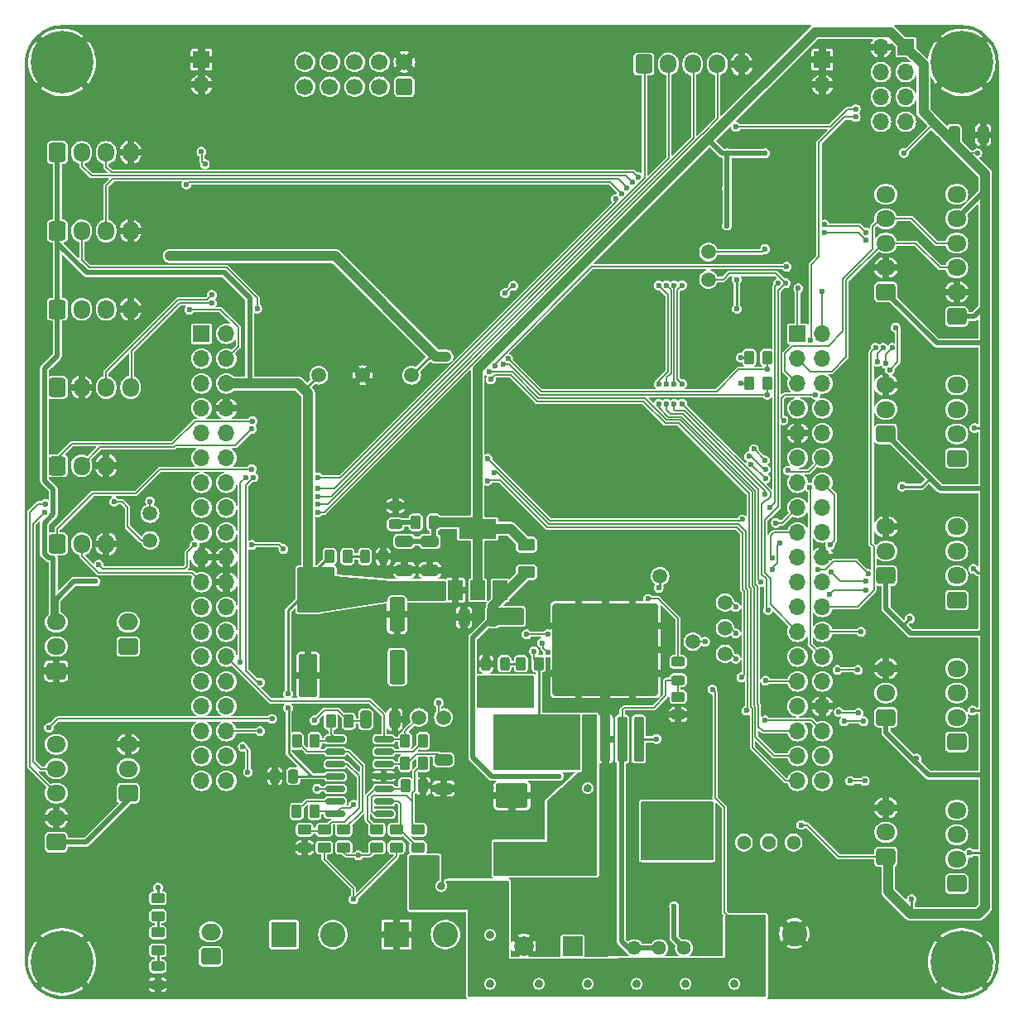
<source format=gbr>
%TF.GenerationSoftware,KiCad,Pcbnew,7.0.1*%
%TF.CreationDate,2023-04-06T21:06:24+02:00*%
%TF.ProjectId,Scout_Robot_Controller,53636f75-745f-4526-9f62-6f745f436f6e,rev?*%
%TF.SameCoordinates,Original*%
%TF.FileFunction,Copper,L1,Top*%
%TF.FilePolarity,Positive*%
%FSLAX46Y46*%
G04 Gerber Fmt 4.6, Leading zero omitted, Abs format (unit mm)*
G04 Created by KiCad (PCBNEW 7.0.1) date 2023-04-06 21:06:24*
%MOMM*%
%LPD*%
G01*
G04 APERTURE LIST*
G04 Aperture macros list*
%AMRoundRect*
0 Rectangle with rounded corners*
0 $1 Rounding radius*
0 $2 $3 $4 $5 $6 $7 $8 $9 X,Y pos of 4 corners*
0 Add a 4 corners polygon primitive as box body*
4,1,4,$2,$3,$4,$5,$6,$7,$8,$9,$2,$3,0*
0 Add four circle primitives for the rounded corners*
1,1,$1+$1,$2,$3*
1,1,$1+$1,$4,$5*
1,1,$1+$1,$6,$7*
1,1,$1+$1,$8,$9*
0 Add four rect primitives between the rounded corners*
20,1,$1+$1,$2,$3,$4,$5,0*
20,1,$1+$1,$4,$5,$6,$7,0*
20,1,$1+$1,$6,$7,$8,$9,0*
20,1,$1+$1,$8,$9,$2,$3,0*%
G04 Aperture macros list end*
%TA.AperFunction,SMDPad,CuDef*%
%ADD10RoundRect,0.250000X-0.262500X-0.450000X0.262500X-0.450000X0.262500X0.450000X-0.262500X0.450000X0*%
%TD*%
%TA.AperFunction,SMDPad,CuDef*%
%ADD11RoundRect,0.250000X0.625000X-0.375000X0.625000X0.375000X-0.625000X0.375000X-0.625000X-0.375000X0*%
%TD*%
%TA.AperFunction,ComponentPad*%
%ADD12RoundRect,0.250000X0.725000X-0.600000X0.725000X0.600000X-0.725000X0.600000X-0.725000X-0.600000X0*%
%TD*%
%TA.AperFunction,ComponentPad*%
%ADD13O,1.950000X1.700000*%
%TD*%
%TA.AperFunction,SMDPad,CuDef*%
%ADD14RoundRect,0.250000X-0.650000X0.325000X-0.650000X-0.325000X0.650000X-0.325000X0.650000X0.325000X0*%
%TD*%
%TA.AperFunction,SMDPad,CuDef*%
%ADD15C,1.500000*%
%TD*%
%TA.AperFunction,ComponentPad*%
%ADD16C,1.440000*%
%TD*%
%TA.AperFunction,ComponentPad*%
%ADD17R,2.600000X2.600000*%
%TD*%
%TA.AperFunction,ComponentPad*%
%ADD18C,2.600000*%
%TD*%
%TA.AperFunction,SMDPad,CuDef*%
%ADD19RoundRect,0.250000X0.300000X-2.050000X0.300000X2.050000X-0.300000X2.050000X-0.300000X-2.050000X0*%
%TD*%
%TA.AperFunction,SMDPad,CuDef*%
%ADD20RoundRect,0.250000X2.375000X-2.025000X2.375000X2.025000X-2.375000X2.025000X-2.375000X-2.025000X0*%
%TD*%
%TA.AperFunction,SMDPad,CuDef*%
%ADD21RoundRect,0.250002X5.149998X-4.449998X5.149998X4.449998X-5.149998X4.449998X-5.149998X-4.449998X0*%
%TD*%
%TA.AperFunction,SMDPad,CuDef*%
%ADD22RoundRect,0.250000X-0.325000X-0.650000X0.325000X-0.650000X0.325000X0.650000X-0.325000X0.650000X0*%
%TD*%
%TA.AperFunction,SMDPad,CuDef*%
%ADD23RoundRect,0.243750X0.243750X0.456250X-0.243750X0.456250X-0.243750X-0.456250X0.243750X-0.456250X0*%
%TD*%
%TA.AperFunction,SMDPad,CuDef*%
%ADD24RoundRect,0.250000X0.550000X-1.500000X0.550000X1.500000X-0.550000X1.500000X-0.550000X-1.500000X0*%
%TD*%
%TA.AperFunction,SMDPad,CuDef*%
%ADD25R,1.500000X2.000000*%
%TD*%
%TA.AperFunction,SMDPad,CuDef*%
%ADD26R,3.800000X2.000000*%
%TD*%
%TA.AperFunction,ComponentPad*%
%ADD27C,0.800000*%
%TD*%
%TA.AperFunction,ComponentPad*%
%ADD28C,6.400000*%
%TD*%
%TA.AperFunction,SMDPad,CuDef*%
%ADD29RoundRect,0.250000X0.450000X-0.262500X0.450000X0.262500X-0.450000X0.262500X-0.450000X-0.262500X0*%
%TD*%
%TA.AperFunction,SMDPad,CuDef*%
%ADD30RoundRect,0.243750X-0.243750X-0.456250X0.243750X-0.456250X0.243750X0.456250X-0.243750X0.456250X0*%
%TD*%
%TA.AperFunction,ComponentPad*%
%ADD31RoundRect,0.250000X-0.600000X-0.725000X0.600000X-0.725000X0.600000X0.725000X-0.600000X0.725000X0*%
%TD*%
%TA.AperFunction,ComponentPad*%
%ADD32O,1.700000X1.950000*%
%TD*%
%TA.AperFunction,ComponentPad*%
%ADD33R,1.700000X1.700000*%
%TD*%
%TA.AperFunction,ComponentPad*%
%ADD34O,1.700000X1.700000*%
%TD*%
%TA.AperFunction,SMDPad,CuDef*%
%ADD35RoundRect,0.250000X-0.450000X0.262500X-0.450000X-0.262500X0.450000X-0.262500X0.450000X0.262500X0*%
%TD*%
%TA.AperFunction,SMDPad,CuDef*%
%ADD36RoundRect,0.250000X0.262500X0.450000X-0.262500X0.450000X-0.262500X-0.450000X0.262500X-0.450000X0*%
%TD*%
%TA.AperFunction,SMDPad,CuDef*%
%ADD37RoundRect,0.243750X0.456250X-0.243750X0.456250X0.243750X-0.456250X0.243750X-0.456250X-0.243750X0*%
%TD*%
%TA.AperFunction,SMDPad,CuDef*%
%ADD38RoundRect,0.243750X-0.456250X0.243750X-0.456250X-0.243750X0.456250X-0.243750X0.456250X0.243750X0*%
%TD*%
%TA.AperFunction,SMDPad,CuDef*%
%ADD39RoundRect,0.250000X1.400000X1.000000X-1.400000X1.000000X-1.400000X-1.000000X1.400000X-1.000000X0*%
%TD*%
%TA.AperFunction,SMDPad,CuDef*%
%ADD40RoundRect,0.250000X0.325000X0.650000X-0.325000X0.650000X-0.325000X-0.650000X0.325000X-0.650000X0*%
%TD*%
%TA.AperFunction,SMDPad,CuDef*%
%ADD41RoundRect,0.250000X-0.700000X1.950000X-0.700000X-1.950000X0.700000X-1.950000X0.700000X1.950000X0*%
%TD*%
%TA.AperFunction,ComponentPad*%
%ADD42R,2.000000X2.000000*%
%TD*%
%TA.AperFunction,ComponentPad*%
%ADD43C,2.000000*%
%TD*%
%TA.AperFunction,ComponentPad*%
%ADD44RoundRect,0.250000X0.750000X-0.600000X0.750000X0.600000X-0.750000X0.600000X-0.750000X-0.600000X0*%
%TD*%
%TA.AperFunction,ComponentPad*%
%ADD45O,2.000000X1.700000*%
%TD*%
%TA.AperFunction,SMDPad,CuDef*%
%ADD46RoundRect,0.150000X-0.825000X-0.150000X0.825000X-0.150000X0.825000X0.150000X-0.825000X0.150000X0*%
%TD*%
%TA.AperFunction,SMDPad,CuDef*%
%ADD47R,2.900000X5.400000*%
%TD*%
%TA.AperFunction,SMDPad,CuDef*%
%ADD48RoundRect,0.250000X0.250000X0.475000X-0.250000X0.475000X-0.250000X-0.475000X0.250000X-0.475000X0*%
%TD*%
%TA.AperFunction,ComponentPad*%
%ADD49RoundRect,0.250000X0.600000X-0.600000X0.600000X0.600000X-0.600000X0.600000X-0.600000X-0.600000X0*%
%TD*%
%TA.AperFunction,ComponentPad*%
%ADD50C,1.700000*%
%TD*%
%TA.AperFunction,ViaPad*%
%ADD51C,0.600000*%
%TD*%
%TA.AperFunction,ViaPad*%
%ADD52C,0.800000*%
%TD*%
%TA.AperFunction,Conductor*%
%ADD53C,0.508000*%
%TD*%
%TA.AperFunction,Conductor*%
%ADD54C,0.254000*%
%TD*%
%TA.AperFunction,Conductor*%
%ADD55C,1.016000*%
%TD*%
%TA.AperFunction,Conductor*%
%ADD56C,0.127000*%
%TD*%
%TA.AperFunction,Conductor*%
%ADD57C,0.250000*%
%TD*%
G04 APERTURE END LIST*
D10*
%TO.P,R9,1*%
%TO.N,+3V3*%
X181275000Y-86800000D03*
%TO.P,R9,2*%
%TO.N,I2C_1_SDA*%
X183100000Y-86800000D03*
%TD*%
D11*
%TO.P,D10,1,K*%
%TO.N,+5V*%
X158500000Y-106150000D03*
%TO.P,D10,2,A*%
%TO.N,+3V3*%
X158500000Y-103350000D03*
%TD*%
D12*
%TO.P,J5,1,Pin_1*%
%TO.N,+3V3*%
X195250000Y-135250000D03*
D13*
%TO.P,J5,2,Pin_2*%
%TO.N,unconnected-(J5-Pin_2-Pad2)*%
X195250000Y-132750000D03*
%TO.P,J5,3,Pin_3*%
%TO.N,GND*%
X195250000Y-130250000D03*
%TD*%
D10*
%TO.P,R27,1*%
%TO.N,Net-(U4C-+)*%
X146100000Y-128000000D03*
%TO.P,R27,2*%
%TO.N,GND*%
X147925000Y-128000000D03*
%TD*%
D14*
%TO.P,C12,1*%
%TO.N,Net-(U4D-+)*%
X150000000Y-125325000D03*
%TO.P,C12,2*%
%TO.N,GND*%
X150000000Y-128275000D03*
%TD*%
D15*
%TO.P,TP15,1,1*%
%TO.N,BAT_CURR_DISCH_ADC*%
X150000000Y-121000000D03*
%TD*%
D12*
%TO.P,J7,1,Pin_1*%
%TO.N,Net-(J7-Pin_1)*%
X202500000Y-123500000D03*
D13*
%TO.P,J7,2,Pin_2*%
%TO.N,ENC_B_SDA*%
X202500000Y-121000000D03*
%TO.P,J7,3,Pin_3*%
%TO.N,ENC_B_SCL*%
X202500000Y-118500000D03*
%TO.P,J7,4,Pin_4*%
%TO.N,Net-(J7-Pin_4)*%
X202500000Y-116000000D03*
%TD*%
D12*
%TO.P,J1,1,Pin_1*%
%TO.N,Net-(J1-Pin_1)*%
X202500000Y-138000000D03*
D13*
%TO.P,J1,2,Pin_2*%
%TO.N,ENC_A_SDA*%
X202500000Y-135500000D03*
%TO.P,J1,3,Pin_3*%
%TO.N,ENC_A_SCL*%
X202500000Y-133000000D03*
%TO.P,J1,4,Pin_4*%
%TO.N,Net-(J1-Pin_4)*%
X202500000Y-130500000D03*
%TD*%
D16*
%TO.P,RV2,1,1*%
%TO.N,+5V*%
X185800000Y-133800000D03*
%TO.P,RV2,2,2*%
%TO.N,Net-(U2D-+)*%
X183260000Y-133800000D03*
%TO.P,RV2,3,3*%
X180720000Y-133800000D03*
%TD*%
D17*
%TO.P,J27,1,Pin_1*%
%TO.N,GND*%
X145200000Y-143200000D03*
D18*
%TO.P,J27,2,Pin_2*%
%TO.N,/BatteryManagement/V_CHRGR*%
X150200000Y-143200000D03*
%TD*%
D12*
%TO.P,J23,1,Pin_1*%
%TO.N,+3V3*%
X195250000Y-77500000D03*
D13*
%TO.P,J23,2,Pin_2*%
%TO.N,GND*%
X195250000Y-75000000D03*
%TO.P,J23,3,Pin_3*%
%TO.N,I2C_1_SCL*%
X195250000Y-72500000D03*
%TO.P,J23,4,Pin_4*%
%TO.N,I2C_1_SDA*%
X195250000Y-70000000D03*
%TO.P,J23,5,Pin_5*%
%TO.N,Net-(J23-Pin_5)*%
X195250000Y-67500000D03*
%TD*%
D14*
%TO.P,C25,1*%
%TO.N,+3V3*%
X146000000Y-102975000D03*
%TO.P,C25,2*%
%TO.N,GND*%
X146000000Y-105925000D03*
%TD*%
D19*
%TO.P,U3,1,VIN*%
%TO.N,/BatteryManagement/V_CHRG*%
X163175000Y-123225000D03*
%TO.P,U3,2,OUT*%
%TO.N,Net-(D5-K)*%
X164875000Y-123225000D03*
%TO.P,U3,3,GND*%
%TO.N,GND*%
X166575000Y-123225000D03*
D20*
X163800000Y-116500000D03*
X169350000Y-116500000D03*
D21*
X166575000Y-114075000D03*
D20*
X163800000Y-111650000D03*
X169350000Y-111650000D03*
D19*
%TO.P,U3,4,FB*%
%TO.N,Net-(D6-K)*%
X168275000Y-123225000D03*
%TO.P,U3,5,~{ON}/OFF*%
%TO.N,Net-(Q5-C)*%
X169975000Y-123225000D03*
%TD*%
D22*
%TO.P,C11,1*%
%TO.N,Net-(U4B-+)*%
X142050000Y-121200000D03*
%TO.P,C11,2*%
%TO.N,GND*%
X145000000Y-121200000D03*
%TD*%
D23*
%TO.P,D8,1,K*%
%TO.N,GND*%
X143837500Y-104550000D03*
%TO.P,D8,2,A*%
%TO.N,Net-(D8-A)*%
X141962500Y-104550000D03*
%TD*%
D12*
%TO.P,J8,1,Pin_1*%
%TO.N,Net-(J8-Pin_1)*%
X202500000Y-94500000D03*
D13*
%TO.P,J8,2,Pin_2*%
%TO.N,ENC_D_SDA*%
X202500000Y-92000000D03*
%TO.P,J8,3,Pin_3*%
%TO.N,ENC_D_SCL*%
X202500000Y-89500000D03*
%TO.P,J8,4,Pin_4*%
%TO.N,Net-(J8-Pin_4)*%
X202500000Y-87000000D03*
%TD*%
D24*
%TO.P,C15,1*%
%TO.N,VCC*%
X145262500Y-115850000D03*
%TO.P,C15,2*%
%TO.N,GND*%
X145262500Y-110450000D03*
%TD*%
D25*
%TO.P,U7,1,GND*%
%TO.N,GND*%
X151200000Y-108000000D03*
%TO.P,U7,2,VO*%
%TO.N,+3V3*%
X153500000Y-108000000D03*
D26*
X153500000Y-101700000D03*
D25*
%TO.P,U7,3,VI*%
%TO.N,+5V*%
X155800000Y-108000000D03*
%TD*%
D27*
%TO.P,H3,1,1*%
%TO.N,GND*%
X200600000Y-146000000D03*
X201302944Y-144302944D03*
X201302944Y-147697056D03*
X203000000Y-143600000D03*
D28*
X203000000Y-146000000D03*
D27*
X203000000Y-148400000D03*
X204697056Y-144302944D03*
X204697056Y-147697056D03*
X205400000Y-146000000D03*
%TD*%
D15*
%TO.P,TP4,1,1*%
%TO.N,SPI_MISO*%
X178800000Y-111875000D03*
%TD*%
D27*
%TO.P,H1,1,1*%
%TO.N,GND*%
X108600000Y-54000000D03*
X109302944Y-52302944D03*
X109302944Y-55697056D03*
X111000000Y-51600000D03*
D28*
X111000000Y-54000000D03*
D27*
X111000000Y-56400000D03*
X112697056Y-52302944D03*
X112697056Y-55697056D03*
X113400000Y-54000000D03*
%TD*%
D29*
%TO.P,R24,1*%
%TO.N,VCC*%
X139800000Y-134312500D03*
%TO.P,R24,2*%
%TO.N,Net-(U4A--)*%
X139800000Y-132487500D03*
%TD*%
D15*
%TO.P,TP13,1,1*%
%TO.N,V_BAT_ADC*%
X175500000Y-113250000D03*
%TD*%
D12*
%TO.P,J2,1,Pin_1*%
%TO.N,Net-(J2-Pin_1)*%
X202500000Y-109000000D03*
D13*
%TO.P,J2,2,Pin_2*%
%TO.N,ENC_C_SDA*%
X202500000Y-106500000D03*
%TO.P,J2,3,Pin_3*%
%TO.N,ENC_C_SCL*%
X202500000Y-104000000D03*
%TO.P,J2,4,Pin_4*%
%TO.N,Net-(J2-Pin_4)*%
X202500000Y-101500000D03*
%TD*%
D22*
%TO.P,C1,1*%
%TO.N,+3V3*%
X202250000Y-61400000D03*
%TO.P,C1,2*%
%TO.N,GND*%
X205200000Y-61400000D03*
%TD*%
D30*
%TO.P,D2,1,K*%
%TO.N,GND*%
X154375000Y-115500000D03*
%TO.P,D2,2,A*%
%TO.N,Net-(D2-A)*%
X156250000Y-115500000D03*
%TD*%
D15*
%TO.P,TP5,1,1*%
%TO.N,SPI_MOSI*%
X178800000Y-109250000D03*
%TD*%
D12*
%TO.P,J10,1,Pin_1*%
%TO.N,+3V3*%
X195250000Y-121000000D03*
D13*
%TO.P,J10,2,Pin_2*%
%TO.N,unconnected-(J10-Pin_2-Pad2)*%
X195250000Y-118500000D03*
%TO.P,J10,3,Pin_3*%
%TO.N,GND*%
X195250000Y-116000000D03*
%TD*%
D31*
%TO.P,J15,1,Pin_1*%
%TO.N,UART_SEC_TX*%
X110500000Y-103250000D03*
D32*
%TO.P,J15,2,Pin_2*%
%TO.N,UART_SEC_RX*%
X113000000Y-103250000D03*
%TO.P,J15,3,Pin_3*%
%TO.N,GND*%
X115500000Y-103250000D03*
%TD*%
D15*
%TO.P,TP16,1,1*%
%TO.N,BAT_CURR_CHRG_ADC*%
X147500000Y-121000000D03*
%TD*%
D33*
%TO.P,U1,1,PC10*%
%TO.N,MOT_C_DIR*%
X125250000Y-81760000D03*
D34*
%TO.P,U1,2,PC11*%
%TO.N,MOT_B_DIR*%
X127790000Y-81760000D03*
%TO.P,U1,3,PC12*%
%TO.N,MOT_A_DIR*%
X125250000Y-84300000D03*
%TO.P,U1,4,PD2*%
%TO.N,MOT_EN*%
X127790000Y-84300000D03*
%TO.P,U1,5,VDD*%
%TO.N,unconnected-(U1-VDD-Pad5)*%
X125250000Y-86840000D03*
%TO.P,U1,6,E5V*%
%TO.N,+5V*%
X127790000Y-86840000D03*
%TO.P,U1,7,~{BOOT0}*%
%TO.N,unconnected-(U1-~{BOOT0}-Pad7)*%
X125250000Y-89380000D03*
%TO.P,U1,8,GND*%
%TO.N,GND*%
X127790000Y-89380000D03*
%TO.P,U1,9,NC*%
%TO.N,unconnected-(U1-NC-Pad9)*%
X125250000Y-91920000D03*
%TO.P,U1,10,NC*%
%TO.N,unconnected-(U1-NC-Pad10)*%
X127790000Y-91920000D03*
%TO.P,U1,11,NC*%
%TO.N,unconnected-(U1-NC-Pad11)*%
X125250000Y-94460000D03*
%TO.P,U1,12,IOREF*%
%TO.N,unconnected-(U1-IOREF-Pad12)*%
X127790000Y-94460000D03*
%TO.P,U1,13,STLINK_TMS/PA13*%
%TO.N,unconnected-(U1-STLINK_TMS{slash}PA13-Pad13)*%
X125250000Y-97000000D03*
%TO.P,U1,14,~{RESET}*%
%TO.N,SYS_RST*%
X127790000Y-97000000D03*
%TO.P,U1,15,STLINK_TCK/PA14*%
%TO.N,unconnected-(U1-STLINK_TCK{slash}PA14-Pad15)*%
X125250000Y-99540000D03*
%TO.P,U1,16,+3V3*%
%TO.N,unconnected-(U1-+3V3-Pad16)*%
X127790000Y-99540000D03*
%TO.P,U1,17,PA15*%
%TO.N,MOT_D_DIR*%
X125250000Y-102080000D03*
%TO.P,U1,18,+5V*%
%TO.N,unconnected-(U1-+5V-Pad18)*%
X127790000Y-102080000D03*
%TO.P,U1,19,GND*%
%TO.N,GND*%
X125250000Y-104620000D03*
%TO.P,U1,20,GND*%
X127790000Y-104620000D03*
%TO.P,U1,21,PB7*%
%TO.N,UART_SEC_RX*%
X125250000Y-107160000D03*
%TO.P,U1,22,GND*%
%TO.N,GND*%
X127790000Y-107160000D03*
%TO.P,U1,23,PC13*%
%TO.N,unconnected-(U1-PC13-Pad23)*%
X125250000Y-109700000D03*
%TO.P,U1,24,VIN*%
%TO.N,unconnected-(U1-VIN-Pad24)*%
X127790000Y-109700000D03*
%TO.P,U1,25,PC14*%
%TO.N,unconnected-(U1-PC14-Pad25)*%
X125250000Y-112240000D03*
%TO.P,U1,26,NC*%
%TO.N,unconnected-(U1-NC-Pad26)*%
X127790000Y-112240000D03*
%TO.P,U1,27,PC15*%
%TO.N,unconnected-(U1-PC15-Pad27)*%
X125250000Y-114780000D03*
%TO.P,U1,28,PA0*%
%TO.N,BAT_CURR_CHRG_ADC*%
X127790000Y-114780000D03*
%TO.P,U1,29,PH0*%
%TO.N,unconnected-(U1-PH0-Pad29)*%
X125250000Y-117320000D03*
%TO.P,U1,30,PA1*%
%TO.N,US_SENS_B_TRIG*%
X127790000Y-117320000D03*
%TO.P,U1,31,PH1*%
%TO.N,unconnected-(U1-PH1-Pad31)*%
X125250000Y-119860000D03*
%TO.P,U1,32,PA4*%
%TO.N,US_SENS_C_TRIG*%
X127790000Y-119860000D03*
%TO.P,U1,33,VBAT*%
%TO.N,unconnected-(U1-VBAT-Pad33)*%
X125250000Y-122400000D03*
%TO.P,U1,34,PB0*%
%TO.N,NRF_CSN*%
X127790000Y-122400000D03*
%TO.P,U1,35,PC2*%
%TO.N,MOT_C_CURR_ADC*%
X125250000Y-124940000D03*
%TO.P,U1,36,PC1*%
%TO.N,MOT_B_CURR_ADC*%
X127790000Y-124940000D03*
%TO.P,U1,37,PC3*%
%TO.N,MOT_D_CURR_ADC*%
X125250000Y-127480000D03*
%TO.P,U1,38,PC0*%
%TO.N,MOT_A_CURR_ADC*%
X127790000Y-127480000D03*
D33*
%TO.P,U1,39,PC9*%
%TO.N,MOT_D_PWM*%
X186210000Y-81760000D03*
D34*
%TO.P,U1,40,PC8*%
%TO.N,MOT_C_PWM*%
X188750000Y-81760000D03*
%TO.P,U1,41,PB8*%
%TO.N,I2C_1_SCL*%
X186210000Y-84300000D03*
%TO.P,U1,42,PC6*%
%TO.N,MOT_A_PWM*%
X188750000Y-84300000D03*
%TO.P,U1,43,PB9*%
%TO.N,I2C_1_SDA*%
X186210000Y-86840000D03*
%TO.P,U1,44,PC5*%
%TO.N,V_CHRGR_ADC*%
X188750000Y-86840000D03*
%TO.P,U1,45,AVDD*%
%TO.N,unconnected-(U1-AVDD-Pad45)*%
X186210000Y-89380000D03*
%TO.P,U1,46,U5V*%
%TO.N,unconnected-(U1-U5V-Pad46)*%
X188750000Y-89380000D03*
%TO.P,U1,47,GND*%
%TO.N,GND*%
X186210000Y-91920000D03*
%TO.P,U1,48,NC*%
%TO.N,unconnected-(U1-NC-Pad48)*%
X188750000Y-91920000D03*
%TO.P,U1,49,PA5*%
%TO.N,unconnected-(U1-PA5-Pad49)*%
X186210000Y-94460000D03*
%TO.P,U1,50,PA12*%
%TO.N,PWR_LEDS*%
X188750000Y-94460000D03*
%TO.P,U1,51,PA6*%
%TO.N,BAT_CURR_DISCH_ADC*%
X186210000Y-97000000D03*
%TO.P,U1,52,PA11*%
%TO.N,CHRG_EN*%
X188750000Y-97000000D03*
%TO.P,U1,53,PA7*%
%TO.N,V_BAT_ADC*%
X186210000Y-99540000D03*
%TO.P,U1,54,PB12*%
%TO.N,US_SENS_A_TRIG*%
X188750000Y-99540000D03*
%TO.P,U1,55,PB6*%
%TO.N,UART_SEC_TX*%
X186210000Y-102080000D03*
%TO.P,U1,56,PB11*%
%TO.N,I2C_2_SDA*%
X188750000Y-102080000D03*
%TO.P,U1,57,PC7*%
%TO.N,MOT_B_PWM*%
X186210000Y-104620000D03*
%TO.P,U1,58,GND*%
%TO.N,GND*%
X188750000Y-104620000D03*
%TO.P,U1,59,PA9*%
%TO.N,US_SENS_B_ECHO*%
X186210000Y-107160000D03*
%TO.P,U1,60,PB2*%
%TO.N,NRF_IRQ*%
X188750000Y-107160000D03*
%TO.P,U1,61,PA8*%
%TO.N,US_SENS_A_ECHO*%
X186210000Y-109700000D03*
%TO.P,U1,62,PB1*%
%TO.N,NRF_CE*%
X188750000Y-109700000D03*
%TO.P,U1,63,PB10*%
%TO.N,I2C_2_SCL*%
X186210000Y-112240000D03*
%TO.P,U1,64,PB15*%
%TO.N,SPI_MOSI*%
X188750000Y-112240000D03*
%TO.P,U1,65,PB4*%
%TO.N,unconnected-(U1-PB4-Pad65)*%
X186210000Y-114780000D03*
%TO.P,U1,66,PB14*%
%TO.N,SPI_MISO*%
X188750000Y-114780000D03*
%TO.P,U1,67,PB5*%
%TO.N,WSLED_DIN*%
X186210000Y-117320000D03*
%TO.P,U1,68,PB13*%
%TO.N,SPI_SCK*%
X188750000Y-117320000D03*
%TO.P,U1,69,STLINK_SWO/PB3*%
%TO.N,unconnected-(U1-STLINK_SWO{slash}PB3-Pad69)*%
X186210000Y-119860000D03*
%TO.P,U1,70,AGND*%
%TO.N,GND*%
X188750000Y-119860000D03*
%TO.P,U1,71,PA10*%
%TO.N,US_SENS_C_ECHO*%
X186210000Y-122400000D03*
%TO.P,U1,72,PC4*%
%TO.N,LIGHT_SENS_ADC*%
X188750000Y-122400000D03*
%TO.P,U1,73,STLINK_UART_TX/PA2*%
%TO.N,UART_PRI_TX*%
X186210000Y-124940000D03*
%TO.P,U1,74,NC*%
%TO.N,unconnected-(U1-NC-Pad74)*%
X188750000Y-124940000D03*
%TO.P,U1,75,STLINK_UART_RX/PA3*%
%TO.N,UART_PRI_RX*%
X186210000Y-127480000D03*
%TO.P,U1,76,NC*%
%TO.N,unconnected-(U1-NC-Pad76)*%
X188750000Y-127480000D03*
D33*
%TO.P,U1,77,GND*%
%TO.N,GND*%
X188750000Y-53750000D03*
D34*
%TO.P,U1,78,GND*%
X188750000Y-56290000D03*
D33*
%TO.P,U1,79,GND*%
X125250000Y-53750000D03*
D34*
%TO.P,U1,80,GND*%
X125250000Y-56290000D03*
%TD*%
D35*
%TO.P,R21,1*%
%TO.N,Net-(D6-K)*%
X174000000Y-118887500D03*
%TO.P,R21,2*%
%TO.N,GND*%
X174000000Y-120712500D03*
%TD*%
D15*
%TO.P,TP3,1,1*%
%TO.N,SPI_SCK*%
X178800000Y-114500000D03*
%TD*%
D31*
%TO.P,J21,1,Pin_1*%
%TO.N,+5V*%
X110500000Y-79250000D03*
D32*
%TO.P,J21,2,Pin_2*%
%TO.N,US_SENS_C_TRIG*%
X113000000Y-79250000D03*
%TO.P,J21,3,Pin_3*%
%TO.N,US_SENS_C_ECHO*%
X115500000Y-79250000D03*
%TO.P,J21,4,Pin_4*%
%TO.N,GND*%
X118000000Y-79250000D03*
%TD*%
D15*
%TO.P,TP8,1,1*%
%TO.N,I2C_2_SDA*%
X177100000Y-73400000D03*
%TD*%
D36*
%TO.P,R40,1*%
%TO.N,BAT_CURR_DISCH_ADC*%
X136812500Y-130630000D03*
%TO.P,R40,2*%
%TO.N,Net-(U4B--)*%
X134987500Y-130630000D03*
%TD*%
D29*
%TO.P,R26,1*%
%TO.N,/BatteryManagement/BAT+*%
X145200000Y-134312500D03*
%TO.P,R26,2*%
%TO.N,Net-(U4C--)*%
X145200000Y-132487500D03*
%TD*%
D15*
%TO.P,TP18,1,1*%
%TO.N,+5V*%
X137250000Y-86000000D03*
%TD*%
D12*
%TO.P,J11,1,Pin_1*%
%TO.N,+3V3*%
X195250000Y-92000000D03*
D13*
%TO.P,J11,2,Pin_2*%
%TO.N,unconnected-(J11-Pin_2-Pad2)*%
X195250000Y-89500000D03*
%TO.P,J11,3,Pin_3*%
%TO.N,GND*%
X195250000Y-87000000D03*
%TD*%
D37*
%TO.P,D6,1,K*%
%TO.N,Net-(D6-K)*%
X174000000Y-117187500D03*
%TO.P,D6,2,A*%
%TO.N,Net-(D6-A)*%
X174000000Y-115312500D03*
%TD*%
D10*
%TO.P,R34,1*%
%TO.N,Net-(U4D-+)*%
X146087500Y-125700000D03*
%TO.P,R34,2*%
%TO.N,Net-(R31-Pad2)*%
X147912500Y-125700000D03*
%TD*%
D12*
%TO.P,J13,1,Pin_1*%
%TO.N,+3V3*%
X202500000Y-80000000D03*
D13*
%TO.P,J13,2,Pin_2*%
%TO.N,GND*%
X202500000Y-77500000D03*
%TO.P,J13,3,Pin_3*%
%TO.N,I2C_1_SCL*%
X202500000Y-75000000D03*
%TO.P,J13,4,Pin_4*%
%TO.N,I2C_1_SDA*%
X202500000Y-72500000D03*
%TO.P,J13,5,Pin_5*%
%TO.N,+3V3*%
X202500000Y-70000000D03*
%TO.P,J13,6,Pin_6*%
%TO.N,Net-(J13-Pin_6)*%
X202500000Y-67500000D03*
%TD*%
D31*
%TO.P,J25,1,Pin_1*%
%TO.N,+5V*%
X110500000Y-71250000D03*
D32*
%TO.P,J25,2,Pin_2*%
%TO.N,US_SENS_B_TRIG*%
X113000000Y-71250000D03*
%TO.P,J25,3,Pin_3*%
%TO.N,US_SENS_B_ECHO*%
X115500000Y-71250000D03*
%TO.P,J25,4,Pin_4*%
%TO.N,GND*%
X118000000Y-71250000D03*
%TD*%
D15*
%TO.P,TP21,1,1*%
%TO.N,+3V3*%
X146750000Y-86000000D03*
%TD*%
D12*
%TO.P,J3,1,Pin_1*%
%TO.N,GND*%
X110400000Y-116250000D03*
D13*
%TO.P,J3,2,Pin_2*%
%TO.N,Net-(J3-Pin_2)*%
X110400000Y-113750000D03*
%TO.P,J3,3,Pin_3*%
%TO.N,+5V*%
X110400000Y-111250000D03*
%TD*%
D38*
%TO.P,D11,1,K*%
%TO.N,GND*%
X145100000Y-99375000D03*
%TO.P,D11,2,A*%
%TO.N,Net-(D11-A)*%
X145100000Y-101250000D03*
%TD*%
D33*
%TO.P,J9,1,Pin_1*%
%TO.N,+3V3*%
X197290000Y-52450000D03*
D34*
%TO.P,J9,2,Pin_2*%
%TO.N,GND*%
X194750000Y-52450000D03*
%TO.P,J9,3,Pin_3*%
%TO.N,NRF_CSN*%
X197290000Y-54990000D03*
%TO.P,J9,4,Pin_4*%
%TO.N,NRF_CE*%
X194750000Y-54990000D03*
%TO.P,J9,5,Pin_5*%
%TO.N,SPI_MOSI*%
X197290000Y-57530000D03*
%TO.P,J9,6,Pin_6*%
%TO.N,SPI_SCK*%
X194750000Y-57530000D03*
%TO.P,J9,7,Pin_7*%
%TO.N,NRF_IRQ*%
X197290000Y-60070000D03*
%TO.P,J9,8,Pin_8*%
%TO.N,SPI_MISO*%
X194750000Y-60070000D03*
%TD*%
D12*
%TO.P,J6,1,Pin_1*%
%TO.N,+3V3*%
X195250000Y-106500000D03*
D13*
%TO.P,J6,2,Pin_2*%
%TO.N,unconnected-(J6-Pin_2-Pad2)*%
X195250000Y-104000000D03*
%TO.P,J6,3,Pin_3*%
%TO.N,GND*%
X195250000Y-101500000D03*
%TD*%
D31*
%TO.P,J16,1,Pin_1*%
%TO.N,+3V3*%
X110500000Y-87250000D03*
D32*
%TO.P,J16,2,Pin_2*%
%TO.N,GND*%
X113000000Y-87250000D03*
%TO.P,J16,3,Pin_3*%
%TO.N,I2C_1_SCL*%
X115500000Y-87250000D03*
%TO.P,J16,4,Pin_4*%
%TO.N,I2C_1_SDA*%
X118000000Y-87250000D03*
%TD*%
D27*
%TO.P,H2,1,1*%
%TO.N,GND*%
X200600000Y-54000000D03*
X201302944Y-52302944D03*
X201302944Y-55697056D03*
X203000000Y-51600000D03*
D28*
X203000000Y-54000000D03*
D27*
X203000000Y-56400000D03*
X204697056Y-52302944D03*
X204697056Y-55697056D03*
X205400000Y-54000000D03*
%TD*%
D39*
%TO.P,D1,1,K*%
%TO.N,/BatteryManagement/V_CHRG*%
X157000000Y-125000000D03*
%TO.P,D1,2,A*%
%TO.N,/BatteryManagement/V_CHRGR*%
X157000000Y-118200000D03*
%TD*%
D40*
%TO.P,C24,1*%
%TO.N,+5V*%
X155050000Y-110750000D03*
%TO.P,C24,2*%
%TO.N,GND*%
X152100000Y-110750000D03*
%TD*%
D31*
%TO.P,J14,1,Pin_1*%
%TO.N,UART_PRI_TX*%
X110500000Y-95250000D03*
D32*
%TO.P,J14,2,Pin_2*%
%TO.N,UART_PRI_RX*%
X113000000Y-95250000D03*
%TO.P,J14,3,Pin_3*%
%TO.N,GND*%
X115500000Y-95250000D03*
%TD*%
D29*
%TO.P,R23,1*%
%TO.N,/BatteryManagement/BAT+*%
X137800000Y-134325000D03*
%TO.P,R23,2*%
%TO.N,Net-(U4A-+)*%
X137800000Y-132500000D03*
%TD*%
D41*
%TO.P,C20,1*%
%TO.N,+5V*%
X136162500Y-108000000D03*
%TO.P,C20,2*%
%TO.N,GND*%
X136162500Y-116700000D03*
%TD*%
D42*
%TO.P,C10,1*%
%TO.N,Net-(C10-Pad1)*%
X163200000Y-144400000D03*
D43*
%TO.P,C10,2*%
%TO.N,GND*%
X158200000Y-144400000D03*
%TD*%
D10*
%TO.P,R8,1*%
%TO.N,+3V3*%
X181275000Y-84200000D03*
%TO.P,R8,2*%
%TO.N,I2C_1_SCL*%
X183100000Y-84200000D03*
%TD*%
D12*
%TO.P,J22,1,Pin_1*%
%TO.N,+3V3*%
X110400000Y-133750000D03*
D13*
%TO.P,J22,2,Pin_2*%
%TO.N,GND*%
X110400000Y-131250000D03*
%TO.P,J22,3,Pin_3*%
%TO.N,I2C_1_SCL*%
X110400000Y-128750000D03*
%TO.P,J22,4,Pin_4*%
%TO.N,I2C_1_SDA*%
X110400000Y-126250000D03*
%TO.P,J22,5,Pin_5*%
%TO.N,Net-(J22-Pin_5)*%
X110400000Y-123750000D03*
%TD*%
D15*
%TO.P,TP14,1,1*%
%TO.N,GND*%
X141737500Y-86000000D03*
%TD*%
D44*
%TO.P,J28,1,Pin_1*%
%TO.N,/BatteryManagement/BAT_SW_A*%
X126200000Y-145450000D03*
D45*
%TO.P,J28,2,Pin_2*%
%TO.N,/BatteryManagement/BAT_SW_B*%
X126200000Y-142950000D03*
%TD*%
D36*
%TO.P,R49,1*%
%TO.N,+3V3*%
X149000000Y-101050000D03*
%TO.P,R49,2*%
%TO.N,Net-(D11-A)*%
X147175000Y-101050000D03*
%TD*%
D37*
%TO.P,D4,1,K*%
%TO.N,GND*%
X120800000Y-148337500D03*
%TO.P,D4,2,A*%
%TO.N,Net-(D4-A)*%
X120800000Y-146462500D03*
%TD*%
D10*
%TO.P,R30,1*%
%TO.N,Net-(U4A--)*%
X135000000Y-123400000D03*
%TO.P,R30,2*%
%TO.N,Net-(R30-Pad2)*%
X136825000Y-123400000D03*
%TD*%
D29*
%TO.P,R25,1*%
%TO.N,VCC*%
X143200000Y-134312500D03*
%TO.P,R25,2*%
%TO.N,Net-(U4C-+)*%
X143200000Y-132487500D03*
%TD*%
D35*
%TO.P,R14,1*%
%TO.N,/BatteryManagement/BAT_SW_B*%
X120800000Y-143000000D03*
%TO.P,R14,2*%
%TO.N,Net-(D4-A)*%
X120800000Y-144825000D03*
%TD*%
D39*
%TO.P,D5,1,K*%
%TO.N,Net-(D5-K)*%
X157000000Y-135800000D03*
%TO.P,D5,2,A*%
%TO.N,GND*%
X157000000Y-129000000D03*
%TD*%
D15*
%TO.P,TP9,1,1*%
%TO.N,I2C_2_SCL*%
X177100000Y-76200000D03*
%TD*%
D44*
%TO.P,J4,1,Pin_1*%
%TO.N,VCC*%
X117750000Y-113750000D03*
D45*
%TO.P,J4,2,Pin_2*%
%TO.N,Net-(J4-Pin_2)*%
X117750000Y-111250000D03*
%TD*%
D15*
%TO.P,TP6,1,1*%
%TO.N,I2C_1_SDA*%
X120000000Y-100150000D03*
%TD*%
D29*
%TO.P,R22,1*%
%TO.N,GND*%
X135800000Y-134312500D03*
%TO.P,R22,2*%
%TO.N,Net-(U4A-+)*%
X135800000Y-132487500D03*
%TD*%
D31*
%TO.P,J24,1,Pin_1*%
%TO.N,+5V*%
X110500000Y-63225000D03*
D32*
%TO.P,J24,2,Pin_2*%
%TO.N,US_SENS_A_TRIG*%
X113000000Y-63225000D03*
%TO.P,J24,3,Pin_3*%
%TO.N,US_SENS_A_ECHO*%
X115500000Y-63225000D03*
%TO.P,J24,4,Pin_4*%
%TO.N,GND*%
X118000000Y-63225000D03*
%TD*%
D46*
%TO.P,U4,1*%
%TO.N,Net-(R30-Pad2)*%
X138950000Y-123220000D03*
%TO.P,U4,2,-*%
%TO.N,Net-(U4A--)*%
X138950000Y-124490000D03*
%TO.P,U4,3,+*%
%TO.N,Net-(U4A-+)*%
X138950000Y-125760000D03*
%TO.P,U4,4,V+*%
%TO.N,+5V*%
X138950000Y-127030000D03*
%TO.P,U4,5,+*%
%TO.N,Net-(U4B-+)*%
X138950000Y-128300000D03*
%TO.P,U4,6,-*%
%TO.N,Net-(U4B--)*%
X138950000Y-129570000D03*
%TO.P,U4,7*%
%TO.N,BAT_CURR_DISCH_ADC*%
X138950000Y-130840000D03*
%TO.P,U4,8*%
%TO.N,Net-(R31-Pad2)*%
X143900000Y-130840000D03*
%TO.P,U4,9,-*%
%TO.N,Net-(U4C--)*%
X143900000Y-129570000D03*
%TO.P,U4,10,+*%
%TO.N,Net-(U4C-+)*%
X143900000Y-128300000D03*
%TO.P,U4,11,V-*%
%TO.N,GND*%
X143900000Y-127030000D03*
%TO.P,U4,12,+*%
%TO.N,Net-(U4D-+)*%
X143900000Y-125760000D03*
%TO.P,U4,13,-*%
%TO.N,Net-(U4D--)*%
X143900000Y-124490000D03*
%TO.P,U4,14*%
%TO.N,BAT_CURR_CHRG_ADC*%
X143900000Y-123220000D03*
%TD*%
D10*
%TO.P,R11,1*%
%TO.N,Net-(D2-A)*%
X157925000Y-115500000D03*
%TO.P,R11,2*%
%TO.N,/BatteryManagement/V_CHRG*%
X159750000Y-115500000D03*
%TD*%
D14*
%TO.P,C26,1*%
%TO.N,+3V3*%
X148600000Y-103000000D03*
%TO.P,C26,2*%
%TO.N,GND*%
X148600000Y-105950000D03*
%TD*%
D27*
%TO.P,H4,1,1*%
%TO.N,GND*%
X108600000Y-146000000D03*
X109302944Y-144302944D03*
X109302944Y-147697056D03*
X111000000Y-143600000D03*
D28*
X111000000Y-146000000D03*
D27*
X111000000Y-148400000D03*
X112697056Y-144302944D03*
X112697056Y-147697056D03*
X113400000Y-146000000D03*
%TD*%
D35*
%TO.P,R12,1*%
%TO.N,VCC*%
X120800000Y-139487500D03*
%TO.P,R12,2*%
%TO.N,/BatteryManagement/BAT_SW_B*%
X120800000Y-141312500D03*
%TD*%
D15*
%TO.P,TP12,1,1*%
%TO.N,V_CHRGR_ADC*%
X172150000Y-106550000D03*
%TD*%
D17*
%TO.P,J26,1,Pin_1*%
%TO.N,/BatteryManagement/BAT-*%
X133700000Y-143200000D03*
D18*
%TO.P,J26,2,Pin_2*%
%TO.N,/BatteryManagement/BAT+*%
X138700000Y-143200000D03*
%TD*%
D36*
%TO.P,R33,1*%
%TO.N,Net-(U4B-+)*%
X140312500Y-121400000D03*
%TO.P,R33,2*%
%TO.N,Net-(R30-Pad2)*%
X138487500Y-121400000D03*
%TD*%
D12*
%TO.P,J12,1,Pin_1*%
%TO.N,+3V3*%
X117750000Y-128750000D03*
D13*
%TO.P,J12,2,Pin_2*%
%TO.N,LIGHT_SENS_ADC*%
X117750000Y-126250000D03*
%TO.P,J12,3,Pin_3*%
%TO.N,GND*%
X117750000Y-123750000D03*
%TD*%
D16*
%TO.P,RV1,1,1*%
%TO.N,Net-(C10-Pad1)*%
X174607323Y-144600000D03*
%TO.P,RV1,2,2*%
%TO.N,Net-(D6-K)*%
X172067323Y-144600000D03*
%TO.P,RV1,3,3*%
X169527323Y-144600000D03*
%TD*%
D10*
%TO.P,R39,1*%
%TO.N,BAT_CURR_CHRG_ADC*%
X146087500Y-123400000D03*
%TO.P,R39,2*%
%TO.N,Net-(U4D--)*%
X147912500Y-123400000D03*
%TD*%
%TO.P,R47,1*%
%TO.N,+5V*%
X138350000Y-104550000D03*
%TO.P,R47,2*%
%TO.N,Net-(D8-A)*%
X140175000Y-104550000D03*
%TD*%
D47*
%TO.P,L1,1,1*%
%TO.N,Net-(D5-K)*%
X162150000Y-132600000D03*
%TO.P,L1,2,2*%
%TO.N,Net-(C10-Pad1)*%
X171850000Y-132600000D03*
%TD*%
D15*
%TO.P,TP7,1,1*%
%TO.N,I2C_1_SCL*%
X120000000Y-102900000D03*
%TD*%
D17*
%TO.P,J17,1,Pin_1*%
%TO.N,VCC*%
X180900000Y-143100000D03*
D18*
%TO.P,J17,2,Pin_2*%
%TO.N,GND*%
X185900000Y-143100000D03*
%TD*%
D48*
%TO.P,C6,1*%
%TO.N,+5V*%
X134650000Y-127000000D03*
%TO.P,C6,2*%
%TO.N,GND*%
X132750000Y-127000000D03*
%TD*%
D29*
%TO.P,R31,1*%
%TO.N,Net-(U4C--)*%
X147400000Y-134312500D03*
%TO.P,R31,2*%
%TO.N,Net-(R31-Pad2)*%
X147400000Y-132487500D03*
%TD*%
D49*
%TO.P,J30,1,Pin_1*%
%TO.N,MOT_EN*%
X146000000Y-56500000D03*
D50*
%TO.P,J30,2,Pin_2*%
%TO.N,GND*%
X146000000Y-53960000D03*
%TO.P,J30,3,Pin_3*%
%TO.N,MOT_D_PWM*%
X143460000Y-56500000D03*
%TO.P,J30,4,Pin_4*%
%TO.N,MOT_D_DIR*%
X143460000Y-53960000D03*
%TO.P,J30,5,Pin_5*%
%TO.N,MOT_C_PWM*%
X140920000Y-56500000D03*
%TO.P,J30,6,Pin_6*%
%TO.N,MOT_C_DIR*%
X140920000Y-53960000D03*
%TO.P,J30,7,Pin_7*%
%TO.N,MOT_B_PWM*%
X138380000Y-56500000D03*
%TO.P,J30,8,Pin_8*%
%TO.N,MOT_B_DIR*%
X138380000Y-53960000D03*
%TO.P,J30,9,Pin_9*%
%TO.N,MOT_A_PWM*%
X135840000Y-56500000D03*
%TO.P,J30,10,Pin_10*%
%TO.N,MOT_A_DIR*%
X135840000Y-53960000D03*
%TD*%
D31*
%TO.P,J29,1,Pin_1*%
%TO.N,MOT_A_CURR_ADC*%
X170500000Y-54180000D03*
D32*
%TO.P,J29,2,Pin_2*%
%TO.N,MOT_B_CURR_ADC*%
X173000000Y-54180000D03*
%TO.P,J29,3,Pin_3*%
%TO.N,MOT_C_CURR_ADC*%
X175500000Y-54180000D03*
%TO.P,J29,4,Pin_4*%
%TO.N,MOT_D_CURR_ADC*%
X178000000Y-54180000D03*
%TO.P,J29,5,Pin_5*%
%TO.N,GND*%
X180500000Y-54180000D03*
%TD*%
D51*
%TO.N,+3V3*%
X197100000Y-63257500D03*
X182900000Y-63300000D03*
X204100000Y-120300000D03*
X180000000Y-76200000D03*
X123000000Y-73800000D03*
X203805859Y-134846759D03*
X180000000Y-79200000D03*
X179000000Y-63300000D03*
X122000000Y-73800000D03*
X197700000Y-110900000D03*
X153500000Y-87400000D03*
X180400000Y-86800000D03*
X204600000Y-63300000D03*
X196900000Y-97400000D03*
X180400000Y-84200000D03*
X204300000Y-91400000D03*
X150300000Y-84100000D03*
X149200000Y-84100000D03*
X197900000Y-139600000D03*
X153500000Y-86100000D03*
X204200000Y-105800000D03*
X186600000Y-132000000D03*
X198400000Y-125200000D03*
X179000000Y-70700000D03*
X179000000Y-66900000D03*
D52*
%TO.N,GND*%
X154750000Y-148250000D03*
X114750000Y-148250000D03*
X174750000Y-148250000D03*
X194750000Y-143250000D03*
X174750000Y-58250000D03*
X114750000Y-68250000D03*
X139750000Y-93250000D03*
X179750000Y-93250000D03*
X124750000Y-148250000D03*
X114750000Y-113250000D03*
X194750000Y-128250000D03*
X164750000Y-108250000D03*
X139750000Y-58250000D03*
X129750000Y-53250000D03*
X194750000Y-113250000D03*
X114750000Y-53250000D03*
X114750000Y-58250000D03*
X139750000Y-83250000D03*
X204750000Y-58250000D03*
X169750000Y-103250000D03*
X114750000Y-83250000D03*
X124750000Y-138250000D03*
X119750000Y-58250000D03*
X149750000Y-73250000D03*
X134750000Y-88250000D03*
X174750000Y-73250000D03*
X154750000Y-98250000D03*
X164750000Y-148250000D03*
X179750000Y-98250000D03*
X179750000Y-148250000D03*
X114750000Y-143250000D03*
X114750000Y-138250000D03*
X154750000Y-78250000D03*
X119750000Y-138250000D03*
X189750000Y-63250000D03*
X164750000Y-53250000D03*
D51*
X145350000Y-109650000D03*
D52*
X174750000Y-128250000D03*
X159750000Y-63250000D03*
X184750000Y-128250000D03*
X169750000Y-63250000D03*
X149750000Y-63250000D03*
X144750000Y-73250000D03*
X194750000Y-98250000D03*
X134750000Y-63250000D03*
X174750000Y-83250000D03*
X199750000Y-133250000D03*
X164750000Y-68250000D03*
X189750000Y-133250000D03*
X134750000Y-93250000D03*
X169750000Y-58250000D03*
X159750000Y-148250000D03*
X185800000Y-68700000D03*
D51*
X136150000Y-116650000D03*
D52*
X109750000Y-118250000D03*
X154750000Y-133250000D03*
X169750000Y-93250000D03*
X149750000Y-58250000D03*
X179750000Y-123250000D03*
X159750000Y-93250000D03*
D51*
X145300000Y-111300000D03*
D52*
X119750000Y-63250000D03*
X149750000Y-118250000D03*
X144750000Y-138250000D03*
X154750000Y-58250000D03*
X144750000Y-58250000D03*
X134750000Y-68250000D03*
X169750000Y-148250000D03*
X164750000Y-93250000D03*
X185800000Y-67000000D03*
X124750000Y-58250000D03*
X183350000Y-68700000D03*
X139750000Y-68250000D03*
X144750000Y-88250000D03*
X149750000Y-138250000D03*
X169750000Y-128250000D03*
X119750000Y-123250000D03*
X119750000Y-148250000D03*
X164750000Y-98250000D03*
X149750000Y-133250000D03*
X169750000Y-83250000D03*
X149750000Y-123250000D03*
X134750000Y-148250000D03*
X174750000Y-93250000D03*
X159750000Y-143250000D03*
X164750000Y-63250000D03*
X154750000Y-113250000D03*
X154750000Y-143250000D03*
X134750000Y-58250000D03*
X139750000Y-148250000D03*
X164750000Y-103250000D03*
X119750000Y-113250000D03*
D51*
X136150000Y-114900000D03*
D52*
X185800000Y-71050000D03*
X149750000Y-128250000D03*
X144750000Y-83250000D03*
X199750000Y-103250000D03*
X134750000Y-98250000D03*
X169750000Y-143250000D03*
X194750000Y-148250000D03*
X139800000Y-101550000D03*
X109750000Y-138250000D03*
X159750000Y-68250000D03*
X189750000Y-58250000D03*
X129750000Y-148250000D03*
X159750000Y-53250000D03*
X119750000Y-133250000D03*
X149750000Y-148250000D03*
X139750000Y-63250000D03*
D51*
X136150000Y-118500000D03*
D52*
X174750000Y-98250000D03*
X199750000Y-83250000D03*
X169750000Y-73250000D03*
X114750000Y-108250000D03*
D51*
X143900000Y-127030000D03*
D52*
X129750000Y-63250000D03*
X184750000Y-58250000D03*
X154750000Y-68250000D03*
X183350000Y-71050000D03*
X179750000Y-103250000D03*
X169750000Y-98250000D03*
X139750000Y-88250000D03*
X174750000Y-103250000D03*
X119750000Y-128250000D03*
X189750000Y-148250000D03*
X199750000Y-148250000D03*
X189750000Y-138250000D03*
X134750000Y-83250000D03*
X119750000Y-83250000D03*
X149750000Y-93250000D03*
X183350000Y-67000000D03*
X174750000Y-123250000D03*
X149750000Y-53250000D03*
X159750000Y-83250000D03*
X159750000Y-98250000D03*
X174750000Y-143250000D03*
D51*
X145262500Y-110450000D03*
D52*
X119750000Y-68250000D03*
X154750000Y-128250000D03*
X184750000Y-138250000D03*
X199750000Y-88250000D03*
X164750000Y-128250000D03*
X164750000Y-83250000D03*
X129750000Y-68250000D03*
X174750000Y-68250000D03*
X184750000Y-148250000D03*
X164750000Y-58250000D03*
X189750000Y-143250000D03*
X109750000Y-58250000D03*
X199750000Y-143250000D03*
X159750000Y-73250000D03*
X159750000Y-58250000D03*
X144750000Y-68250000D03*
X184750000Y-123250000D03*
X119750000Y-53250000D03*
X119750000Y-108250000D03*
X154750000Y-53250000D03*
X154750000Y-63250000D03*
X119750000Y-78250000D03*
X174750000Y-138250000D03*
X144750000Y-148250000D03*
X179750000Y-138250000D03*
D51*
%TO.N,/BatteryManagement/V_CHRG*%
X156500000Y-121100000D03*
X156500000Y-122000000D03*
X155550000Y-122000000D03*
X159250000Y-114250000D03*
X155500000Y-121100000D03*
%TO.N,+5V*%
X156150000Y-110150000D03*
X157850000Y-111200000D03*
X134100000Y-120000000D03*
X143600000Y-108900000D03*
X141925000Y-108900000D03*
X141925000Y-107300000D03*
X140250000Y-107300000D03*
X161800000Y-127000000D03*
X157000000Y-111200000D03*
X134100000Y-118600000D03*
X114400000Y-107100000D03*
X157850000Y-110150000D03*
X140250000Y-108900000D03*
X143600000Y-107300000D03*
X136150000Y-109800000D03*
X157000000Y-110150000D03*
X136162500Y-108000000D03*
X156200000Y-111200000D03*
X136150000Y-106150000D03*
%TO.N,Net-(C10-Pad1)*%
X176100000Y-134200000D03*
X174900000Y-135100000D03*
X173600000Y-140300000D03*
X177200000Y-135100000D03*
X174900000Y-134200000D03*
X176100000Y-135100000D03*
X177200000Y-134200000D03*
%TO.N,Net-(D6-A)*%
X170937000Y-108875500D03*
%TO.N,Net-(U2D--)*%
X160675500Y-114370703D03*
X160076898Y-113376898D03*
%TO.N,Net-(U4B-+)*%
X136800000Y-121300000D03*
X137100000Y-128300000D03*
%TO.N,VCC*%
X153800000Y-138100000D03*
X155600000Y-138100000D03*
X120800000Y-138400000D03*
X147000000Y-135400000D03*
X177500000Y-118150000D03*
X152900000Y-138100000D03*
X154700000Y-139200000D03*
X147000000Y-136300000D03*
X147900000Y-136300000D03*
X152900000Y-139200000D03*
X153800000Y-139200000D03*
X155600000Y-139200000D03*
X160663000Y-112500000D03*
X154700000Y-138100000D03*
X148900000Y-137200000D03*
X147900000Y-135400000D03*
X145300000Y-114450000D03*
X154700000Y-140300000D03*
X152900000Y-140300000D03*
X158500000Y-112500000D03*
X148900000Y-135400000D03*
X147900000Y-137200000D03*
X145300000Y-115850000D03*
X153800000Y-140300000D03*
X155600000Y-140300000D03*
X141300000Y-135100000D03*
X147000000Y-137200000D03*
X148900000Y-136300000D03*
X145300000Y-117250000D03*
%TO.N,/BatteryManagement/BAT_SW_B*%
X120800000Y-143000000D03*
%TO.N,ENC_A_SCL*%
X191600000Y-127500000D03*
X193100000Y-127500000D03*
%TO.N,ENC_C_SDA*%
X189500000Y-108400000D03*
X193200000Y-108000000D03*
%TO.N,ENC_C_SCL*%
X193448500Y-106300000D03*
X188293651Y-105889999D03*
%TO.N,ENC_B_SDA*%
X191000000Y-121400000D03*
X192963000Y-121400325D03*
%TO.N,ENC_B_SCL*%
X190450000Y-120450000D03*
X192454326Y-120545674D03*
%TO.N,ENC_D_SDA*%
X189000000Y-70575000D03*
X193217500Y-71387295D03*
%TO.N,ENC_D_SCL*%
X188975557Y-71374129D03*
X193217000Y-72186797D03*
%TO.N,NRF_CSN*%
X130562503Y-96437000D03*
X167630446Y-67986006D03*
X192163000Y-58800000D03*
X131263000Y-122400000D03*
X179900000Y-60600000D03*
X137170000Y-96437000D03*
X131263000Y-117446898D03*
%TO.N,NRF_CE*%
X194179051Y-83182847D03*
%TO.N,SPI_MOSI*%
X195200000Y-84800000D03*
X195892399Y-83210000D03*
X192715500Y-112240000D03*
X179900000Y-109700000D03*
%TO.N,SPI_SCK*%
X179900000Y-115000000D03*
X190287000Y-116150000D03*
X194978092Y-83210000D03*
X192394000Y-116150000D03*
X194412323Y-84663000D03*
%TO.N,NRF_IRQ*%
X189610000Y-106130930D03*
X196265398Y-81138398D03*
X193237000Y-107094602D03*
X195662784Y-85451947D03*
%TO.N,SPI_MISO*%
X187480001Y-97456349D03*
X192163000Y-59599503D03*
X187559502Y-82400000D03*
X179900000Y-112400000D03*
%TO.N,LIGHT_SENS_ADC*%
X155151898Y-95948102D03*
X182900000Y-121300000D03*
X181010000Y-120300000D03*
%TO.N,I2C_1_SCL*%
X109292343Y-99145843D03*
X116300000Y-98937000D03*
X156600000Y-84300000D03*
X183100000Y-85400000D03*
X126300000Y-77800000D03*
%TO.N,I2C_1_SDA*%
X109217195Y-100017195D03*
X120000000Y-98900000D03*
X156088171Y-84914195D03*
X126300000Y-78600000D03*
X183100000Y-88000000D03*
%TO.N,UART_PRI_TX*%
X154674205Y-85641682D03*
X130500000Y-90700000D03*
%TO.N,UART_PRI_RX*%
X130400000Y-91499503D03*
X154834500Y-86440722D03*
%TO.N,UART_SEC_TX*%
X183617000Y-104700000D03*
X180549467Y-100746736D03*
X154551898Y-94551898D03*
X130400000Y-95600000D03*
%TO.N,US_SENS_C_ECHO*%
X123706000Y-66490000D03*
X172000000Y-86900000D03*
X168195779Y-67420673D03*
X172000497Y-88900000D03*
X172000994Y-76800000D03*
%TO.N,US_SENS_A_TRIG*%
X173600000Y-86900000D03*
X169304027Y-66268224D03*
X182863000Y-98159203D03*
X173600000Y-88900000D03*
X173600000Y-76800000D03*
%TO.N,US_SENS_A_ECHO*%
X183186898Y-110013102D03*
X174400000Y-88900000D03*
X169891029Y-65725424D03*
X174400000Y-86900000D03*
X174399503Y-76800000D03*
%TO.N,US_SENS_B_TRIG*%
X129763000Y-96437000D03*
X129156000Y-115349797D03*
X130953500Y-79200000D03*
%TO.N,US_SENS_B_ECHO*%
X168742159Y-66837000D03*
X172800497Y-76800000D03*
X172800497Y-88900000D03*
X172800000Y-86900000D03*
X182473500Y-107160000D03*
%TO.N,/BatteryManagement/BAT+*%
X140800000Y-139600000D03*
%TO.N,CHRG_EN*%
X189537000Y-103350000D03*
%TO.N,WSLED_DIN*%
X114750000Y-105400000D03*
X180463000Y-116900000D03*
X154507500Y-96800000D03*
X182950000Y-117250000D03*
X130400000Y-103350000D03*
X133634791Y-103784791D03*
X124563000Y-103350000D03*
%TO.N,Net-(Q5-C)*%
X171800000Y-123200000D03*
%TO.N,PWR_LEDS*%
X181250000Y-94300000D03*
X185250000Y-95750000D03*
X132463000Y-121150000D03*
X109650000Y-122050000D03*
X182950000Y-95650000D03*
%TO.N,I2C_2_SCL*%
X185000000Y-76600000D03*
%TO.N,I2C_2_SDA*%
X184200000Y-76600000D03*
X182900000Y-73100000D03*
X183343102Y-99553102D03*
%TO.N,BAT_CURR_DISCH_ADC*%
X140810000Y-129926898D03*
X181410000Y-95113797D03*
X149500000Y-119500000D03*
X182925000Y-96575000D03*
%TO.N,MOT_C_DIR*%
X125251898Y-63151898D03*
X125600000Y-64400000D03*
%TO.N,MOT_C_CURR_ADC*%
X137170000Y-99200000D03*
%TO.N,MOT_D_CURR_ADC*%
X137170000Y-99999503D03*
%TO.N,MOT_A_CURR_ADC*%
X129483000Y-124000000D03*
X137170000Y-97600994D03*
X130000000Y-126600000D03*
%TO.N,MOT_B_CURR_ADC*%
X137170000Y-98400497D03*
%TO.N,V_CHRGR_ADC*%
X181737000Y-93550000D03*
X184780500Y-90600000D03*
X188043001Y-88000000D03*
X182863000Y-94700000D03*
X172000000Y-107750000D03*
%TO.N,V_BAT_ADC*%
X184373102Y-103176898D03*
X183617000Y-105900000D03*
X176750000Y-113250000D03*
X184000000Y-101100000D03*
%TO.N,MOT_EN*%
X124000000Y-79300000D03*
%TO.N,SYS_RST*%
X185090000Y-74900000D03*
X155239539Y-85076349D03*
%TO.N,MOT_C_PWM*%
X188750000Y-77437000D03*
%TO.N,MOT_D_PWM*%
X186300000Y-77110000D03*
%TO.N,MOT_B_PWM*%
X157151898Y-76848102D03*
X156301898Y-77598102D03*
%TO.N,/BatteryManagement/V_CHRGR*%
X153750000Y-118250000D03*
X153750000Y-117250000D03*
X153750000Y-119250000D03*
X154750000Y-117250000D03*
X154750000Y-119250000D03*
%TD*%
D53*
%TO.N,+3V3*%
X117750000Y-129450000D02*
X113450000Y-133750000D01*
X177291066Y-62091066D02*
X176800000Y-62091066D01*
X205400000Y-65400000D02*
X205400000Y-67100000D01*
X195250000Y-109850000D02*
X197050000Y-111650000D01*
X113450000Y-133750000D02*
X110400000Y-133750000D01*
D54*
X205400000Y-120300000D02*
X204100000Y-120300000D01*
D53*
X205400000Y-91400000D02*
X205400000Y-97600000D01*
D55*
X123000000Y-73800000D02*
X122000000Y-73800000D01*
X205400000Y-65400000D02*
X205400000Y-140400000D01*
D53*
X205400000Y-111900000D02*
X205400000Y-120300000D01*
D55*
X194104655Y-50892000D02*
X195732000Y-50892000D01*
X153500000Y-101700000D02*
X156850000Y-101700000D01*
X194096655Y-50900000D02*
X194104655Y-50892000D01*
D54*
X181275000Y-84200000D02*
X180400000Y-84200000D01*
D55*
X200950000Y-60950000D02*
X203300000Y-63300000D01*
X199092000Y-54252000D02*
X199092000Y-59092000D01*
X203300000Y-63300000D02*
X205400000Y-65400000D01*
D53*
X205400000Y-135900000D02*
X205400000Y-140400000D01*
D55*
X153500000Y-108000000D02*
X153500000Y-101700000D01*
D54*
X204600000Y-106200000D02*
X204200000Y-105800000D01*
D56*
X203300000Y-63300000D02*
X204600000Y-63300000D01*
D54*
X205400000Y-106200000D02*
X204600000Y-106200000D01*
X198900000Y-97400000D02*
X199775000Y-96525000D01*
D53*
X205400000Y-97600000D02*
X205400000Y-106200000D01*
D54*
X197700000Y-110900000D02*
X197050000Y-111550000D01*
D55*
X200550000Y-60550000D02*
X200950000Y-60950000D01*
X149000000Y-101050000D02*
X152850000Y-101050000D01*
X156850000Y-101700000D02*
X158500000Y-103350000D01*
D53*
X205400000Y-67100000D02*
X202500000Y-70000000D01*
X179000000Y-63300000D02*
X178500000Y-63300000D01*
D55*
X197800000Y-141100000D02*
X195500000Y-138800000D01*
D53*
X205400000Y-67100000D02*
X205400000Y-78900000D01*
D54*
X197050000Y-111550000D02*
X197050000Y-111650000D01*
D55*
X201400000Y-61400000D02*
X200950000Y-60950000D01*
X195732000Y-50892000D02*
X197290000Y-52450000D01*
D56*
X187200000Y-132000000D02*
X190450000Y-135250000D01*
D55*
X199092000Y-59092000D02*
X200550000Y-60550000D01*
D53*
X117750000Y-128750000D02*
X117750000Y-129450000D01*
D54*
X197900000Y-140800000D02*
X198200000Y-141100000D01*
X198400000Y-125200000D02*
X198200000Y-125400000D01*
X198200000Y-125400000D02*
X198100000Y-125400000D01*
D53*
X195250000Y-121000000D02*
X195250000Y-122550000D01*
X197050000Y-111650000D02*
X197800000Y-112400000D01*
D54*
X205400000Y-91400000D02*
X204300000Y-91400000D01*
D55*
X202250000Y-61400000D02*
X201400000Y-61400000D01*
D54*
X196900000Y-97400000D02*
X198900000Y-97400000D01*
D55*
X198200000Y-141100000D02*
X197800000Y-141100000D01*
X152850000Y-101050000D02*
X153500000Y-101700000D01*
D53*
X205400000Y-82700000D02*
X205400000Y-91400000D01*
D54*
X205400000Y-135050000D02*
X205400000Y-135900000D01*
D53*
X197800000Y-112400000D02*
X204900000Y-112400000D01*
X148575000Y-102975000D02*
X148600000Y-103000000D01*
D54*
X180000000Y-76200000D02*
X180000000Y-79200000D01*
D53*
X205400000Y-126900000D02*
X205400000Y-135900000D01*
D55*
X197290000Y-52450000D02*
X199092000Y-54252000D01*
D56*
X190450000Y-135250000D02*
X195250000Y-135250000D01*
D55*
X149200000Y-84100000D02*
X138900000Y-73800000D01*
D53*
X195250000Y-106500000D02*
X195250000Y-109850000D01*
D54*
X203805859Y-134846759D02*
X205196759Y-134846759D01*
D55*
X204700000Y-141100000D02*
X198200000Y-141100000D01*
X176808934Y-62091066D02*
X188000000Y-50900000D01*
D53*
X182900000Y-63300000D02*
X178500000Y-63300000D01*
D54*
X181275000Y-86800000D02*
X180400000Y-86800000D01*
D53*
X200450000Y-82700000D02*
X205400000Y-82700000D01*
D55*
X195500000Y-138800000D02*
X195500000Y-135500000D01*
D53*
X204900000Y-112400000D02*
X205400000Y-111900000D01*
D54*
X197900000Y-139600000D02*
X197900000Y-140800000D01*
D53*
X198100000Y-125400000D02*
X199600000Y-126900000D01*
D57*
X148650000Y-84100000D02*
X149200000Y-84100000D01*
D55*
X176800000Y-62091066D02*
X176808934Y-62091066D01*
D53*
X195250000Y-77500000D02*
X200450000Y-82700000D01*
D54*
X205196759Y-134846759D02*
X205400000Y-135050000D01*
D56*
X186600000Y-132000000D02*
X187200000Y-132000000D01*
D53*
X205400000Y-78900000D02*
X205400000Y-82700000D01*
X178500000Y-63300000D02*
X177291066Y-62091066D01*
X195250000Y-122550000D02*
X198100000Y-125400000D01*
X205400000Y-106200000D02*
X205400000Y-111900000D01*
D55*
X150300000Y-84100000D02*
X149200000Y-84100000D01*
X188000000Y-50900000D02*
X194096655Y-50900000D01*
X205400000Y-140400000D02*
X204700000Y-141100000D01*
D53*
X146000000Y-102975000D02*
X148575000Y-102975000D01*
X204300000Y-80000000D02*
X202500000Y-80000000D01*
X179000000Y-70700000D02*
X179000000Y-66900000D01*
D56*
X199807500Y-60550000D02*
X200550000Y-60550000D01*
D53*
X199600000Y-126900000D02*
X205400000Y-126900000D01*
D55*
X176800000Y-62091066D02*
X153500000Y-85391066D01*
X138900000Y-73800000D02*
X123000000Y-73800000D01*
D53*
X149000000Y-102600000D02*
X148600000Y-103000000D01*
D55*
X153500000Y-85391066D02*
X153500000Y-86100000D01*
D53*
X199775000Y-96525000D02*
X200850000Y-97600000D01*
D55*
X153500000Y-86100000D02*
X153500000Y-101700000D01*
D53*
X149000000Y-101050000D02*
X149000000Y-102600000D01*
X205400000Y-78900000D02*
X204300000Y-80000000D01*
X195250000Y-92000000D02*
X199775000Y-96525000D01*
D56*
X197100000Y-63257500D02*
X199807500Y-60550000D01*
D53*
X205400000Y-120300000D02*
X205400000Y-126900000D01*
D57*
X146750000Y-86000000D02*
X148650000Y-84100000D01*
D53*
X200850000Y-97600000D02*
X205400000Y-97600000D01*
D55*
X195500000Y-135500000D02*
X195250000Y-135250000D01*
D53*
X179000000Y-66900000D02*
X179000000Y-63300000D01*
D55*
%TO.N,GND*%
X166575000Y-123225000D02*
X166575000Y-114075000D01*
D54*
%TO.N,/BatteryManagement/V_CHRG*%
X159750000Y-115500000D02*
X159750000Y-122250000D01*
D56*
X159250000Y-114250000D02*
X159250000Y-115000000D01*
X159250000Y-115000000D02*
X159750000Y-115500000D01*
D54*
X159750000Y-122250000D02*
X160250000Y-122750000D01*
%TO.N,+5V*%
X136162500Y-108000000D02*
X134100000Y-110062500D01*
D53*
X155050000Y-110750000D02*
X152996000Y-112804000D01*
X152996000Y-112804000D02*
X152996000Y-125096000D01*
X110500000Y-84000000D02*
X109196000Y-85304000D01*
D55*
X155050000Y-110750000D02*
X155050000Y-109600000D01*
D53*
X110100000Y-100200000D02*
X109196000Y-101104000D01*
D55*
X136162000Y-87863000D02*
X136162500Y-87862500D01*
D53*
X110100000Y-97700000D02*
X110100000Y-100200000D01*
D57*
X137250000Y-86000000D02*
X135775000Y-87475000D01*
D55*
X136162500Y-108000000D02*
X136162000Y-107999500D01*
D54*
X138350000Y-104550000D02*
X136162500Y-106737500D01*
D53*
X110400000Y-108900000D02*
X112200000Y-107100000D01*
X110400000Y-111250000D02*
X110400000Y-108900000D01*
D55*
X136162500Y-108000000D02*
X136162500Y-106762500D01*
D53*
X110500000Y-79250000D02*
X110500000Y-84000000D01*
X129760000Y-86840000D02*
X127790000Y-86840000D01*
D54*
X134650000Y-127000000D02*
X136700000Y-127000000D01*
D55*
X136162500Y-87862500D02*
X135775000Y-87475000D01*
D54*
X134100000Y-120000000D02*
X134160500Y-120060500D01*
X136500000Y-127000000D02*
X136700000Y-127000000D01*
D53*
X110100000Y-104679000D02*
X110100000Y-110950000D01*
X113500000Y-75500000D02*
X127600000Y-75500000D01*
X130200000Y-78100000D02*
X130200000Y-86400000D01*
D55*
X136162000Y-107999500D02*
X136162000Y-87863000D01*
D53*
X127600000Y-75500000D02*
X130200000Y-78100000D01*
D55*
X135775000Y-87475000D02*
X135140000Y-86840000D01*
D53*
X130200000Y-86400000D02*
X129760000Y-86840000D01*
X110100000Y-110950000D02*
X110400000Y-111250000D01*
X154900000Y-127000000D02*
X161800000Y-127000000D01*
D54*
X136162500Y-106737500D02*
X136162500Y-108000000D01*
D55*
X156650000Y-108000000D02*
X158500000Y-106150000D01*
D53*
X110500000Y-63225000D02*
X110500000Y-71250000D01*
X110500000Y-71250000D02*
X110500000Y-79250000D01*
D55*
X135140000Y-86840000D02*
X127790000Y-86840000D01*
D53*
X112200000Y-107100000D02*
X114400000Y-107100000D01*
X109196000Y-85304000D02*
X109196000Y-96796000D01*
D54*
X138920000Y-127000000D02*
X138950000Y-127030000D01*
X136700000Y-127000000D02*
X138920000Y-127000000D01*
X134160500Y-120060500D02*
X134160500Y-124660500D01*
D53*
X109196000Y-104266606D02*
X109608394Y-104679000D01*
D54*
X134100000Y-110062500D02*
X134100000Y-118600000D01*
D55*
X155050000Y-109600000D02*
X156650000Y-108000000D01*
D53*
X110500000Y-71250000D02*
X110500000Y-72500000D01*
D54*
X134160500Y-124660500D02*
X136500000Y-127000000D01*
D53*
X152996000Y-125096000D02*
X154900000Y-127000000D01*
D55*
X155800000Y-108000000D02*
X156650000Y-108000000D01*
D53*
X109608394Y-104679000D02*
X110100000Y-104679000D01*
X109196000Y-96796000D02*
X110100000Y-97700000D01*
X109196000Y-101104000D02*
X109196000Y-104266606D01*
X110500000Y-72500000D02*
X113500000Y-75500000D01*
%TO.N,Net-(C10-Pad1)*%
X173580000Y-140320000D02*
X173600000Y-140300000D01*
X173580000Y-143572677D02*
X173580000Y-140320000D01*
X174607323Y-144600000D02*
X173580000Y-143572677D01*
D56*
%TO.N,Net-(D6-A)*%
X174000000Y-110900000D02*
X171975500Y-108875500D01*
X171975500Y-108875500D02*
X170937000Y-108875500D01*
X174000000Y-115312500D02*
X174000000Y-110900000D01*
%TO.N,Net-(U2D--)*%
X160200000Y-113500000D02*
X160076898Y-113376898D01*
X160200000Y-113895203D02*
X160200000Y-113500000D01*
X160675500Y-114370703D02*
X160200000Y-113895203D01*
%TO.N,Net-(U4B-+)*%
X141850000Y-121400000D02*
X142050000Y-121200000D01*
X136800000Y-121300000D02*
X137800000Y-120300000D01*
X138950000Y-128300000D02*
X137100000Y-128300000D01*
X140312500Y-121400000D02*
X141850000Y-121400000D01*
X139212500Y-120300000D02*
X140312500Y-121400000D01*
X137800000Y-120300000D02*
X139212500Y-120300000D01*
%TO.N,Net-(U4D-+)*%
X146300000Y-125700000D02*
X147263500Y-124736500D01*
X143900000Y-125760000D02*
X145987500Y-125760000D01*
X146087500Y-125700000D02*
X146300000Y-125700000D01*
X147263500Y-124736500D02*
X149411500Y-124736500D01*
X149411500Y-124736500D02*
X150000000Y-125325000D01*
%TO.N,VCC*%
X177500000Y-118150000D02*
X177763500Y-118413500D01*
X158500000Y-112500000D02*
X160663000Y-112500000D01*
X178750000Y-140950000D02*
X180900000Y-143100000D01*
X177763500Y-129213500D02*
X178750000Y-130200000D01*
X141300000Y-135100000D02*
X142412500Y-135100000D01*
X139800000Y-134800000D02*
X139800000Y-134312500D01*
D54*
X120800000Y-139487500D02*
X120800000Y-138400000D01*
D56*
X141300000Y-135100000D02*
X140100000Y-135100000D01*
X178750000Y-130200000D02*
X178750000Y-140950000D01*
X177763500Y-118413500D02*
X177763500Y-129213500D01*
X142412500Y-135100000D02*
X143200000Y-134312500D01*
X140100000Y-135100000D02*
X139800000Y-134800000D01*
D54*
%TO.N,Net-(D2-A)*%
X157925000Y-115500000D02*
X156250000Y-115500000D01*
%TO.N,/BatteryManagement/BAT_SW_B*%
X120800000Y-141312500D02*
X120800000Y-143000000D01*
%TO.N,Net-(D4-A)*%
X120800000Y-146462500D02*
X120800000Y-144825000D01*
D53*
%TO.N,Net-(D6-K)*%
X168200000Y-123300000D02*
X168200000Y-143930000D01*
X168200000Y-143930000D02*
X168870000Y-144600000D01*
D56*
X168275000Y-120225000D02*
X168275000Y-123225000D01*
X172750000Y-118750000D02*
X171500000Y-120000000D01*
X168500000Y-120000000D02*
X168275000Y-120225000D01*
X172812500Y-117187500D02*
X172750000Y-117250000D01*
X171500000Y-120000000D02*
X168500000Y-120000000D01*
X174000000Y-117187500D02*
X174000000Y-118887500D01*
D53*
X168870000Y-144600000D02*
X172067323Y-144600000D01*
D56*
X172750000Y-117250000D02*
X172750000Y-118750000D01*
D53*
X168275000Y-123225000D02*
X168200000Y-123300000D01*
D56*
X174000000Y-117187500D02*
X172812500Y-117187500D01*
D54*
%TO.N,Net-(D8-A)*%
X140175000Y-104550000D02*
X141962500Y-104550000D01*
D53*
%TO.N,Net-(D11-A)*%
X145300000Y-101050000D02*
X145100000Y-101250000D01*
X147175000Y-101050000D02*
X145300000Y-101050000D01*
D56*
%TO.N,ENC_A_SCL*%
X193100000Y-127500000D02*
X191600000Y-127500000D01*
%TO.N,ENC_C_SDA*%
X189900000Y-108000000D02*
X189500000Y-108400000D01*
X193200000Y-108000000D02*
X189900000Y-108000000D01*
%TO.N,ENC_C_SCL*%
X188293651Y-105889999D02*
X189054728Y-105889999D01*
X189054728Y-105889999D02*
X189944727Y-105000000D01*
X192148500Y-105000000D02*
X193448500Y-106300000D01*
X189944727Y-105000000D02*
X192148500Y-105000000D01*
%TO.N,ENC_B_SDA*%
X191000000Y-121400000D02*
X192962675Y-121400000D01*
X192962675Y-121400000D02*
X192963000Y-121400325D01*
%TO.N,ENC_B_SCL*%
X190545674Y-120545674D02*
X190450000Y-120450000D01*
X192454326Y-120545674D02*
X190545674Y-120545674D01*
%TO.N,ENC_D_SDA*%
X192559531Y-70729326D02*
X189154326Y-70729326D01*
X189154326Y-70729326D02*
X189000000Y-70575000D01*
X193217500Y-71387295D02*
X192559531Y-70729326D01*
%TO.N,ENC_D_SCL*%
X193217000Y-72186797D02*
X192430203Y-71400000D01*
X192430203Y-71400000D02*
X189001428Y-71400000D01*
X189001428Y-71400000D02*
X188975557Y-71374129D01*
%TO.N,NRF_CSN*%
X129800000Y-116200000D02*
X131046898Y-117446898D01*
X167630446Y-67986006D02*
X167630446Y-68319762D01*
X167630446Y-68319762D02*
X139450208Y-96500000D01*
X137233000Y-96500000D02*
X137170000Y-96437000D01*
X129800000Y-97199503D02*
X129800000Y-116200000D01*
X189537552Y-60600000D02*
X191337552Y-58800000D01*
X191337552Y-58800000D02*
X192163000Y-58800000D01*
X131046898Y-117446898D02*
X131263000Y-117446898D01*
X179900000Y-60600000D02*
X189537552Y-60600000D01*
X139450208Y-96500000D02*
X137233000Y-96500000D01*
X130562503Y-96437000D02*
X129800000Y-97199503D01*
X131263000Y-122400000D02*
X127790000Y-122400000D01*
%TO.N,NRF_CE*%
X194011500Y-103538773D02*
X194011500Y-108011500D01*
X194011500Y-108011500D02*
X192323000Y-109700000D01*
X193754224Y-103281497D02*
X194011500Y-103538773D01*
X193754224Y-83607674D02*
X193754224Y-103281497D01*
X192323000Y-109700000D02*
X188750000Y-109700000D01*
X194179051Y-83182847D02*
X193754224Y-83607674D01*
%TO.N,SPI_MOSI*%
X192715500Y-112240000D02*
X188750000Y-112240000D01*
X195892399Y-83210000D02*
X195200000Y-83902399D01*
X195200000Y-83902399D02*
X195200000Y-84800000D01*
X179450000Y-109250000D02*
X179900000Y-109700000D01*
X178800000Y-109250000D02*
X179450000Y-109250000D01*
%TO.N,SPI_SCK*%
X194412323Y-84663000D02*
X194412323Y-83775769D01*
X190287000Y-116150000D02*
X192394000Y-116150000D01*
X178800000Y-114500000D02*
X179400000Y-114500000D01*
X179400000Y-114500000D02*
X179900000Y-115000000D01*
X194412323Y-83775769D02*
X194978092Y-83210000D01*
%TO.N,NRF_IRQ*%
X195662784Y-85451947D02*
X196455399Y-84659332D01*
X196455399Y-81328399D02*
X196265398Y-81138398D01*
X190573672Y-107094602D02*
X189610000Y-106130930D01*
X196455399Y-84659332D02*
X196455399Y-81328399D01*
X193237000Y-107094602D02*
X190573672Y-107094602D01*
%TO.N,SPI_MISO*%
X187600000Y-74700000D02*
X188412057Y-73887943D01*
X187480001Y-97456349D02*
X187500000Y-97476348D01*
X191000497Y-59599503D02*
X188412057Y-62187943D01*
X187559502Y-82400000D02*
X187600000Y-82359502D01*
X187500000Y-97476348D02*
X187500000Y-113530000D01*
X187600000Y-82359502D02*
X187600000Y-74700000D01*
X188412057Y-62187943D02*
X188412057Y-73887943D01*
X192163000Y-59599503D02*
X191000497Y-59599503D01*
X187500000Y-113530000D02*
X188750000Y-114780000D01*
X179375000Y-111875000D02*
X179900000Y-112400000D01*
X178800000Y-111875000D02*
X179375000Y-111875000D01*
%TO.N,LIGHT_SENS_ADC*%
X181100000Y-107970754D02*
X180914776Y-107785530D01*
X181100000Y-120210000D02*
X181100000Y-107970754D01*
X155318776Y-95781224D02*
X155151898Y-95948102D01*
X180914776Y-107785530D02*
X180914776Y-102014776D01*
X180127000Y-101227000D02*
X160764552Y-101227000D01*
X182913500Y-121286500D02*
X182900000Y-121300000D01*
X180914776Y-102014776D02*
X180127000Y-101227000D01*
X181010000Y-120300000D02*
X181100000Y-120210000D01*
X188750000Y-122400000D02*
X187636500Y-121286500D01*
X160764552Y-101227000D02*
X155318776Y-95781224D01*
X187636500Y-121286500D02*
X182913500Y-121286500D01*
%TO.N,I2C_1_SCL*%
X108550567Y-99145843D02*
X107673000Y-100023410D01*
X117700000Y-101500000D02*
X119100000Y-102900000D01*
X189700000Y-85600000D02*
X187510000Y-85600000D01*
X117700000Y-99500000D02*
X117700000Y-101500000D01*
X119100000Y-102900000D02*
X120000000Y-102900000D01*
X195250000Y-72500000D02*
X194962448Y-72500000D01*
X125827000Y-78273000D02*
X122864552Y-78273000D01*
X122864552Y-78273000D02*
X115500000Y-85637552D01*
X107673000Y-100023410D02*
X107673000Y-126023000D01*
X200800000Y-75000000D02*
X198300000Y-72500000D01*
X180200000Y-85400000D02*
X183100000Y-85400000D01*
X202500000Y-75000000D02*
X200800000Y-75000000D01*
X183100000Y-84400000D02*
X183100000Y-85400000D01*
X187510000Y-85600000D02*
X186210000Y-84300000D01*
X115500000Y-85637552D02*
X115500000Y-87250000D01*
X107673000Y-126023000D02*
X110400000Y-128750000D01*
X191200000Y-76262448D02*
X191200000Y-84100000D01*
X198300000Y-72500000D02*
X195250000Y-72500000D01*
X117137000Y-98937000D02*
X117700000Y-99500000D01*
X177927000Y-87673000D02*
X180200000Y-85400000D01*
X116300000Y-98937000D02*
X117137000Y-98937000D01*
X109292343Y-99145843D02*
X108550567Y-99145843D01*
X159973000Y-87673000D02*
X177927000Y-87673000D01*
X194962448Y-72500000D02*
X191200000Y-76262448D01*
X156600000Y-84300000D02*
X159973000Y-87673000D01*
X191200000Y-84100000D02*
X189700000Y-85600000D01*
X126300000Y-77800000D02*
X125827000Y-78273000D01*
%TO.N,I2C_1_SDA*%
X120000000Y-98900000D02*
X120000000Y-100150000D01*
X202500000Y-72500000D02*
X200400000Y-72500000D01*
X184900000Y-85530000D02*
X184900000Y-83800000D01*
X189400000Y-83000000D02*
X190873000Y-81527000D01*
X194700000Y-70000000D02*
X195250000Y-70000000D01*
X123000000Y-78600000D02*
X118100000Y-83500000D01*
X108000000Y-125500000D02*
X108750000Y-126250000D01*
X183100000Y-88000000D02*
X159837552Y-88000000D01*
X159837552Y-88000000D02*
X156751747Y-84914195D01*
X193900000Y-73100000D02*
X193900000Y-70800000D01*
X200400000Y-72500000D02*
X197900000Y-70000000D01*
X186210000Y-86840000D02*
X184900000Y-85530000D01*
X190873000Y-76127000D02*
X193900000Y-73100000D01*
X184900000Y-83800000D02*
X185700000Y-83000000D01*
X156751747Y-84914195D02*
X156088171Y-84914195D01*
X118100000Y-83500000D02*
X118100000Y-87150000D01*
X109217195Y-100017195D02*
X108000000Y-101234390D01*
X108750000Y-126250000D02*
X110400000Y-126250000D01*
X126300000Y-78600000D02*
X123000000Y-78600000D01*
X183100000Y-88000000D02*
X183100000Y-86800000D01*
X190873000Y-81527000D02*
X190873000Y-76127000D01*
X197900000Y-70000000D02*
X195250000Y-70000000D01*
X185700000Y-83000000D02*
X189400000Y-83000000D01*
X118100000Y-87150000D02*
X118000000Y-87250000D01*
X108000000Y-101234390D02*
X108000000Y-125500000D01*
X193900000Y-70800000D02*
X194700000Y-70000000D01*
%TO.N,UART_PRI_TX*%
X157016786Y-85641682D02*
X154674205Y-85641682D01*
X170564552Y-88327000D02*
X159702104Y-88327000D01*
X181568776Y-97931224D02*
X174218552Y-90581000D01*
X183840000Y-124940000D02*
X181900500Y-123000500D01*
X174218552Y-90581000D02*
X172818552Y-90581000D01*
X181754000Y-119784642D02*
X181754000Y-107699858D01*
X181568776Y-107514634D02*
X181568776Y-97931224D01*
X130500000Y-90700000D02*
X124600000Y-90700000D01*
X181900500Y-119931142D02*
X181754000Y-119784642D01*
X181754000Y-107699858D02*
X181568776Y-107514634D01*
X159702104Y-88327000D02*
X157016786Y-85641682D01*
X110500000Y-94500000D02*
X110500000Y-95250000D01*
X172818552Y-90581000D02*
X170564552Y-88327000D01*
X186210000Y-124940000D02*
X183840000Y-124940000D01*
X111980500Y-93019500D02*
X110500000Y-94500000D01*
X181900500Y-123000500D02*
X181900500Y-119931142D01*
X122280500Y-93019500D02*
X111980500Y-93019500D01*
X124600000Y-90700000D02*
X122280500Y-93019500D01*
%TO.N,UART_PRI_RX*%
X181241776Y-107650082D02*
X181427000Y-107835306D01*
X172683104Y-90908000D02*
X174083104Y-90908000D01*
X181427000Y-107835306D02*
X181427000Y-119920090D01*
X184980000Y-127480000D02*
X186210000Y-127480000D01*
X181573500Y-120066590D02*
X181573500Y-124073500D01*
X156881338Y-85968682D02*
X159566656Y-88654000D01*
X159566656Y-88654000D02*
X170429104Y-88654000D01*
X130400000Y-91499503D02*
X128699503Y-93200000D01*
X122562448Y-93200000D02*
X122415948Y-93346500D01*
X181573500Y-124073500D02*
X184980000Y-127480000D01*
X170429104Y-88654000D02*
X172683104Y-90908000D01*
X122415948Y-93346500D02*
X114903500Y-93346500D01*
X181241776Y-98066672D02*
X181241776Y-107650082D01*
X154834500Y-86440722D02*
X155306540Y-85968682D01*
X114903500Y-93346500D02*
X113000000Y-95250000D01*
X174083104Y-90908000D02*
X181241776Y-98066672D01*
X181427000Y-119920090D02*
X181573500Y-120066590D01*
X128699503Y-93200000D02*
X122562448Y-93200000D01*
X155306540Y-85968682D02*
X156881338Y-85968682D01*
%TO.N,UART_SEC_TX*%
X118500000Y-98100000D02*
X114100000Y-98100000D01*
X186210000Y-102080000D02*
X183820000Y-102080000D01*
X183820000Y-102080000D02*
X183500000Y-102400000D01*
X183500000Y-104583000D02*
X183617000Y-104700000D01*
X110500000Y-101700000D02*
X110500000Y-103250000D01*
X180549467Y-100746736D02*
X180396203Y-100900000D01*
X180396203Y-100900000D02*
X160900000Y-100900000D01*
X160900000Y-100900000D02*
X154551898Y-94551898D01*
X130400000Y-95600000D02*
X121000000Y-95600000D01*
X183500000Y-104500000D02*
X183500000Y-104583000D01*
X121000000Y-95600000D02*
X118500000Y-98100000D01*
X183500000Y-102400000D02*
X183500000Y-104500000D01*
X114100000Y-98100000D02*
X110500000Y-101700000D01*
%TO.N,UART_SEC_RX*%
X113000000Y-103250000D02*
X113000000Y-104500000D01*
X124290000Y-106200000D02*
X125250000Y-107160000D01*
X114700000Y-106200000D02*
X124290000Y-106200000D01*
X113000000Y-104500000D02*
X114700000Y-106200000D01*
%TO.N,US_SENS_C_ECHO*%
X174354000Y-90254000D02*
X181895776Y-97795776D01*
X172000497Y-89300497D02*
X172954000Y-90254000D01*
X172000994Y-76800000D02*
X172946000Y-77745006D01*
X172946000Y-77745006D02*
X172946000Y-85654000D01*
X172000000Y-86600000D02*
X172000000Y-86900000D01*
X182700000Y-122400000D02*
X186210000Y-122400000D01*
X168195779Y-67420673D02*
X167029106Y-66254000D01*
X167029106Y-66254000D02*
X123942000Y-66254000D01*
X172946000Y-85654000D02*
X172000000Y-86600000D01*
X182081000Y-107564410D02*
X182081000Y-119649194D01*
X182227500Y-119795694D02*
X182227500Y-121927500D01*
X182081000Y-119649194D02*
X182227500Y-119795694D01*
X181895776Y-97795776D02*
X181895776Y-107379186D01*
X181895776Y-107379186D02*
X182081000Y-107564410D01*
X172954000Y-90254000D02*
X174354000Y-90254000D01*
X172000497Y-88900000D02*
X172000497Y-89300497D01*
X123942000Y-66254000D02*
X123706000Y-66490000D01*
X182227500Y-121927500D02*
X182700000Y-122400000D01*
%TO.N,US_SENS_A_TRIG*%
X168635803Y-65600000D02*
X114000000Y-65600000D01*
X173700000Y-89600000D02*
X173600000Y-89500000D01*
X182564000Y-97529538D02*
X182564000Y-97526448D01*
X173600000Y-76800000D02*
X173600000Y-86900000D01*
X182863000Y-98159203D02*
X182863000Y-97828538D01*
X169304027Y-66268224D02*
X168635803Y-65600000D01*
X182863000Y-97828538D02*
X182564000Y-97529538D01*
X113000000Y-64600000D02*
X113000000Y-63225000D01*
X114000000Y-65600000D02*
X113000000Y-64600000D01*
X174637552Y-89600000D02*
X173700000Y-89600000D01*
X173600000Y-89500000D02*
X173600000Y-88900000D01*
X182564000Y-97526448D02*
X174637552Y-89600000D01*
%TO.N,US_SENS_A_ECHO*%
X173927000Y-86427000D02*
X174400000Y-86900000D01*
X174399503Y-76800000D02*
X173927000Y-77272503D01*
X183037000Y-106837000D02*
X182549776Y-106349776D01*
X115500000Y-64712500D02*
X115500000Y-63225000D01*
X169438605Y-65273000D02*
X116060500Y-65273000D01*
X173927000Y-77272503D02*
X173927000Y-86427000D01*
X182549776Y-99150224D02*
X182977297Y-98722703D01*
X183426500Y-98392613D02*
X183426500Y-97926500D01*
X169891029Y-65725424D02*
X169438605Y-65273000D01*
X182549776Y-106349776D02*
X182549776Y-99150224D01*
X183096410Y-98722703D02*
X183426500Y-98392613D01*
X182977297Y-98722703D02*
X183096410Y-98722703D01*
X183186898Y-110013102D02*
X183037000Y-109863204D01*
X183037000Y-109863204D02*
X183037000Y-106837000D01*
X116060500Y-65273000D02*
X115500000Y-64712500D01*
X183426500Y-97926500D02*
X174400000Y-88900000D01*
%TO.N,US_SENS_B_TRIG*%
X129763000Y-96437000D02*
X129200000Y-97000000D01*
X129200000Y-97000000D02*
X129200000Y-115393797D01*
X130953500Y-79200000D02*
X130953500Y-78121644D01*
X129200000Y-115393797D02*
X129156000Y-115349797D01*
X127814355Y-74982499D02*
X113782499Y-74982499D01*
X113782499Y-74982499D02*
X113000000Y-74200000D01*
X130953500Y-78121644D02*
X127814355Y-74982499D01*
X113000000Y-74200000D02*
X113000000Y-71250000D01*
%TO.N,US_SENS_B_ECHO*%
X182222776Y-106909276D02*
X182473500Y-107160000D01*
X172800497Y-76800000D02*
X173273000Y-77272503D01*
X167927000Y-65927000D02*
X116173000Y-65927000D01*
X182222776Y-97647672D02*
X182222776Y-106909276D01*
X116173000Y-65927000D02*
X115500000Y-66600000D01*
X168742159Y-66837000D02*
X168742159Y-66742159D01*
X172800000Y-86262448D02*
X172800000Y-86900000D01*
X115500000Y-66600000D02*
X115500000Y-71250000D01*
X173273000Y-85789448D02*
X172800000Y-86262448D01*
X172800497Y-88900000D02*
X172800497Y-89500497D01*
X168742159Y-66742159D02*
X167927000Y-65927000D01*
X173273000Y-77272503D02*
X173273000Y-85789448D01*
X173227000Y-89927000D02*
X174502104Y-89927000D01*
X174502104Y-89927000D02*
X182222776Y-97647672D01*
X172800497Y-89500497D02*
X173227000Y-89927000D01*
%TO.N,/BatteryManagement/BAT+*%
X140800000Y-138500000D02*
X137800000Y-135500000D01*
X140800000Y-139600000D02*
X145200000Y-135200000D01*
X145200000Y-135200000D02*
X145200000Y-134312500D01*
X137800000Y-135500000D02*
X137800000Y-134325000D01*
X140800000Y-139600000D02*
X140800000Y-138500000D01*
%TO.N,CHRG_EN*%
X190000000Y-102887000D02*
X190000000Y-98250000D01*
X190000000Y-98250000D02*
X188750000Y-97000000D01*
X189537000Y-103350000D02*
X190000000Y-102887000D01*
%TO.N,WSLED_DIN*%
X180773000Y-108106202D02*
X180773000Y-116590000D01*
X180587776Y-107920978D02*
X180773000Y-108106202D01*
X160629104Y-101554000D02*
X179991552Y-101554000D01*
X115150000Y-105800000D02*
X114750000Y-105400000D01*
X180773000Y-116590000D02*
X180463000Y-116900000D01*
X123800000Y-104113000D02*
X123800000Y-105500000D01*
X154507500Y-96800000D02*
X154607500Y-96700000D01*
X183020000Y-117320000D02*
X182950000Y-117250000D01*
X155775104Y-96700000D02*
X160629104Y-101554000D01*
X179991552Y-101554000D02*
X180587776Y-102150224D01*
X124563000Y-103350000D02*
X123800000Y-104113000D01*
X133200000Y-103350000D02*
X130400000Y-103350000D01*
X186210000Y-117320000D02*
X183020000Y-117320000D01*
X133634791Y-103784791D02*
X133200000Y-103350000D01*
X123500000Y-105800000D02*
X115150000Y-105800000D01*
X154607500Y-96700000D02*
X155775104Y-96700000D01*
X123800000Y-105500000D02*
X123500000Y-105800000D01*
X180587776Y-102150224D02*
X180587776Y-107920978D01*
D54*
%TO.N,Net-(Q5-C)*%
X171775000Y-123225000D02*
X171800000Y-123200000D01*
X169975000Y-123225000D02*
X171775000Y-123225000D01*
D56*
%TO.N,PWR_LEDS*%
X187323500Y-95886500D02*
X185386500Y-95886500D01*
X182800000Y-95650000D02*
X181450000Y-94300000D01*
X182950000Y-95650000D02*
X182800000Y-95650000D01*
X185386500Y-95886500D02*
X185250000Y-95750000D01*
X109650000Y-122050000D02*
X110550000Y-121150000D01*
X188750000Y-94460000D02*
X187323500Y-95886500D01*
X110550000Y-121150000D02*
X132463000Y-121150000D01*
X181450000Y-94300000D02*
X181250000Y-94300000D01*
%TO.N,I2C_2_SCL*%
X183426500Y-106764052D02*
X183426500Y-109456500D01*
X184000000Y-75600000D02*
X185000000Y-76600000D01*
X183426500Y-109456500D02*
X186210000Y-112240000D01*
X184217500Y-77382500D02*
X184217500Y-99475614D01*
X177100000Y-76200000D02*
X178600000Y-76200000D01*
X184217500Y-99475614D02*
X182876776Y-100816338D01*
X185000000Y-76600000D02*
X184217500Y-77382500D01*
X182876776Y-100816338D02*
X182876776Y-106214328D01*
X182876776Y-106214328D02*
X183426500Y-106764052D01*
X178600000Y-76200000D02*
X179200000Y-75600000D01*
X179200000Y-75600000D02*
X184000000Y-75600000D01*
%TO.N,I2C_2_SDA*%
X182600000Y-73400000D02*
X182900000Y-73100000D01*
X183890500Y-76909500D02*
X184200000Y-76600000D01*
X183343102Y-99553102D02*
X183890500Y-99005704D01*
X183890500Y-99005704D02*
X183890500Y-76909500D01*
X177100000Y-73400000D02*
X182600000Y-73400000D01*
%TO.N,Net-(U4A-+)*%
X141373000Y-126973000D02*
X141373000Y-130227000D01*
X135900000Y-132587500D02*
X137712500Y-132587500D01*
X137712500Y-132587500D02*
X137800000Y-132500000D01*
X138950000Y-125760000D02*
X140160000Y-125760000D01*
X141373000Y-130227000D02*
X139888500Y-131711500D01*
X138588500Y-131711500D02*
X137800000Y-132500000D01*
X140160000Y-125760000D02*
X141373000Y-126973000D01*
X139888500Y-131711500D02*
X138588500Y-131711500D01*
%TO.N,Net-(U4A--)*%
X138950000Y-124490000D02*
X140290000Y-124490000D01*
X141700000Y-130587500D02*
X139800000Y-132487500D01*
X138950000Y-124490000D02*
X136090000Y-124490000D01*
X141700000Y-125900000D02*
X141700000Y-130587500D01*
X136090000Y-124490000D02*
X135000000Y-123400000D01*
X140290000Y-124490000D02*
X141700000Y-125900000D01*
%TO.N,Net-(R30-Pad2)*%
X138487500Y-121400000D02*
X138487500Y-122757500D01*
X138770000Y-123400000D02*
X136825000Y-123400000D01*
X138487500Y-122757500D02*
X138950000Y-123220000D01*
X138950000Y-123220000D02*
X138770000Y-123400000D01*
%TO.N,Net-(R31-Pad2)*%
X142661500Y-129138500D02*
X142661500Y-130561500D01*
X147400000Y-132487500D02*
X146800000Y-131887500D01*
X147100000Y-128438699D02*
X147100000Y-126512500D01*
X146800000Y-129600000D02*
X146206500Y-129006500D01*
X146800000Y-131887500D02*
X146800000Y-129600000D01*
X142793500Y-129006500D02*
X142661500Y-129138500D01*
X146800000Y-128738699D02*
X147100000Y-128438699D01*
X147100000Y-126512500D02*
X147912500Y-125700000D01*
X146800000Y-129600000D02*
X146800000Y-128738699D01*
X146206500Y-129006500D02*
X142793500Y-129006500D01*
X142661500Y-130561500D02*
X142940000Y-130840000D01*
X142940000Y-130840000D02*
X143900000Y-130840000D01*
%TO.N,Net-(U4C--)*%
X143900000Y-129570000D02*
X145370000Y-129570000D01*
X145200000Y-132487500D02*
X145575000Y-132487500D01*
X145600000Y-132087500D02*
X145200000Y-132487500D01*
X145600000Y-129800000D02*
X145600000Y-132087500D01*
X145370000Y-129570000D02*
X145600000Y-129800000D01*
X145575000Y-132487500D02*
X147400000Y-134312500D01*
%TO.N,Net-(U4C-+)*%
X143900000Y-128300000D02*
X145800000Y-128300000D01*
X143000000Y-128300000D02*
X143900000Y-128300000D01*
X142200000Y-129100000D02*
X143000000Y-128300000D01*
X142200000Y-131487500D02*
X142200000Y-129100000D01*
X143200000Y-132487500D02*
X142200000Y-131487500D01*
X145800000Y-128300000D02*
X146100000Y-128000000D01*
%TO.N,BAT_CURR_CHRG_ADC*%
X143900000Y-120700000D02*
X142500000Y-119300000D01*
X132310000Y-119300000D02*
X127790000Y-114780000D01*
X143900000Y-123220000D02*
X145907500Y-123220000D01*
X142500000Y-119300000D02*
X132310000Y-119300000D01*
X146087500Y-122412500D02*
X147500000Y-121000000D01*
X143900000Y-123220000D02*
X143900000Y-120700000D01*
X145907500Y-123220000D02*
X146087500Y-123400000D01*
X146087500Y-123400000D02*
X146087500Y-122412500D01*
%TO.N,Net-(U4D--)*%
X147912500Y-123487500D02*
X147912500Y-123400000D01*
X143900000Y-124490000D02*
X146910000Y-124490000D01*
X146910000Y-124490000D02*
X147912500Y-123487500D01*
%TO.N,BAT_CURR_DISCH_ADC*%
X181463797Y-95113797D02*
X181410000Y-95113797D01*
X149500000Y-120500000D02*
X150000000Y-121000000D01*
X136812500Y-130630000D02*
X138740000Y-130630000D01*
X140436898Y-130300000D02*
X139490000Y-130300000D01*
X140810000Y-129926898D02*
X140436898Y-130300000D01*
X182925000Y-96575000D02*
X181463797Y-95113797D01*
X138740000Y-130630000D02*
X138950000Y-130840000D01*
X139490000Y-130300000D02*
X138950000Y-130840000D01*
X149500000Y-119500000D02*
X149500000Y-120500000D01*
%TO.N,Net-(U4B--)*%
X138950000Y-129570000D02*
X136047500Y-129570000D01*
X136047500Y-129570000D02*
X134987500Y-130630000D01*
%TO.N,MOT_C_DIR*%
X125600000Y-64400000D02*
X125300000Y-64100000D01*
X125300000Y-63200000D02*
X125251898Y-63151898D01*
X125300000Y-64100000D02*
X125300000Y-63200000D01*
%TO.N,MOT_C_CURR_ADC*%
X137170000Y-99200000D02*
X138137552Y-99200000D01*
X138137552Y-99200000D02*
X175561666Y-61775886D01*
X175561666Y-61775886D02*
X175561666Y-53500000D01*
%TO.N,MOT_D_CURR_ADC*%
X176480434Y-61319566D02*
X176489368Y-61319566D01*
X137800497Y-99999503D02*
X176480434Y-61319566D01*
X176489368Y-61319566D02*
X178061666Y-59747268D01*
X178061666Y-59747268D02*
X178061666Y-53500000D01*
X137170000Y-99999503D02*
X137800497Y-99999503D01*
%TO.N,MOT_A_CURR_ADC*%
X129600000Y-124000000D02*
X129483000Y-124000000D01*
X170561666Y-65850990D02*
X170561666Y-53500000D01*
X130000000Y-126600000D02*
X130000000Y-124400000D01*
X137170000Y-97600994D02*
X138811662Y-97600994D01*
X130000000Y-124400000D02*
X129600000Y-124000000D01*
X138811662Y-97600994D02*
X170561666Y-65850990D01*
%TO.N,MOT_B_CURR_ADC*%
X138474607Y-98400497D02*
X173061666Y-63813438D01*
X137170000Y-98400497D02*
X138474607Y-98400497D01*
X173061666Y-63813438D02*
X173061666Y-53500000D01*
%TO.N,V_CHRGR_ADC*%
X184544500Y-90364000D02*
X184544500Y-88355500D01*
X184900000Y-88000000D02*
X188043001Y-88000000D01*
X184544500Y-88355500D02*
X184900000Y-88000000D01*
X184780500Y-90600000D02*
X184544500Y-90364000D01*
D54*
X172150000Y-106550000D02*
X172150000Y-107600000D01*
D56*
X182863000Y-94676000D02*
X182863000Y-94700000D01*
D54*
X172150000Y-107600000D02*
X172000000Y-107750000D01*
D56*
X181737000Y-93550000D02*
X182863000Y-94676000D01*
%TO.N,V_BAT_ADC*%
X184180500Y-103369500D02*
X184180500Y-105219500D01*
X184650000Y-101100000D02*
X184000000Y-101100000D01*
X176750000Y-113250000D02*
X175500000Y-113250000D01*
X186210000Y-99540000D02*
X184650000Y-101100000D01*
X184180500Y-105219500D02*
X183500000Y-105900000D01*
X183500000Y-105900000D02*
X183617000Y-105900000D01*
X184373102Y-103176898D02*
X184180500Y-103369500D01*
%TO.N,MOT_EN*%
X129000000Y-81100000D02*
X129000000Y-83090000D01*
X127200000Y-79300000D02*
X129000000Y-81100000D01*
X129000000Y-83090000D02*
X127790000Y-84300000D01*
X124000000Y-79300000D02*
X127200000Y-79300000D01*
%TO.N,SYS_RST*%
X155239539Y-85076349D02*
X155239539Y-84860461D01*
X165200000Y-74900000D02*
X185090000Y-74900000D01*
X155239539Y-84860461D02*
X165200000Y-74900000D01*
%TO.N,MOT_C_PWM*%
X188750000Y-77437000D02*
X188750000Y-81760000D01*
%TO.N,MOT_D_PWM*%
X186210000Y-77200000D02*
X186210000Y-81760000D01*
X186300000Y-77110000D02*
X186210000Y-77200000D01*
%TO.N,MOT_B_PWM*%
X156301898Y-77598102D02*
X157051898Y-76848102D01*
X157051898Y-76848102D02*
X157151898Y-76848102D01*
%TD*%
%TA.AperFunction,Conductor*%
%TO.N,/BatteryManagement/V_CHRGR*%
G36*
X159231694Y-116768306D02*
G01*
X159250000Y-116812500D01*
X159250000Y-119937500D01*
X159231694Y-119981694D01*
X159187500Y-120000000D01*
X153513000Y-120000000D01*
X153468806Y-119981694D01*
X153450500Y-119937500D01*
X153450500Y-116812500D01*
X153468806Y-116768306D01*
X153513000Y-116750000D01*
X159187500Y-116750000D01*
X159231694Y-116768306D01*
G37*
%TD.AperFunction*%
%TD*%
%TA.AperFunction,Conductor*%
%TO.N,Net-(C10-Pad1)*%
G36*
X177581694Y-129618306D02*
G01*
X177600000Y-129662500D01*
X177600000Y-135537500D01*
X177581694Y-135581694D01*
X177537500Y-135600000D01*
X170262500Y-135600000D01*
X170218306Y-135581694D01*
X170200000Y-135537500D01*
X170200000Y-129662500D01*
X170218306Y-129618306D01*
X170262500Y-129600000D01*
X177537500Y-129600000D01*
X177581694Y-129618306D01*
G37*
%TD.AperFunction*%
%TD*%
%TA.AperFunction,Conductor*%
%TO.N,Net-(D5-K)*%
G36*
X165681694Y-120718306D02*
G01*
X165700000Y-120762500D01*
X165700000Y-137137500D01*
X165681694Y-137181694D01*
X165637500Y-137200000D01*
X155162500Y-137200000D01*
X155118306Y-137181694D01*
X155100000Y-137137500D01*
X155100000Y-133769171D01*
X155106446Y-133741528D01*
X155124453Y-133719586D01*
X155133147Y-133712915D01*
X155171194Y-133700000D01*
X160600000Y-133700000D01*
X160600000Y-129528134D01*
X160605508Y-129502480D01*
X160621060Y-129481347D01*
X162011291Y-128250000D01*
X164144318Y-128250000D01*
X164164955Y-128406759D01*
X164225465Y-128552843D01*
X164321717Y-128678282D01*
X164447156Y-128774534D01*
X164447159Y-128774536D01*
X164593238Y-128835044D01*
X164750000Y-128855682D01*
X164906762Y-128835044D01*
X165052841Y-128774536D01*
X165178282Y-128678282D01*
X165274536Y-128552841D01*
X165335044Y-128406762D01*
X165355682Y-128250000D01*
X165335044Y-128093238D01*
X165274536Y-127947159D01*
X165250091Y-127915301D01*
X165178282Y-127821717D01*
X165052843Y-127725465D01*
X165052841Y-127725464D01*
X164906762Y-127664956D01*
X164906761Y-127664955D01*
X164906759Y-127664955D01*
X164778012Y-127648005D01*
X164750000Y-127644318D01*
X164749999Y-127644318D01*
X164593240Y-127664955D01*
X164447156Y-127725465D01*
X164321717Y-127821717D01*
X164225465Y-127947156D01*
X164164955Y-128093240D01*
X164144318Y-128250000D01*
X162011291Y-128250000D01*
X163850244Y-126621213D01*
X163891684Y-126605500D01*
X163937501Y-126605500D01*
X163953144Y-126602388D01*
X164016142Y-126589857D01*
X164060336Y-126571551D01*
X164127004Y-126527004D01*
X164171551Y-126460336D01*
X164189857Y-126416142D01*
X164205500Y-126337500D01*
X164205500Y-120762500D01*
X164223806Y-120718306D01*
X164268000Y-120700000D01*
X165637500Y-120700000D01*
X165681694Y-120718306D01*
G37*
%TD.AperFunction*%
%TD*%
%TA.AperFunction,Conductor*%
%TO.N,/BatteryManagement/V_CHRG*%
G36*
X163981694Y-120718306D02*
G01*
X164000000Y-120762500D01*
X164000000Y-126337500D01*
X163981694Y-126381694D01*
X163937500Y-126400000D01*
X155162500Y-126400000D01*
X155118306Y-126381694D01*
X155100000Y-126337500D01*
X155100000Y-120762500D01*
X155118306Y-120718306D01*
X155162500Y-120700000D01*
X163937500Y-120700000D01*
X163981694Y-120718306D01*
G37*
%TD.AperFunction*%
%TD*%
%TA.AperFunction,Conductor*%
%TO.N,VCC*%
G36*
X149538000Y-135116613D02*
G01*
X149583387Y-135162000D01*
X149600000Y-135224000D01*
X149600000Y-137579301D01*
X149590561Y-137626754D01*
X149563681Y-137666982D01*
X149523453Y-137693862D01*
X149447158Y-137725464D01*
X149321717Y-137821717D01*
X149225463Y-137947159D01*
X149164956Y-138093237D01*
X149144317Y-138250000D01*
X149164956Y-138406762D01*
X149225463Y-138552840D01*
X149321717Y-138678282D01*
X149447158Y-138774535D01*
X149447159Y-138774536D01*
X149593238Y-138835044D01*
X149750000Y-138855682D01*
X149906762Y-138835044D01*
X150052841Y-138774536D01*
X150178282Y-138678282D01*
X150274536Y-138552841D01*
X150335044Y-138406762D01*
X150355682Y-138250000D01*
X150335044Y-138093238D01*
X150274536Y-137947159D01*
X150274535Y-137947158D01*
X150237956Y-137899486D01*
X150212929Y-137836154D01*
X150225120Y-137769156D01*
X150270852Y-137718699D01*
X150336332Y-137700000D01*
X156576000Y-137700000D01*
X156638000Y-137716613D01*
X156683387Y-137762000D01*
X156700000Y-137824000D01*
X156700000Y-145699999D01*
X156700000Y-145700000D01*
X178800000Y-145600000D01*
X178800000Y-141324000D01*
X178816613Y-141262000D01*
X178862000Y-141216613D01*
X178924000Y-141200000D01*
X182876000Y-141200000D01*
X182938000Y-141216613D01*
X182983387Y-141262000D01*
X183000000Y-141324000D01*
X183000000Y-149476000D01*
X182983387Y-149538000D01*
X182938000Y-149583387D01*
X182876000Y-149600000D01*
X152624000Y-149600000D01*
X152562000Y-149583387D01*
X152516613Y-149538000D01*
X152500000Y-149476000D01*
X152500000Y-148249999D01*
X154144317Y-148249999D01*
X154164956Y-148406762D01*
X154225463Y-148552840D01*
X154321717Y-148678282D01*
X154447158Y-148774535D01*
X154447159Y-148774536D01*
X154593238Y-148835044D01*
X154750000Y-148855682D01*
X154906762Y-148835044D01*
X155052841Y-148774536D01*
X155178282Y-148678282D01*
X155274536Y-148552841D01*
X155335044Y-148406762D01*
X155355682Y-148250000D01*
X155355682Y-148249999D01*
X159144317Y-148249999D01*
X159164956Y-148406762D01*
X159225463Y-148552840D01*
X159321717Y-148678282D01*
X159447158Y-148774535D01*
X159447159Y-148774536D01*
X159593238Y-148835044D01*
X159750000Y-148855682D01*
X159906762Y-148835044D01*
X160052841Y-148774536D01*
X160178282Y-148678282D01*
X160274536Y-148552841D01*
X160335044Y-148406762D01*
X160355682Y-148250000D01*
X160355682Y-148249999D01*
X164144317Y-148249999D01*
X164164956Y-148406762D01*
X164225463Y-148552840D01*
X164321717Y-148678282D01*
X164447158Y-148774535D01*
X164447159Y-148774536D01*
X164593238Y-148835044D01*
X164750000Y-148855682D01*
X164906762Y-148835044D01*
X165052841Y-148774536D01*
X165178282Y-148678282D01*
X165274536Y-148552841D01*
X165335044Y-148406762D01*
X165355682Y-148250000D01*
X165355682Y-148249999D01*
X169144317Y-148249999D01*
X169164956Y-148406762D01*
X169225463Y-148552840D01*
X169321717Y-148678282D01*
X169447158Y-148774535D01*
X169447159Y-148774536D01*
X169593238Y-148835044D01*
X169750000Y-148855682D01*
X169906762Y-148835044D01*
X170052841Y-148774536D01*
X170178282Y-148678282D01*
X170274536Y-148552841D01*
X170335044Y-148406762D01*
X170355682Y-148250000D01*
X170355682Y-148249999D01*
X174144317Y-148249999D01*
X174164956Y-148406762D01*
X174225463Y-148552840D01*
X174321717Y-148678282D01*
X174447158Y-148774535D01*
X174447159Y-148774536D01*
X174593238Y-148835044D01*
X174750000Y-148855682D01*
X174906762Y-148835044D01*
X175052841Y-148774536D01*
X175178282Y-148678282D01*
X175274536Y-148552841D01*
X175335044Y-148406762D01*
X175355682Y-148250000D01*
X175355682Y-148249999D01*
X179144317Y-148249999D01*
X179164956Y-148406762D01*
X179225463Y-148552840D01*
X179321717Y-148678282D01*
X179447158Y-148774535D01*
X179447159Y-148774536D01*
X179593238Y-148835044D01*
X179750000Y-148855682D01*
X179906762Y-148835044D01*
X180052841Y-148774536D01*
X180178282Y-148678282D01*
X180274536Y-148552841D01*
X180335044Y-148406762D01*
X180355682Y-148250000D01*
X180335044Y-148093238D01*
X180274536Y-147947159D01*
X180178282Y-147821717D01*
X180052840Y-147725463D01*
X179906762Y-147664956D01*
X179750000Y-147644317D01*
X179593237Y-147664956D01*
X179447159Y-147725463D01*
X179321717Y-147821717D01*
X179225463Y-147947159D01*
X179164956Y-148093237D01*
X179144317Y-148249999D01*
X175355682Y-148249999D01*
X175335044Y-148093238D01*
X175274536Y-147947159D01*
X175178282Y-147821717D01*
X175052840Y-147725463D01*
X174906762Y-147664956D01*
X174750000Y-147644317D01*
X174593237Y-147664956D01*
X174447159Y-147725463D01*
X174321717Y-147821717D01*
X174225463Y-147947159D01*
X174164956Y-148093237D01*
X174144317Y-148249999D01*
X170355682Y-148249999D01*
X170335044Y-148093238D01*
X170274536Y-147947159D01*
X170178282Y-147821717D01*
X170052840Y-147725463D01*
X169906762Y-147664956D01*
X169750000Y-147644317D01*
X169593237Y-147664956D01*
X169447159Y-147725463D01*
X169321717Y-147821717D01*
X169225463Y-147947159D01*
X169164956Y-148093237D01*
X169144317Y-148249999D01*
X165355682Y-148249999D01*
X165335044Y-148093238D01*
X165274536Y-147947159D01*
X165178282Y-147821717D01*
X165052840Y-147725463D01*
X164906762Y-147664956D01*
X164750000Y-147644317D01*
X164593237Y-147664956D01*
X164447159Y-147725463D01*
X164321717Y-147821717D01*
X164225463Y-147947159D01*
X164164956Y-148093237D01*
X164144317Y-148249999D01*
X160355682Y-148249999D01*
X160335044Y-148093238D01*
X160274536Y-147947159D01*
X160178282Y-147821717D01*
X160052840Y-147725463D01*
X159906762Y-147664956D01*
X159750000Y-147644317D01*
X159593237Y-147664956D01*
X159447159Y-147725463D01*
X159321717Y-147821717D01*
X159225463Y-147947159D01*
X159164956Y-148093237D01*
X159144317Y-148249999D01*
X155355682Y-148249999D01*
X155335044Y-148093238D01*
X155274536Y-147947159D01*
X155178282Y-147821717D01*
X155052840Y-147725463D01*
X154906762Y-147664956D01*
X154750000Y-147644317D01*
X154593237Y-147664956D01*
X154447159Y-147725463D01*
X154321717Y-147821717D01*
X154225463Y-147947159D01*
X154164956Y-148093237D01*
X154144317Y-148249999D01*
X152500000Y-148249999D01*
X152500000Y-143249999D01*
X154144317Y-143249999D01*
X154164956Y-143406762D01*
X154225463Y-143552840D01*
X154321717Y-143678282D01*
X154404417Y-143741739D01*
X154447159Y-143774536D01*
X154593238Y-143835044D01*
X154750000Y-143855682D01*
X154906762Y-143835044D01*
X155052841Y-143774536D01*
X155178282Y-143678282D01*
X155274536Y-143552841D01*
X155335044Y-143406762D01*
X155355682Y-143250000D01*
X155335044Y-143093238D01*
X155274536Y-142947159D01*
X155178282Y-142821717D01*
X155052840Y-142725463D01*
X154906762Y-142664956D01*
X154750000Y-142644317D01*
X154593237Y-142664956D01*
X154447159Y-142725463D01*
X154321717Y-142821717D01*
X154225463Y-142947159D01*
X154164956Y-143093237D01*
X154144317Y-143249999D01*
X152500000Y-143249999D01*
X152500000Y-140700000D01*
X146624000Y-140700000D01*
X146562000Y-140683387D01*
X146516613Y-140638000D01*
X146500000Y-140576000D01*
X146500000Y-135224000D01*
X146516613Y-135162000D01*
X146562000Y-135116613D01*
X146624000Y-135100000D01*
X149476000Y-135100000D01*
X149538000Y-135116613D01*
G37*
%TD.AperFunction*%
%TD*%
%TA.AperFunction,Conductor*%
%TO.N,+5V*%
G36*
X158138000Y-109816613D02*
G01*
X158183387Y-109862000D01*
X158200000Y-109924000D01*
X158200000Y-111426000D01*
X158183387Y-111488000D01*
X158138000Y-111533387D01*
X158076000Y-111550000D01*
X154574000Y-111550000D01*
X154512000Y-111533387D01*
X154466613Y-111488000D01*
X154450000Y-111426000D01*
X154450000Y-109924000D01*
X154466613Y-109862000D01*
X154512000Y-109816613D01*
X154574000Y-109800000D01*
X158076000Y-109800000D01*
X158138000Y-109816613D01*
G37*
%TD.AperFunction*%
%TD*%
%TA.AperFunction,Conductor*%
%TO.N,+5V*%
G36*
X138800500Y-105666613D02*
G01*
X138845887Y-105712000D01*
X138862500Y-105774000D01*
X138862500Y-106550000D01*
X144662500Y-107050000D01*
X150125500Y-107050000D01*
X150187500Y-107066613D01*
X150232887Y-107112000D01*
X150249500Y-107174000D01*
X150249500Y-108926000D01*
X150232887Y-108988000D01*
X150187500Y-109033387D01*
X150125500Y-109050000D01*
X146387000Y-109050000D01*
X146325000Y-109033387D01*
X146279613Y-108988000D01*
X146263000Y-108926000D01*
X146263000Y-108895731D01*
X146260146Y-108865303D01*
X146260146Y-108865301D01*
X146215293Y-108737118D01*
X146215292Y-108737115D01*
X146134650Y-108627849D01*
X146025384Y-108547207D01*
X145897196Y-108502353D01*
X145866769Y-108499500D01*
X145866766Y-108499500D01*
X144658234Y-108499500D01*
X144658231Y-108499500D01*
X144627803Y-108502353D01*
X144499615Y-108547207D01*
X144390349Y-108627849D01*
X144309707Y-108737115D01*
X144264853Y-108865303D01*
X144262000Y-108895731D01*
X144262000Y-109023068D01*
X144248476Y-109079380D01*
X144210853Y-109123409D01*
X144157339Y-109145551D01*
X137172108Y-110248483D01*
X137152769Y-110250000D01*
X135186500Y-110250000D01*
X135124500Y-110233387D01*
X135079113Y-110188000D01*
X135062500Y-110126000D01*
X135062500Y-105774000D01*
X135079113Y-105712000D01*
X135124500Y-105666613D01*
X135186500Y-105650000D01*
X138738500Y-105650000D01*
X138800500Y-105666613D01*
G37*
%TD.AperFunction*%
%TD*%
%TA.AperFunction,Conductor*%
%TO.N,GND*%
G36*
X203001526Y-50200574D02*
G01*
X203369351Y-50218645D01*
X203375447Y-50219245D01*
X203738218Y-50273056D01*
X203744225Y-50274252D01*
X204099971Y-50363362D01*
X204105821Y-50365137D01*
X204451125Y-50488689D01*
X204456772Y-50491028D01*
X204788304Y-50647831D01*
X204793695Y-50650712D01*
X205108263Y-50839257D01*
X205113351Y-50842657D01*
X205251010Y-50944752D01*
X205407911Y-51061118D01*
X205412643Y-51065000D01*
X205684377Y-51311286D01*
X205688713Y-51315622D01*
X205934997Y-51587354D01*
X205938881Y-51592088D01*
X206157338Y-51886642D01*
X206160745Y-51891741D01*
X206285570Y-52099999D01*
X206349282Y-52206295D01*
X206352173Y-52211704D01*
X206508967Y-52543218D01*
X206511314Y-52548884D01*
X206634859Y-52894168D01*
X206636640Y-52900038D01*
X206725746Y-53255770D01*
X206726943Y-53261785D01*
X206780753Y-53624548D01*
X206781354Y-53630652D01*
X206799425Y-53998473D01*
X206799500Y-54001540D01*
X206799500Y-145998460D01*
X206799425Y-146001527D01*
X206781354Y-146369347D01*
X206780753Y-146375451D01*
X206726943Y-146738214D01*
X206725746Y-146744229D01*
X206636640Y-147099961D01*
X206634859Y-147105831D01*
X206511314Y-147451115D01*
X206508967Y-147456781D01*
X206352173Y-147788295D01*
X206349282Y-147793704D01*
X206160746Y-148108257D01*
X206157338Y-148113357D01*
X205938881Y-148407911D01*
X205934990Y-148412653D01*
X205688713Y-148684377D01*
X205684377Y-148688713D01*
X205412653Y-148934990D01*
X205407911Y-148938881D01*
X205113357Y-149157338D01*
X205108257Y-149160746D01*
X204793704Y-149349282D01*
X204788295Y-149352173D01*
X204456781Y-149508967D01*
X204451115Y-149511314D01*
X204105831Y-149634859D01*
X204099961Y-149636640D01*
X203744229Y-149725746D01*
X203738214Y-149726943D01*
X203375451Y-149780753D01*
X203369347Y-149781354D01*
X203001527Y-149799425D01*
X202998460Y-149799500D01*
X183163396Y-149799500D01*
X183119202Y-149781194D01*
X183100896Y-149737000D01*
X183119202Y-149692806D01*
X183128696Y-149683311D01*
X183136170Y-149673571D01*
X183161355Y-149640750D01*
X183181885Y-149591188D01*
X183198498Y-149529188D01*
X183205500Y-149476000D01*
X183205500Y-148677964D01*
X200817008Y-148677964D01*
X201059376Y-148862209D01*
X201380208Y-149055247D01*
X201720043Y-149212470D01*
X202074861Y-149332023D01*
X202440545Y-149412516D01*
X202812787Y-149453000D01*
X203187213Y-149453000D01*
X203559454Y-149412516D01*
X203925138Y-149332023D01*
X204279956Y-149212470D01*
X204619798Y-149055244D01*
X204940621Y-148862210D01*
X205182990Y-148677965D01*
X205182990Y-148677964D01*
X203000000Y-146494974D01*
X200817008Y-148677964D01*
X183205500Y-148677964D01*
X183205500Y-145999999D01*
X199541927Y-145999999D01*
X199562198Y-146373875D01*
X199622777Y-146743386D01*
X199722947Y-147104167D01*
X199861539Y-147452010D01*
X200036923Y-147782817D01*
X200247053Y-148092736D01*
X200322944Y-148182081D01*
X202505025Y-146000000D01*
X203494974Y-146000000D01*
X205677054Y-148182081D01*
X205752946Y-148092736D01*
X205963076Y-147782817D01*
X206138460Y-147452010D01*
X206277052Y-147104167D01*
X206377222Y-146743386D01*
X206437801Y-146373875D01*
X206458072Y-145999999D01*
X206437801Y-145626124D01*
X206377222Y-145256613D01*
X206277052Y-144895832D01*
X206138460Y-144547989D01*
X205963076Y-144217182D01*
X205752946Y-143907263D01*
X205677054Y-143817917D01*
X203494974Y-146000000D01*
X202505025Y-146000000D01*
X200322944Y-143817917D01*
X200247053Y-143907263D01*
X200036923Y-144217182D01*
X199861539Y-144547989D01*
X199722947Y-144895832D01*
X199622777Y-145256613D01*
X199562198Y-145626124D01*
X199541927Y-145999999D01*
X183205500Y-145999999D01*
X183205500Y-144417411D01*
X185077562Y-144417411D01*
X185192774Y-144488012D01*
X185418612Y-144581558D01*
X185656306Y-144638622D01*
X185899999Y-144657802D01*
X186143693Y-144638622D01*
X186381387Y-144581558D01*
X186607225Y-144488012D01*
X186722435Y-144417410D01*
X186722436Y-144417410D01*
X185900000Y-143594974D01*
X185077562Y-144417411D01*
X183205500Y-144417411D01*
X183205500Y-143100000D01*
X184342197Y-143100000D01*
X184361377Y-143343693D01*
X184418441Y-143581387D01*
X184511987Y-143807225D01*
X184582587Y-143922435D01*
X184582587Y-143922436D01*
X185405025Y-143100000D01*
X186394974Y-143100000D01*
X187217410Y-143922436D01*
X187217410Y-143922435D01*
X187288012Y-143807225D01*
X187381558Y-143581387D01*
X187438622Y-143343693D01*
X187440327Y-143322034D01*
X200817008Y-143322034D01*
X202999999Y-145505025D01*
X205182990Y-143322034D01*
X205182990Y-143322033D01*
X204940628Y-143137793D01*
X204619791Y-142944752D01*
X204279956Y-142787529D01*
X203925138Y-142667976D01*
X203559454Y-142587483D01*
X203187213Y-142547000D01*
X202812787Y-142547000D01*
X202440545Y-142587483D01*
X202074861Y-142667976D01*
X201720043Y-142787529D01*
X201380208Y-142944752D01*
X201059371Y-143137793D01*
X200817008Y-143322033D01*
X200817008Y-143322034D01*
X187440327Y-143322034D01*
X187457802Y-143100000D01*
X187438622Y-142856306D01*
X187381558Y-142618612D01*
X187288012Y-142392774D01*
X187217411Y-142277563D01*
X187217411Y-142277562D01*
X186394974Y-143100000D01*
X185405025Y-143100000D01*
X184582587Y-142277562D01*
X184511987Y-142392774D01*
X184418441Y-142618612D01*
X184361377Y-142856306D01*
X184342197Y-143100000D01*
X183205500Y-143100000D01*
X183205500Y-141782587D01*
X185077562Y-141782587D01*
X185899999Y-142605024D01*
X186722436Y-141782587D01*
X186607225Y-141711987D01*
X186381387Y-141618441D01*
X186143693Y-141561377D01*
X185900000Y-141542197D01*
X185656306Y-141561377D01*
X185418612Y-141618441D01*
X185192774Y-141711987D01*
X185077562Y-141782587D01*
X183205500Y-141782587D01*
X183205500Y-141324000D01*
X183198498Y-141270812D01*
X183181885Y-141208812D01*
X183161355Y-141159250D01*
X183146839Y-141140333D01*
X183128696Y-141116688D01*
X183083311Y-141071303D01*
X183040750Y-141038645D01*
X182991184Y-141018113D01*
X182929187Y-141001501D01*
X182876003Y-140994500D01*
X182876000Y-140994500D01*
X179193740Y-140994500D01*
X179149546Y-140976194D01*
X179032306Y-140858954D01*
X179014000Y-140814760D01*
X179014000Y-133799999D01*
X179794430Y-133799999D01*
X179814656Y-133992438D01*
X179874449Y-134176461D01*
X179915294Y-134247208D01*
X179971198Y-134344036D01*
X180100673Y-134487833D01*
X180257215Y-134601567D01*
X180433983Y-134680269D01*
X180623252Y-134720500D01*
X180816748Y-134720500D01*
X181006017Y-134680269D01*
X181182785Y-134601567D01*
X181339327Y-134487833D01*
X181468802Y-134344036D01*
X181565550Y-134176463D01*
X181625344Y-133992437D01*
X181645570Y-133800000D01*
X181645570Y-133799999D01*
X182334430Y-133799999D01*
X182354656Y-133992438D01*
X182414449Y-134176461D01*
X182455294Y-134247208D01*
X182511198Y-134344036D01*
X182640673Y-134487833D01*
X182797215Y-134601567D01*
X182973983Y-134680269D01*
X183163252Y-134720500D01*
X183356748Y-134720500D01*
X183546017Y-134680269D01*
X183722785Y-134601567D01*
X183879327Y-134487833D01*
X184008802Y-134344036D01*
X184105550Y-134176463D01*
X184165344Y-133992437D01*
X184185570Y-133800000D01*
X184185570Y-133799999D01*
X184874430Y-133799999D01*
X184894656Y-133992438D01*
X184954449Y-134176461D01*
X184995294Y-134247208D01*
X185051198Y-134344036D01*
X185180673Y-134487833D01*
X185337215Y-134601567D01*
X185513983Y-134680269D01*
X185703252Y-134720500D01*
X185896748Y-134720500D01*
X186086017Y-134680269D01*
X186262785Y-134601567D01*
X186419327Y-134487833D01*
X186548802Y-134344036D01*
X186645550Y-134176463D01*
X186705344Y-133992437D01*
X186725570Y-133800000D01*
X186705344Y-133607563D01*
X186645550Y-133423537D01*
X186548802Y-133255964D01*
X186419327Y-133112167D01*
X186262785Y-132998433D01*
X186086017Y-132919731D01*
X186086015Y-132919730D01*
X186086014Y-132919730D01*
X185896748Y-132879500D01*
X185703252Y-132879500D01*
X185513985Y-132919730D01*
X185337216Y-132998432D01*
X185180673Y-133112167D01*
X185051197Y-133255964D01*
X184954449Y-133423538D01*
X184894656Y-133607561D01*
X184874430Y-133799999D01*
X184185570Y-133799999D01*
X184165344Y-133607563D01*
X184105550Y-133423537D01*
X184008802Y-133255964D01*
X183879327Y-133112167D01*
X183722785Y-132998433D01*
X183546017Y-132919731D01*
X183546015Y-132919730D01*
X183546014Y-132919730D01*
X183356748Y-132879500D01*
X183163252Y-132879500D01*
X182973985Y-132919730D01*
X182797216Y-132998432D01*
X182640673Y-133112167D01*
X182511197Y-133255964D01*
X182414449Y-133423538D01*
X182354656Y-133607561D01*
X182334430Y-133799999D01*
X181645570Y-133799999D01*
X181625344Y-133607563D01*
X181565550Y-133423537D01*
X181468802Y-133255964D01*
X181339327Y-133112167D01*
X181182785Y-132998433D01*
X181006017Y-132919731D01*
X181006015Y-132919730D01*
X181006014Y-132919730D01*
X180816748Y-132879500D01*
X180623252Y-132879500D01*
X180433985Y-132919730D01*
X180257216Y-132998432D01*
X180100673Y-133112167D01*
X179971197Y-133255964D01*
X179874449Y-133423538D01*
X179814656Y-133607561D01*
X179794430Y-133799999D01*
X179014000Y-133799999D01*
X179014000Y-130600000D01*
X194074916Y-130600000D01*
X194077922Y-130612396D01*
X194165428Y-130804007D01*
X194287618Y-130975599D01*
X194440068Y-131120960D01*
X194617275Y-131234844D01*
X194812834Y-131313134D01*
X194900000Y-131329933D01*
X194900000Y-130600000D01*
X195600000Y-130600000D01*
X195600000Y-131333500D01*
X195786807Y-131278647D01*
X195974039Y-131182123D01*
X196139618Y-131051910D01*
X196277565Y-130892710D01*
X196382886Y-130710292D01*
X196421059Y-130600000D01*
X195600000Y-130600000D01*
X194900000Y-130600000D01*
X194074916Y-130600000D01*
X179014000Y-130600000D01*
X179014000Y-130500000D01*
X201319417Y-130500000D01*
X201319916Y-130505062D01*
X201339699Y-130705932D01*
X201339700Y-130705934D01*
X201399768Y-130903954D01*
X201461246Y-131018970D01*
X201497317Y-131086453D01*
X201628589Y-131246410D01*
X201788546Y-131377682D01*
X201788550Y-131377685D01*
X201971046Y-131475232D01*
X202169066Y-131535300D01*
X202323392Y-131550500D01*
X202676608Y-131550500D01*
X202830934Y-131535300D01*
X203028954Y-131475232D01*
X203211450Y-131377685D01*
X203371410Y-131246410D01*
X203502685Y-131086450D01*
X203600232Y-130903954D01*
X203660300Y-130705934D01*
X203680583Y-130500000D01*
X203660300Y-130294066D01*
X203600232Y-130096046D01*
X203502685Y-129913550D01*
X203484217Y-129891046D01*
X203371410Y-129753589D01*
X203211453Y-129622317D01*
X203211451Y-129622316D01*
X203211450Y-129622315D01*
X203028954Y-129524768D01*
X202897842Y-129484996D01*
X202830932Y-129464699D01*
X202676608Y-129449500D01*
X202323392Y-129449500D01*
X202169067Y-129464699D01*
X201971046Y-129524768D01*
X201788546Y-129622317D01*
X201628589Y-129753589D01*
X201497317Y-129913546D01*
X201399768Y-130096046D01*
X201339699Y-130294067D01*
X201324734Y-130446012D01*
X201319417Y-130500000D01*
X179014000Y-130500000D01*
X179014000Y-130232157D01*
X179015201Y-130219965D01*
X179015845Y-130216724D01*
X179019172Y-130200000D01*
X178998683Y-130096992D01*
X178955063Y-130031710D01*
X178955062Y-130031709D01*
X178951645Y-130026595D01*
X178951640Y-130026589D01*
X178945696Y-130017694D01*
X178940333Y-130009667D01*
X178923405Y-129998355D01*
X178913939Y-129990586D01*
X178823353Y-129900000D01*
X194078941Y-129900000D01*
X194900000Y-129900000D01*
X194900000Y-129170067D01*
X195600000Y-129170067D01*
X195600000Y-129900000D01*
X196425084Y-129900000D01*
X196425083Y-129899999D01*
X196422077Y-129887603D01*
X196334571Y-129695992D01*
X196212381Y-129524400D01*
X196059931Y-129379039D01*
X195882724Y-129265155D01*
X195687165Y-129186865D01*
X195600000Y-129170067D01*
X194900000Y-129170067D01*
X194900000Y-129166500D01*
X194899999Y-129166499D01*
X194713192Y-129221352D01*
X194525960Y-129317876D01*
X194360381Y-129448089D01*
X194222434Y-129607289D01*
X194117113Y-129789707D01*
X194078941Y-129900000D01*
X178823353Y-129900000D01*
X178045806Y-129122454D01*
X178032258Y-129102178D01*
X178027500Y-129078260D01*
X178027500Y-118445652D01*
X178028701Y-118433460D01*
X178032671Y-118413499D01*
X178028701Y-118393540D01*
X178028701Y-118393535D01*
X178012183Y-118310492D01*
X178001120Y-118293935D01*
X177991223Y-118250317D01*
X177993960Y-118231287D01*
X178005647Y-118150000D01*
X177985165Y-118007543D01*
X177925377Y-117876627D01*
X177925376Y-117876626D01*
X177925376Y-117876625D01*
X177831127Y-117767856D01*
X177710052Y-117690046D01*
X177571962Y-117649500D01*
X177571961Y-117649500D01*
X177428039Y-117649500D01*
X177428038Y-117649500D01*
X177289947Y-117690046D01*
X177168872Y-117767856D01*
X177074623Y-117876625D01*
X177014835Y-118007543D01*
X176994352Y-118149999D01*
X177006040Y-118231287D01*
X177014835Y-118292457D01*
X177030440Y-118326627D01*
X177074623Y-118423374D01*
X177168872Y-118532143D01*
X177289947Y-118609953D01*
X177428038Y-118650500D01*
X177428039Y-118650500D01*
X177437000Y-118650500D01*
X177481194Y-118668806D01*
X177499500Y-118713000D01*
X177499500Y-129181343D01*
X177498299Y-129193535D01*
X177494327Y-129213499D01*
X177499500Y-129239503D01*
X177515473Y-129319807D01*
X177511916Y-129355918D01*
X177488897Y-129383967D01*
X177454174Y-129394500D01*
X170262499Y-129394500D01*
X170183856Y-129410143D01*
X170139668Y-129428446D01*
X170072996Y-129472996D01*
X170028446Y-129539668D01*
X170010143Y-129583856D01*
X169994500Y-129662499D01*
X169994500Y-135537501D01*
X170010143Y-135616143D01*
X170028446Y-135660331D01*
X170028448Y-135660334D01*
X170028449Y-135660336D01*
X170072996Y-135727004D01*
X170139664Y-135771551D01*
X170139666Y-135771552D01*
X170139668Y-135771553D01*
X170169126Y-135783755D01*
X170183858Y-135789857D01*
X170242971Y-135801615D01*
X170262499Y-135805500D01*
X170262500Y-135805500D01*
X177537500Y-135805500D01*
X177537501Y-135805500D01*
X177553143Y-135802388D01*
X177616142Y-135789857D01*
X177660336Y-135771551D01*
X177727004Y-135727004D01*
X177771551Y-135660336D01*
X177789857Y-135616142D01*
X177805500Y-135537500D01*
X177805500Y-129779740D01*
X177816033Y-129745017D01*
X177844082Y-129721998D01*
X177880193Y-129718441D01*
X177912193Y-129735545D01*
X178194341Y-130017694D01*
X178467694Y-130291047D01*
X178486000Y-130335241D01*
X178486000Y-140917843D01*
X178484799Y-140930035D01*
X178480827Y-140949999D01*
X178486000Y-140976003D01*
X178494376Y-141018115D01*
X178501317Y-141053008D01*
X178513542Y-141071303D01*
X178559667Y-141140333D01*
X178576591Y-141151641D01*
X178586062Y-141159414D01*
X178596264Y-141169616D01*
X178612440Y-141197633D01*
X178612441Y-141229985D01*
X178601500Y-141270816D01*
X178594500Y-141323997D01*
X178594500Y-145333211D01*
X178576294Y-145377305D01*
X178532284Y-145395709D01*
X177139200Y-145402012D01*
X175250367Y-145410559D01*
X175213519Y-145398748D01*
X175190686Y-145367507D01*
X175190622Y-145328812D01*
X175213346Y-145297498D01*
X175226650Y-145287833D01*
X175356125Y-145144036D01*
X175452873Y-144976463D01*
X175512667Y-144792437D01*
X175532893Y-144600000D01*
X175512667Y-144407563D01*
X175452873Y-144223537D01*
X175356125Y-144055964D01*
X175226650Y-143912167D01*
X175070108Y-143798433D01*
X174893340Y-143719731D01*
X174893338Y-143719730D01*
X174893337Y-143719730D01*
X174704071Y-143679500D01*
X174510575Y-143679500D01*
X174510573Y-143679500D01*
X174394503Y-143704171D01*
X174363758Y-143702963D01*
X174337315Y-143687231D01*
X174052806Y-143402722D01*
X174034500Y-143358528D01*
X174034500Y-140566994D01*
X174040148Y-140541031D01*
X174056896Y-140504356D01*
X174085165Y-140442457D01*
X174105647Y-140300000D01*
X174085165Y-140157543D01*
X174025377Y-140026627D01*
X174025376Y-140026626D01*
X174025376Y-140026625D01*
X173931127Y-139917856D01*
X173810052Y-139840046D01*
X173671962Y-139799500D01*
X173671961Y-139799500D01*
X173528039Y-139799500D01*
X173528038Y-139799500D01*
X173389947Y-139840046D01*
X173268872Y-139917856D01*
X173174623Y-140026625D01*
X173114835Y-140157543D01*
X173094352Y-140300000D01*
X173114835Y-140442458D01*
X173119852Y-140453443D01*
X173125500Y-140479406D01*
X173125500Y-143543636D01*
X173125107Y-143550634D01*
X173120686Y-143589863D01*
X173131623Y-143647662D01*
X173132015Y-143649966D01*
X173140786Y-143708158D01*
X173140977Y-143708554D01*
X173146076Y-143724047D01*
X173146158Y-143724484D01*
X173173651Y-143776503D01*
X173174704Y-143778589D01*
X173200230Y-143831594D01*
X173200232Y-143831596D01*
X173200233Y-143831598D01*
X173200530Y-143831918D01*
X173209974Y-143845228D01*
X173210180Y-143845617D01*
X173251797Y-143887234D01*
X173253393Y-143888891D01*
X173293423Y-143932033D01*
X173293802Y-143932252D01*
X173306749Y-143942186D01*
X173692099Y-144327536D01*
X173708678Y-144357139D01*
X173707346Y-144391043D01*
X173701979Y-144407559D01*
X173681753Y-144599999D01*
X173701979Y-144792438D01*
X173760140Y-144971439D01*
X173761773Y-144976463D01*
X173786475Y-145019248D01*
X173857209Y-145141765D01*
X173858521Y-145144036D01*
X173987996Y-145287833D01*
X174009254Y-145303278D01*
X174031936Y-145334458D01*
X174032002Y-145373019D01*
X174009425Y-145404278D01*
X173972800Y-145416339D01*
X172694449Y-145422124D01*
X172657601Y-145410313D01*
X172634769Y-145379072D01*
X172634703Y-145340378D01*
X172657429Y-145309062D01*
X172686650Y-145287833D01*
X172816125Y-145144036D01*
X172912873Y-144976463D01*
X172972667Y-144792437D01*
X172992893Y-144600000D01*
X172972667Y-144407563D01*
X172912873Y-144223537D01*
X172816125Y-144055964D01*
X172686650Y-143912167D01*
X172530108Y-143798433D01*
X172353340Y-143719731D01*
X172353338Y-143719730D01*
X172353337Y-143719730D01*
X172164071Y-143679500D01*
X171970575Y-143679500D01*
X171781308Y-143719730D01*
X171604539Y-143798432D01*
X171447996Y-143912167D01*
X171318520Y-144055964D01*
X171284870Y-144114250D01*
X171261993Y-144137127D01*
X171230743Y-144145500D01*
X170363903Y-144145500D01*
X170332653Y-144137127D01*
X170309776Y-144114250D01*
X170276125Y-144055964D01*
X170232298Y-144007289D01*
X170146650Y-143912167D01*
X169990108Y-143798433D01*
X169813340Y-143719731D01*
X169813338Y-143719730D01*
X169813337Y-143719730D01*
X169624071Y-143679500D01*
X169430575Y-143679500D01*
X169241308Y-143719730D01*
X169064536Y-143798433D01*
X168903067Y-143915747D01*
X168861427Y-143927490D01*
X168822137Y-143909377D01*
X168758377Y-143845617D01*
X168672806Y-143760045D01*
X168654500Y-143715851D01*
X168654500Y-125768811D01*
X168666027Y-125732644D01*
X168696356Y-125709818D01*
X168787882Y-125677793D01*
X168897150Y-125597150D01*
X168977793Y-125487882D01*
X169022646Y-125359699D01*
X169025500Y-125329266D01*
X169224500Y-125329266D01*
X169227354Y-125359699D01*
X169272207Y-125487882D01*
X169352850Y-125597150D01*
X169462118Y-125677793D01*
X169590301Y-125722646D01*
X169620734Y-125725500D01*
X170329265Y-125725500D01*
X170329266Y-125725500D01*
X170359699Y-125722646D01*
X170487882Y-125677793D01*
X170597150Y-125597150D01*
X170677793Y-125487882D01*
X170722646Y-125359699D01*
X170725500Y-125329266D01*
X170725500Y-123615000D01*
X170743806Y-123570806D01*
X170788000Y-123552500D01*
X171414643Y-123552500D01*
X171440606Y-123558148D01*
X171461877Y-123574071D01*
X171468871Y-123582143D01*
X171589947Y-123659953D01*
X171728038Y-123700500D01*
X171728039Y-123700500D01*
X171871961Y-123700500D01*
X171871962Y-123700500D01*
X171974640Y-123670351D01*
X172010053Y-123659953D01*
X172131128Y-123582143D01*
X172225377Y-123473373D01*
X172285165Y-123342457D01*
X172305647Y-123200000D01*
X172285165Y-123057543D01*
X172225377Y-122926627D01*
X172225376Y-122926626D01*
X172225376Y-122926625D01*
X172135532Y-122822940D01*
X172131128Y-122817857D01*
X172131127Y-122817856D01*
X172010052Y-122740046D01*
X171871962Y-122699500D01*
X171871961Y-122699500D01*
X171728039Y-122699500D01*
X171728038Y-122699500D01*
X171589947Y-122740046D01*
X171468872Y-122817856D01*
X171418552Y-122875929D01*
X171397281Y-122891852D01*
X171371318Y-122897500D01*
X170788000Y-122897500D01*
X170743806Y-122879194D01*
X170725500Y-122835000D01*
X170725500Y-121120734D01*
X170725215Y-121117694D01*
X170722646Y-121090301D01*
X170712918Y-121062500D01*
X173051235Y-121062500D01*
X173053440Y-121083020D01*
X173103987Y-121218539D01*
X173190667Y-121334332D01*
X173306460Y-121421012D01*
X173441979Y-121471558D01*
X173501893Y-121478000D01*
X173650000Y-121478000D01*
X173650000Y-121062500D01*
X174350000Y-121062500D01*
X174350000Y-121478000D01*
X174498107Y-121478000D01*
X174558020Y-121471558D01*
X174693539Y-121421012D01*
X174809332Y-121334332D01*
X174896012Y-121218539D01*
X174946559Y-121083020D01*
X174948765Y-121062500D01*
X174350000Y-121062500D01*
X173650000Y-121062500D01*
X173051235Y-121062500D01*
X170712918Y-121062500D01*
X170677793Y-120962118D01*
X170597150Y-120852850D01*
X170487882Y-120772207D01*
X170359699Y-120727354D01*
X170329266Y-120724500D01*
X169620734Y-120724500D01*
X169590301Y-120727354D01*
X169462118Y-120772207D01*
X169462117Y-120772207D01*
X169462116Y-120772208D01*
X169352850Y-120852850D01*
X169274016Y-120959667D01*
X169272207Y-120962118D01*
X169227354Y-121090301D01*
X169224500Y-121120734D01*
X169224500Y-125329266D01*
X169025500Y-125329266D01*
X169025500Y-121120734D01*
X169022646Y-121090301D01*
X168977793Y-120962118D01*
X168897150Y-120852850D01*
X168787882Y-120772207D01*
X168659699Y-120727354D01*
X168629266Y-120724500D01*
X168629265Y-120724500D01*
X168601500Y-120724500D01*
X168557306Y-120706194D01*
X168539000Y-120662000D01*
X168539000Y-120362499D01*
X173051234Y-120362499D01*
X173051235Y-120362500D01*
X173650000Y-120362500D01*
X173650000Y-119947000D01*
X174350000Y-119947000D01*
X174350000Y-120362500D01*
X174948765Y-120362500D01*
X174948765Y-120362499D01*
X174946559Y-120341979D01*
X174896012Y-120206460D01*
X174809332Y-120090667D01*
X174693539Y-120003987D01*
X174558020Y-119953441D01*
X174498107Y-119947000D01*
X174350000Y-119947000D01*
X173650000Y-119947000D01*
X173501893Y-119947000D01*
X173441979Y-119953441D01*
X173306460Y-120003987D01*
X173190667Y-120090667D01*
X173103987Y-120206460D01*
X173053440Y-120341979D01*
X173051234Y-120362499D01*
X168539000Y-120362499D01*
X168539000Y-120360240D01*
X168557306Y-120316046D01*
X168591046Y-120282306D01*
X168635240Y-120264000D01*
X171467843Y-120264000D01*
X171480035Y-120265201D01*
X171483923Y-120265974D01*
X171500000Y-120269172D01*
X171603008Y-120248683D01*
X171668290Y-120205062D01*
X171681306Y-120196365D01*
X171681307Y-120196363D01*
X171690333Y-120190333D01*
X171701646Y-120173399D01*
X171709410Y-120163940D01*
X172913939Y-118959411D01*
X172923401Y-118951646D01*
X172940333Y-118940333D01*
X172985033Y-118873435D01*
X173015945Y-118849312D01*
X173055143Y-118848350D01*
X173087201Y-118870928D01*
X173099500Y-118908159D01*
X173099500Y-119204266D01*
X173102354Y-119234699D01*
X173147207Y-119362882D01*
X173227850Y-119472150D01*
X173337118Y-119552793D01*
X173465301Y-119597646D01*
X173495734Y-119600500D01*
X174504265Y-119600500D01*
X174504266Y-119600500D01*
X174534699Y-119597646D01*
X174662882Y-119552793D01*
X174772150Y-119472150D01*
X174852793Y-119362882D01*
X174897646Y-119234699D01*
X174900500Y-119204266D01*
X174900500Y-118570734D01*
X174897646Y-118540301D01*
X174852793Y-118412118D01*
X174772150Y-118302850D01*
X174662882Y-118222207D01*
X174534699Y-118177354D01*
X174504266Y-118174500D01*
X174504265Y-118174500D01*
X174326500Y-118174500D01*
X174282306Y-118156194D01*
X174264000Y-118112000D01*
X174264000Y-117938000D01*
X174282306Y-117893806D01*
X174326500Y-117875500D01*
X174509764Y-117875500D01*
X174539774Y-117872686D01*
X174666179Y-117828455D01*
X174773930Y-117748930D01*
X174853455Y-117641179D01*
X174897686Y-117514774D01*
X174900500Y-117484764D01*
X174900500Y-116890236D01*
X174897686Y-116860226D01*
X174853455Y-116733821D01*
X174773930Y-116626070D01*
X174666179Y-116546545D01*
X174539774Y-116502314D01*
X174509764Y-116499500D01*
X173490236Y-116499500D01*
X173460226Y-116502314D01*
X173415807Y-116517857D01*
X173333820Y-116546545D01*
X173226070Y-116626070D01*
X173146545Y-116733820D01*
X173138244Y-116757543D01*
X173105893Y-116850000D01*
X173102314Y-116860227D01*
X173101694Y-116866837D01*
X173081547Y-116907212D01*
X173039467Y-116923500D01*
X172844652Y-116923500D01*
X172832460Y-116922299D01*
X172812500Y-116918328D01*
X172792540Y-116922299D01*
X172792530Y-116922299D01*
X172709492Y-116938816D01*
X172622166Y-116997167D01*
X172610854Y-117014095D01*
X172603084Y-117023562D01*
X172586063Y-117040583D01*
X172576595Y-117048354D01*
X172559666Y-117059666D01*
X172539823Y-117089361D01*
X172539824Y-117089362D01*
X172539786Y-117089419D01*
X172501316Y-117146992D01*
X172480828Y-117250000D01*
X172484799Y-117269965D01*
X172486000Y-117282157D01*
X172486000Y-118614760D01*
X172481242Y-118638678D01*
X172467694Y-118658954D01*
X172231837Y-118894810D01*
X172189874Y-118913076D01*
X172146714Y-118897850D01*
X172125501Y-118857297D01*
X172137609Y-118813161D01*
X172171012Y-118768539D01*
X172221558Y-118633020D01*
X172228000Y-118573107D01*
X172228000Y-116850000D01*
X169700000Y-116850000D01*
X169700000Y-119028000D01*
X171773107Y-119028000D01*
X171833020Y-119021558D01*
X171968539Y-118971012D01*
X172013161Y-118937609D01*
X172057297Y-118925501D01*
X172097850Y-118946714D01*
X172113076Y-118989874D01*
X172094810Y-119031837D01*
X171408954Y-119717694D01*
X171388678Y-119731242D01*
X171364760Y-119736000D01*
X168532152Y-119736000D01*
X168519960Y-119734799D01*
X168500000Y-119730828D01*
X168480040Y-119734799D01*
X168480030Y-119734799D01*
X168396992Y-119751316D01*
X168309666Y-119809667D01*
X168298354Y-119826595D01*
X168290584Y-119836062D01*
X168111063Y-120015583D01*
X168101595Y-120023354D01*
X168084666Y-120034666D01*
X168064823Y-120064361D01*
X168064824Y-120064362D01*
X168064786Y-120064419D01*
X168026316Y-120121992D01*
X168005828Y-120225000D01*
X168009799Y-120244965D01*
X168011000Y-120257157D01*
X168011000Y-120662000D01*
X167992694Y-120706194D01*
X167948500Y-120724500D01*
X167920734Y-120724500D01*
X167890301Y-120727354D01*
X167762118Y-120772207D01*
X167762117Y-120772207D01*
X167762116Y-120772208D01*
X167652850Y-120852850D01*
X167574016Y-120959667D01*
X167572207Y-120962118D01*
X167527354Y-121090301D01*
X167524500Y-121120734D01*
X167524500Y-125329266D01*
X167527354Y-125359699D01*
X167572207Y-125487882D01*
X167652850Y-125597150D01*
X167697746Y-125630284D01*
X167720114Y-125646793D01*
X167738794Y-125668914D01*
X167745500Y-125697080D01*
X167745500Y-143900959D01*
X167745107Y-143907957D01*
X167740686Y-143947186D01*
X167751623Y-144004985D01*
X167752015Y-144007289D01*
X167760786Y-144065481D01*
X167760977Y-144065877D01*
X167766076Y-144081370D01*
X167766158Y-144081807D01*
X167793651Y-144133826D01*
X167794704Y-144135912D01*
X167820230Y-144188917D01*
X167820232Y-144188919D01*
X167820233Y-144188921D01*
X167820530Y-144189241D01*
X167829974Y-144202551D01*
X167830180Y-144202940D01*
X167871797Y-144244557D01*
X167873393Y-144246214D01*
X167913423Y-144289356D01*
X167913802Y-144289575D01*
X167926749Y-144299509D01*
X168528080Y-144900840D01*
X168532750Y-144906065D01*
X168557369Y-144936936D01*
X168605992Y-144970086D01*
X168607898Y-144971438D01*
X168655227Y-145006369D01*
X168655636Y-145006512D01*
X168670203Y-145013864D01*
X168670572Y-145014116D01*
X168670574Y-145014116D01*
X168670575Y-145014117D01*
X168687208Y-145019248D01*
X168722912Y-145047721D01*
X168778517Y-145144031D01*
X168778520Y-145144034D01*
X168778521Y-145144036D01*
X168907996Y-145287833D01*
X168960696Y-145326121D01*
X168983378Y-145357303D01*
X168983444Y-145395863D01*
X168960867Y-145427123D01*
X168924242Y-145439183D01*
X164677049Y-145458402D01*
X164463282Y-145459369D01*
X164431913Y-145451092D01*
X164408921Y-145428203D01*
X164400500Y-145396871D01*
X164400500Y-143380251D01*
X164388867Y-143321768D01*
X164344552Y-143255447D01*
X164278231Y-143211132D01*
X164219749Y-143199500D01*
X164219748Y-143199500D01*
X162180252Y-143199500D01*
X162180251Y-143199500D01*
X162121768Y-143211132D01*
X162055447Y-143255447D01*
X162011132Y-143321768D01*
X161999500Y-143380251D01*
X161999500Y-145408300D01*
X161981294Y-145452394D01*
X161937283Y-145470799D01*
X158816120Y-145484922D01*
X158792050Y-145480219D01*
X158771643Y-145466617D01*
X158200000Y-144894974D01*
X157622757Y-145472215D01*
X157578846Y-145490520D01*
X157015514Y-145493070D01*
X156968282Y-145493283D01*
X156936913Y-145485006D01*
X156913921Y-145462117D01*
X156905500Y-145430785D01*
X156905500Y-144870704D01*
X156919257Y-144831584D01*
X156954473Y-144809685D01*
X156995643Y-144814650D01*
X157024644Y-144844291D01*
X157099723Y-145005300D01*
X157099724Y-145005300D01*
X157705025Y-144400000D01*
X158694974Y-144400000D01*
X159300274Y-145005300D01*
X159300275Y-145005300D01*
X159381932Y-144830186D01*
X159438677Y-144618412D01*
X159457786Y-144399999D01*
X159438677Y-144181587D01*
X159381932Y-143969813D01*
X159300275Y-143794698D01*
X159300274Y-143794698D01*
X158694974Y-144400000D01*
X157705025Y-144400000D01*
X157099724Y-143794698D01*
X157099723Y-143794698D01*
X157024644Y-143955709D01*
X156995643Y-143985350D01*
X156954473Y-143990315D01*
X156919257Y-143968416D01*
X156905500Y-143929296D01*
X156905500Y-143299724D01*
X157594698Y-143299724D01*
X158199999Y-143905025D01*
X158805300Y-143299724D01*
X158805300Y-143299723D01*
X158630186Y-143218067D01*
X158418412Y-143161322D01*
X158200000Y-143142213D01*
X157981587Y-143161322D01*
X157769811Y-143218067D01*
X157594698Y-143299723D01*
X157594698Y-143299724D01*
X156905500Y-143299724D01*
X156905500Y-137823997D01*
X156898498Y-137770812D01*
X156881886Y-137708815D01*
X156881885Y-137708812D01*
X156861355Y-137659250D01*
X156839793Y-137631150D01*
X156828696Y-137616688D01*
X156783311Y-137571303D01*
X156740750Y-137538645D01*
X156709599Y-137525741D01*
X156678399Y-137497462D01*
X156672220Y-137455806D01*
X156693870Y-137419687D01*
X156733519Y-137405500D01*
X165637501Y-137405500D01*
X165653143Y-137402388D01*
X165716142Y-137389857D01*
X165760336Y-137371551D01*
X165827004Y-137327004D01*
X165871551Y-137260336D01*
X165889857Y-137216142D01*
X165905500Y-137137500D01*
X165905500Y-125751579D01*
X165921753Y-125709538D01*
X165962059Y-125689362D01*
X166005455Y-125701545D01*
X166031460Y-125721012D01*
X166166979Y-125771559D01*
X166224999Y-125777796D01*
X166225000Y-125777797D01*
X166225000Y-123575000D01*
X166925000Y-123575000D01*
X166925000Y-125777796D01*
X166983020Y-125771559D01*
X167118539Y-125721012D01*
X167234332Y-125634332D01*
X167321012Y-125518539D01*
X167371558Y-125383020D01*
X167378000Y-125323107D01*
X167378000Y-123575000D01*
X166925000Y-123575000D01*
X166225000Y-123575000D01*
X166225000Y-120672203D01*
X166925000Y-120672203D01*
X166925000Y-122875000D01*
X167378000Y-122875000D01*
X167378000Y-121126893D01*
X167371558Y-121066979D01*
X167321012Y-120931460D01*
X167234332Y-120815667D01*
X167118539Y-120728987D01*
X166983020Y-120678440D01*
X166925000Y-120672203D01*
X166225000Y-120672203D01*
X166224999Y-120672203D01*
X166166979Y-120678440D01*
X166031460Y-120728987D01*
X165995425Y-120755962D01*
X165956111Y-120768399D01*
X165917607Y-120753645D01*
X165896672Y-120718120D01*
X165893559Y-120702469D01*
X165889857Y-120683858D01*
X165871551Y-120639664D01*
X165827004Y-120572996D01*
X165760336Y-120528449D01*
X165760334Y-120528448D01*
X165760331Y-120528446D01*
X165716143Y-120510143D01*
X165637501Y-120494500D01*
X165637500Y-120494500D01*
X164268000Y-120494500D01*
X164267999Y-120494500D01*
X164189356Y-120510143D01*
X164145160Y-120528449D01*
X164137468Y-120533589D01*
X164102747Y-120544120D01*
X164068026Y-120533587D01*
X164060334Y-120528447D01*
X164016143Y-120510143D01*
X163937501Y-120494500D01*
X163937500Y-120494500D01*
X160140000Y-120494500D01*
X160095806Y-120476194D01*
X160077500Y-120432000D01*
X160077500Y-116850000D01*
X160922000Y-116850000D01*
X160922000Y-118573107D01*
X160928441Y-118633020D01*
X160978987Y-118768539D01*
X161065667Y-118884332D01*
X161181460Y-118971012D01*
X161316979Y-119021558D01*
X161376893Y-119028000D01*
X163450000Y-119028000D01*
X163450000Y-116850000D01*
X164150000Y-116850000D01*
X164150000Y-119028000D01*
X166225000Y-119028000D01*
X166225000Y-116850000D01*
X166925000Y-116850000D01*
X166925000Y-119028000D01*
X169000000Y-119028000D01*
X169000000Y-116850000D01*
X166925000Y-116850000D01*
X166225000Y-116850000D01*
X164150000Y-116850000D01*
X163450000Y-116850000D01*
X160922000Y-116850000D01*
X160077500Y-116850000D01*
X160077500Y-116448885D01*
X160089027Y-116412718D01*
X160119355Y-116389893D01*
X160225382Y-116352793D01*
X160334650Y-116272150D01*
X160415293Y-116162882D01*
X160460146Y-116034699D01*
X160463000Y-116004266D01*
X160463000Y-114995734D01*
X160460146Y-114965301D01*
X160447237Y-114928409D01*
X160448528Y-114883754D01*
X160479304Y-114851367D01*
X160523838Y-114847801D01*
X160603538Y-114871203D01*
X160603539Y-114871203D01*
X160747461Y-114871203D01*
X160747462Y-114871203D01*
X160841892Y-114843476D01*
X160879942Y-114844381D01*
X160910411Y-114867190D01*
X160922000Y-114903444D01*
X160922000Y-116150000D01*
X163450000Y-116150000D01*
X163450000Y-112000000D01*
X164150000Y-112000000D01*
X164150000Y-116150000D01*
X166225000Y-116150000D01*
X166225000Y-114425000D01*
X166925000Y-114425000D01*
X166925000Y-116150000D01*
X169000000Y-116150000D01*
X169000000Y-114425000D01*
X169700000Y-114425000D01*
X169700000Y-116150000D01*
X172228000Y-116150000D01*
X172228000Y-114425000D01*
X169700000Y-114425000D01*
X169000000Y-114425000D01*
X166925000Y-114425000D01*
X166225000Y-114425000D01*
X166225000Y-112000000D01*
X166925000Y-112000000D01*
X166925000Y-113725000D01*
X169000000Y-113725000D01*
X169000000Y-112000000D01*
X169700000Y-112000000D01*
X169700000Y-113725000D01*
X172228000Y-113725000D01*
X172228000Y-112000000D01*
X169700000Y-112000000D01*
X169000000Y-112000000D01*
X166925000Y-112000000D01*
X166225000Y-112000000D01*
X164150000Y-112000000D01*
X163450000Y-112000000D01*
X160922000Y-112000000D01*
X160906154Y-112015846D01*
X160877416Y-112032210D01*
X160844352Y-112031619D01*
X160734962Y-111999500D01*
X160734961Y-111999500D01*
X160591039Y-111999500D01*
X160591038Y-111999500D01*
X160452947Y-112040046D01*
X160331872Y-112117856D01*
X160282073Y-112175328D01*
X160248192Y-112214429D01*
X160226923Y-112230352D01*
X160200959Y-112236000D01*
X158962041Y-112236000D01*
X158936077Y-112230352D01*
X158914807Y-112214429D01*
X158831128Y-112117857D01*
X158831127Y-112117856D01*
X158710052Y-112040046D01*
X158571962Y-111999500D01*
X158571961Y-111999500D01*
X158428039Y-111999500D01*
X158428038Y-111999500D01*
X158289947Y-112040046D01*
X158168872Y-112117856D01*
X158074623Y-112226625D01*
X158014835Y-112357543D01*
X157994352Y-112500000D01*
X158008358Y-112597407D01*
X158014835Y-112642457D01*
X158040886Y-112699500D01*
X158074623Y-112773374D01*
X158168872Y-112882143D01*
X158289947Y-112959953D01*
X158428038Y-113000500D01*
X158428039Y-113000500D01*
X158571961Y-113000500D01*
X158571962Y-113000500D01*
X158675808Y-112970008D01*
X158710053Y-112959953D01*
X158831128Y-112882143D01*
X158914807Y-112785570D01*
X158936077Y-112769648D01*
X158962041Y-112764000D01*
X159953032Y-112764000D01*
X159993961Y-112779266D01*
X160014896Y-112817605D01*
X160005610Y-112860290D01*
X159970640Y-112886468D01*
X159866845Y-112916944D01*
X159745770Y-112994754D01*
X159651521Y-113103523D01*
X159591733Y-113234441D01*
X159571250Y-113376898D01*
X159579796Y-113436331D01*
X159591733Y-113519355D01*
X159608470Y-113556003D01*
X159651521Y-113650272D01*
X159737503Y-113749500D01*
X159745770Y-113759041D01*
X159866845Y-113836851D01*
X159886163Y-113842523D01*
X159914675Y-113860312D01*
X159929852Y-113890298D01*
X159951316Y-113998210D01*
X159951317Y-113998211D01*
X159992381Y-114059667D01*
X160009667Y-114085536D01*
X160024954Y-114095750D01*
X160026592Y-114096845D01*
X160036061Y-114104616D01*
X160164361Y-114232917D01*
X160179468Y-114257371D01*
X160182030Y-114286003D01*
X160169852Y-114370702D01*
X160190335Y-114513161D01*
X160195613Y-114524718D01*
X160197467Y-114572124D01*
X160165495Y-114607175D01*
X160118119Y-114609674D01*
X160097199Y-114602354D01*
X160096772Y-114602314D01*
X160066766Y-114599500D01*
X160066765Y-114599500D01*
X159737863Y-114599500D01*
X159699228Y-114586128D01*
X159677125Y-114551735D01*
X159681011Y-114511036D01*
X159686051Y-114500000D01*
X159735165Y-114392457D01*
X159755647Y-114250000D01*
X159735165Y-114107543D01*
X159675377Y-113976627D01*
X159675376Y-113976626D01*
X159675376Y-113976625D01*
X159583161Y-113870203D01*
X159581128Y-113867857D01*
X159581127Y-113867856D01*
X159460052Y-113790046D01*
X159321962Y-113749500D01*
X159321961Y-113749500D01*
X159178039Y-113749500D01*
X159178038Y-113749500D01*
X159039947Y-113790046D01*
X158918872Y-113867856D01*
X158824623Y-113976625D01*
X158764835Y-114107543D01*
X158744352Y-114249999D01*
X158752115Y-114303987D01*
X158764835Y-114392457D01*
X158788933Y-114445224D01*
X158824623Y-114523374D01*
X158918872Y-114632143D01*
X158957290Y-114656833D01*
X158978355Y-114679458D01*
X158986000Y-114709411D01*
X158986000Y-114967843D01*
X158984799Y-114980035D01*
X158980827Y-114999999D01*
X158986000Y-115026003D01*
X159001316Y-115103008D01*
X159026466Y-115140645D01*
X159037000Y-115175369D01*
X159037000Y-116004266D01*
X159039854Y-116034699D01*
X159084707Y-116162882D01*
X159165350Y-116272150D01*
X159274618Y-116352793D01*
X159380644Y-116389893D01*
X159410973Y-116412718D01*
X159422500Y-116448885D01*
X159422500Y-116536465D01*
X159406990Y-116577674D01*
X159368158Y-116598430D01*
X159325277Y-116588432D01*
X159310334Y-116578447D01*
X159266143Y-116560143D01*
X159187501Y-116544500D01*
X159187500Y-116544500D01*
X154809466Y-116544500D01*
X154769387Y-116529957D01*
X154747959Y-116493097D01*
X154755154Y-116451073D01*
X154787624Y-116423441D01*
X154859263Y-116396720D01*
X154973617Y-116311117D01*
X155059220Y-116196763D01*
X155109139Y-116062928D01*
X155114855Y-116009764D01*
X155562000Y-116009764D01*
X155564814Y-116039774D01*
X155609045Y-116166179D01*
X155688570Y-116273930D01*
X155796321Y-116353455D01*
X155922726Y-116397686D01*
X155952736Y-116400500D01*
X156547264Y-116400500D01*
X156577274Y-116397686D01*
X156703679Y-116353455D01*
X156811430Y-116273930D01*
X156890955Y-116166179D01*
X156935186Y-116039774D01*
X156938000Y-116009764D01*
X156938000Y-115890000D01*
X156956306Y-115845806D01*
X157000500Y-115827500D01*
X157149500Y-115827500D01*
X157193694Y-115845806D01*
X157212000Y-115890000D01*
X157212000Y-116004266D01*
X157214854Y-116034699D01*
X157259707Y-116162882D01*
X157340350Y-116272150D01*
X157449618Y-116352793D01*
X157577801Y-116397646D01*
X157608234Y-116400500D01*
X158241765Y-116400500D01*
X158241766Y-116400500D01*
X158272199Y-116397646D01*
X158400382Y-116352793D01*
X158509650Y-116272150D01*
X158590293Y-116162882D01*
X158635146Y-116034699D01*
X158638000Y-116004266D01*
X158638000Y-114995734D01*
X158635146Y-114965301D01*
X158590293Y-114837118D01*
X158509650Y-114727850D01*
X158400382Y-114647207D01*
X158272199Y-114602354D01*
X158241766Y-114599500D01*
X157608234Y-114599500D01*
X157577801Y-114602354D01*
X157449618Y-114647207D01*
X157449617Y-114647207D01*
X157449616Y-114647208D01*
X157365334Y-114709411D01*
X157340350Y-114727850D01*
X157259707Y-114837118D01*
X157214854Y-114965301D01*
X157212985Y-114985226D01*
X157212000Y-114995735D01*
X157212000Y-115110000D01*
X157193694Y-115154194D01*
X157149500Y-115172500D01*
X157000500Y-115172500D01*
X156956306Y-115154194D01*
X156938000Y-115110000D01*
X156938000Y-114990236D01*
X156937999Y-114990235D01*
X156935186Y-114960226D01*
X156890955Y-114833821D01*
X156811430Y-114726070D01*
X156703679Y-114646545D01*
X156577274Y-114602314D01*
X156547264Y-114599500D01*
X155952736Y-114599500D01*
X155922726Y-114602314D01*
X155878307Y-114617857D01*
X155796320Y-114646545D01*
X155688570Y-114726070D01*
X155609045Y-114833820D01*
X155605350Y-114844381D01*
X155564814Y-114960226D01*
X155562000Y-114990236D01*
X155562000Y-116009764D01*
X155114855Y-116009764D01*
X155115500Y-116003761D01*
X155115500Y-115850000D01*
X153634500Y-115850000D01*
X153634500Y-116003761D01*
X153640860Y-116062928D01*
X153690779Y-116196763D01*
X153776382Y-116311117D01*
X153890736Y-116396720D01*
X153962376Y-116423441D01*
X153994846Y-116451073D01*
X154002041Y-116493097D01*
X153980613Y-116529957D01*
X153940534Y-116544500D01*
X153513000Y-116544500D01*
X153468806Y-116526194D01*
X153450500Y-116482000D01*
X153450500Y-115150000D01*
X153634500Y-115150000D01*
X154025000Y-115150000D01*
X154025000Y-114553316D01*
X154024999Y-114553315D01*
X154725000Y-114553315D01*
X154725000Y-115150000D01*
X155115500Y-115150000D01*
X155115500Y-114996239D01*
X155109139Y-114937071D01*
X155059220Y-114803236D01*
X154973617Y-114688882D01*
X154859263Y-114603279D01*
X154725427Y-114553360D01*
X154725000Y-114553315D01*
X154024999Y-114553315D01*
X154024572Y-114553360D01*
X153890736Y-114603279D01*
X153776382Y-114688882D01*
X153690779Y-114803236D01*
X153640860Y-114937071D01*
X153634500Y-114996239D01*
X153634500Y-115150000D01*
X153450500Y-115150000D01*
X153450500Y-113018148D01*
X153468806Y-112973954D01*
X153743260Y-112699500D01*
X154579059Y-111863699D01*
X154609349Y-111846961D01*
X154632574Y-111848268D01*
X154632700Y-111846933D01*
X154640300Y-111847645D01*
X154640301Y-111847646D01*
X154670734Y-111850500D01*
X155429265Y-111850500D01*
X155429266Y-111850500D01*
X155459699Y-111847646D01*
X155587882Y-111802793D01*
X155635415Y-111767711D01*
X155672528Y-111755500D01*
X158076003Y-111755500D01*
X158115890Y-111750248D01*
X158129188Y-111748498D01*
X158191188Y-111731885D01*
X158240750Y-111711355D01*
X158283310Y-111678697D01*
X158328697Y-111633310D01*
X158361355Y-111590750D01*
X158381885Y-111541188D01*
X158398498Y-111479188D01*
X158405500Y-111426000D01*
X158405500Y-111300000D01*
X160922000Y-111300000D01*
X163450000Y-111300000D01*
X163450000Y-109122000D01*
X164150000Y-109122000D01*
X164150000Y-111300000D01*
X166225000Y-111300000D01*
X166225000Y-109122000D01*
X166925000Y-109122000D01*
X166925000Y-111300000D01*
X169000000Y-111300000D01*
X169700000Y-111300000D01*
X172228000Y-111300000D01*
X172228000Y-109652240D01*
X172246306Y-109608046D01*
X172290500Y-109589740D01*
X172334694Y-109608046D01*
X173717694Y-110991046D01*
X173736000Y-111035240D01*
X173736000Y-114562000D01*
X173717694Y-114606194D01*
X173673500Y-114624500D01*
X173490236Y-114624500D01*
X173460226Y-114627314D01*
X173446426Y-114632143D01*
X173333820Y-114671545D01*
X173226070Y-114751070D01*
X173146545Y-114858820D01*
X173130931Y-114903444D01*
X173102314Y-114985226D01*
X173099500Y-115015236D01*
X173099500Y-115609764D01*
X173102314Y-115639774D01*
X173146545Y-115766179D01*
X173226070Y-115873930D01*
X173333821Y-115953455D01*
X173460226Y-115997686D01*
X173490236Y-116000500D01*
X174509764Y-116000500D01*
X174539774Y-115997686D01*
X174666179Y-115953455D01*
X174773930Y-115873930D01*
X174853455Y-115766179D01*
X174897686Y-115639774D01*
X174900500Y-115609764D01*
X174900500Y-115015236D01*
X174897686Y-114985226D01*
X174853455Y-114858821D01*
X174773930Y-114751070D01*
X174666179Y-114671545D01*
X174539774Y-114627314D01*
X174509764Y-114624500D01*
X174326500Y-114624500D01*
X174282306Y-114606194D01*
X174264000Y-114562000D01*
X174264000Y-113249999D01*
X174544901Y-113249999D01*
X174563252Y-113436329D01*
X174617604Y-113615502D01*
X174668089Y-113709953D01*
X174705864Y-113780625D01*
X174824643Y-113925357D01*
X174969375Y-114044136D01*
X175134499Y-114132396D01*
X175313669Y-114186747D01*
X175500000Y-114205099D01*
X175686331Y-114186747D01*
X175865501Y-114132396D01*
X176030625Y-114044136D01*
X176175357Y-113925357D01*
X176294136Y-113780625D01*
X176353172Y-113670174D01*
X176376720Y-113645697D01*
X176409594Y-113637151D01*
X176442081Y-113647058D01*
X176478051Y-113670175D01*
X176539947Y-113709953D01*
X176678038Y-113750500D01*
X176678039Y-113750500D01*
X176821961Y-113750500D01*
X176821962Y-113750500D01*
X176908807Y-113725000D01*
X176960053Y-113709953D01*
X177081128Y-113632143D01*
X177175377Y-113523373D01*
X177235165Y-113392457D01*
X177255647Y-113250000D01*
X177235165Y-113107543D01*
X177175377Y-112976627D01*
X177175376Y-112976626D01*
X177175376Y-112976625D01*
X177085416Y-112872806D01*
X177081128Y-112867857D01*
X177081127Y-112867856D01*
X176960052Y-112790046D01*
X176821962Y-112749500D01*
X176821961Y-112749500D01*
X176678039Y-112749500D01*
X176678038Y-112749500D01*
X176539947Y-112790046D01*
X176442082Y-112852940D01*
X176409593Y-112862848D01*
X176376720Y-112854302D01*
X176353172Y-112829824D01*
X176322998Y-112773373D01*
X176294136Y-112719375D01*
X176175357Y-112574643D01*
X176030625Y-112455864D01*
X175936634Y-112405625D01*
X175865502Y-112367604D01*
X175686329Y-112313252D01*
X175500000Y-112294901D01*
X175313670Y-112313252D01*
X175134497Y-112367604D01*
X174969376Y-112455863D01*
X174824643Y-112574643D01*
X174705863Y-112719376D01*
X174617604Y-112884497D01*
X174563252Y-113063670D01*
X174544901Y-113249999D01*
X174264000Y-113249999D01*
X174264000Y-110932152D01*
X174265201Y-110919960D01*
X174269171Y-110900000D01*
X174265201Y-110880040D01*
X174265201Y-110880035D01*
X174248683Y-110796994D01*
X174248683Y-110796992D01*
X174190333Y-110709667D01*
X174173406Y-110698357D01*
X174163937Y-110690585D01*
X172184914Y-108711562D01*
X172177141Y-108702091D01*
X172165833Y-108685167D01*
X172135500Y-108664899D01*
X172078508Y-108626817D01*
X172078505Y-108626816D01*
X172001502Y-108611500D01*
X172001503Y-108611500D01*
X171975499Y-108606327D01*
X171955535Y-108610299D01*
X171943343Y-108611500D01*
X171399041Y-108611500D01*
X171373077Y-108605852D01*
X171351807Y-108589929D01*
X171268128Y-108493357D01*
X171268127Y-108493356D01*
X171147052Y-108415546D01*
X171008962Y-108375000D01*
X171008961Y-108375000D01*
X170865039Y-108375000D01*
X170865038Y-108375000D01*
X170726947Y-108415546D01*
X170605872Y-108493356D01*
X170511623Y-108602125D01*
X170451835Y-108733043D01*
X170431352Y-108875500D01*
X170451835Y-109017958D01*
X170458950Y-109033537D01*
X170462836Y-109074235D01*
X170440733Y-109108628D01*
X170402098Y-109122000D01*
X169700000Y-109122000D01*
X169700000Y-111300000D01*
X169000000Y-111300000D01*
X169000000Y-109122000D01*
X166925000Y-109122000D01*
X166225000Y-109122000D01*
X164150000Y-109122000D01*
X163450000Y-109122000D01*
X161376893Y-109122000D01*
X161316979Y-109128441D01*
X161181460Y-109178987D01*
X161065667Y-109265667D01*
X160978987Y-109381460D01*
X160929608Y-109513850D01*
X160926951Y-109519957D01*
X160923537Y-109526783D01*
X160926150Y-109538290D01*
X160922000Y-109576894D01*
X160922000Y-111300000D01*
X158405500Y-111300000D01*
X158405500Y-109924000D01*
X158405256Y-109922150D01*
X158398498Y-109870812D01*
X158381886Y-109808815D01*
X158365250Y-109768654D01*
X158361355Y-109759250D01*
X158346376Y-109739729D01*
X158328696Y-109716688D01*
X158283311Y-109671303D01*
X158240750Y-109638645D01*
X158191184Y-109618113D01*
X158129187Y-109601501D01*
X158076003Y-109594500D01*
X158076000Y-109594500D01*
X156208358Y-109594500D01*
X156164164Y-109576194D01*
X156145858Y-109532000D01*
X156164164Y-109487806D01*
X156433164Y-109218806D01*
X156477358Y-109200500D01*
X156569749Y-109200500D01*
X156628231Y-109188867D01*
X156694552Y-109144552D01*
X156738867Y-109078231D01*
X156750500Y-109019749D01*
X156750500Y-108927358D01*
X156768806Y-108883164D01*
X156835512Y-108816458D01*
X157101446Y-108550522D01*
X157110133Y-108543284D01*
X157123273Y-108534215D01*
X157164886Y-108487242D01*
X157167458Y-108484511D01*
X157181291Y-108470679D01*
X157190078Y-108461892D01*
X157190079Y-108461889D01*
X158658163Y-106993806D01*
X158702358Y-106975500D01*
X159179265Y-106975500D01*
X159179266Y-106975500D01*
X159209699Y-106972646D01*
X159337882Y-106927793D01*
X159447150Y-106847150D01*
X159527793Y-106737882D01*
X159572646Y-106609699D01*
X159575500Y-106579266D01*
X159575500Y-106550000D01*
X171194901Y-106550000D01*
X171213252Y-106736329D01*
X171267604Y-106915502D01*
X171344205Y-107058812D01*
X171355864Y-107080625D01*
X171474643Y-107225357D01*
X171610689Y-107337008D01*
X171629728Y-107363827D01*
X171632514Y-107396599D01*
X171618275Y-107426248D01*
X171574623Y-107476626D01*
X171514835Y-107607543D01*
X171494352Y-107750000D01*
X171506101Y-107831709D01*
X171514835Y-107892457D01*
X171540886Y-107949500D01*
X171574623Y-108023374D01*
X171668872Y-108132143D01*
X171789947Y-108209953D01*
X171928038Y-108250500D01*
X171928039Y-108250500D01*
X172071961Y-108250500D01*
X172071962Y-108250500D01*
X172172726Y-108220913D01*
X172210053Y-108209953D01*
X172331128Y-108132143D01*
X172425377Y-108023373D01*
X172485165Y-107892457D01*
X172505647Y-107750000D01*
X172485165Y-107607543D01*
X172483148Y-107603126D01*
X172477500Y-107577163D01*
X172477500Y-107490169D01*
X172486392Y-107458038D01*
X172510538Y-107435049D01*
X172541697Y-107418393D01*
X172680625Y-107344136D01*
X172825357Y-107225357D01*
X172944136Y-107080625D01*
X173032396Y-106915501D01*
X173086747Y-106736331D01*
X173105099Y-106550000D01*
X173086747Y-106363669D01*
X173032396Y-106184499D01*
X172944136Y-106019375D01*
X172825357Y-105874643D01*
X172680625Y-105755864D01*
X172614901Y-105720734D01*
X172515502Y-105667604D01*
X172336329Y-105613252D01*
X172150000Y-105594901D01*
X171963670Y-105613252D01*
X171784497Y-105667604D01*
X171619376Y-105755863D01*
X171474643Y-105874643D01*
X171355863Y-106019376D01*
X171267604Y-106184497D01*
X171213252Y-106363670D01*
X171194901Y-106550000D01*
X159575500Y-106550000D01*
X159575500Y-105720734D01*
X159572646Y-105690301D01*
X159527793Y-105562118D01*
X159447150Y-105452850D01*
X159337882Y-105372207D01*
X159209699Y-105327354D01*
X159179266Y-105324500D01*
X157820734Y-105324500D01*
X157790301Y-105327354D01*
X157662118Y-105372207D01*
X157662117Y-105372207D01*
X157662116Y-105372208D01*
X157552850Y-105452850D01*
X157474754Y-105558667D01*
X157472207Y-105562118D01*
X157427354Y-105690301D01*
X157426290Y-105701642D01*
X157424500Y-105720735D01*
X157424500Y-106197642D01*
X157419742Y-106221560D01*
X157406194Y-106241836D01*
X156787667Y-106860361D01*
X156755665Y-106877466D01*
X156719553Y-106873909D01*
X156705095Y-106862043D01*
X156704888Y-106862354D01*
X156628231Y-106811132D01*
X156569749Y-106799500D01*
X156569748Y-106799500D01*
X155030252Y-106799500D01*
X155030251Y-106799500D01*
X154971768Y-106811132D01*
X154905447Y-106855447D01*
X154861132Y-106921768D01*
X154849500Y-106980251D01*
X154849500Y-108772642D01*
X154844742Y-108796560D01*
X154831194Y-108816836D01*
X154565493Y-109082535D01*
X154562744Y-109085123D01*
X154549666Y-109096709D01*
X154514581Y-109112103D01*
X154477107Y-109104132D01*
X154451324Y-109075792D01*
X154446922Y-109037734D01*
X154450500Y-109019748D01*
X154450500Y-106980252D01*
X154447802Y-106966690D01*
X154438867Y-106921768D01*
X154394552Y-106855447D01*
X154328231Y-106811132D01*
X154263711Y-106798299D01*
X154264045Y-106796619D01*
X154226806Y-106781194D01*
X154208500Y-106737000D01*
X154208500Y-102963000D01*
X154226806Y-102918806D01*
X154271000Y-102900500D01*
X155419749Y-102900500D01*
X155478231Y-102888867D01*
X155544552Y-102844552D01*
X155588867Y-102778231D01*
X155600500Y-102719749D01*
X155600500Y-102471000D01*
X155618806Y-102426806D01*
X155663000Y-102408500D01*
X156530642Y-102408500D01*
X156554560Y-102413258D01*
X156574836Y-102426806D01*
X157406194Y-103258165D01*
X157424500Y-103302359D01*
X157424500Y-103779266D01*
X157427354Y-103809699D01*
X157472207Y-103937882D01*
X157552850Y-104047150D01*
X157662118Y-104127793D01*
X157790301Y-104172646D01*
X157820734Y-104175500D01*
X159179265Y-104175500D01*
X159179266Y-104175500D01*
X159209699Y-104172646D01*
X159337882Y-104127793D01*
X159447150Y-104047150D01*
X159527793Y-103937882D01*
X159572646Y-103809699D01*
X159575500Y-103779266D01*
X159575500Y-102920734D01*
X159572646Y-102890301D01*
X159527793Y-102762118D01*
X159447150Y-102652850D01*
X159337882Y-102572207D01*
X159209699Y-102527354D01*
X159179266Y-102524500D01*
X159179265Y-102524500D01*
X158702359Y-102524500D01*
X158658165Y-102506194D01*
X157367463Y-101215493D01*
X157364875Y-101212744D01*
X157359509Y-101206687D01*
X157323273Y-101165785D01*
X157323272Y-101165784D01*
X157271654Y-101130154D01*
X157268613Y-101127917D01*
X157219225Y-101089224D01*
X157204666Y-101082671D01*
X157194815Y-101077115D01*
X157181677Y-101068047D01*
X157181675Y-101068046D01*
X157123022Y-101045801D01*
X157119548Y-101044362D01*
X157062330Y-101018611D01*
X157046617Y-101015731D01*
X157035725Y-101012694D01*
X157020800Y-101007034D01*
X156958531Y-100999473D01*
X156954800Y-100998905D01*
X156893094Y-100987598D01*
X156893093Y-100987598D01*
X156830473Y-100991386D01*
X156826699Y-100991500D01*
X155663000Y-100991500D01*
X155618806Y-100973194D01*
X155600500Y-100929000D01*
X155600500Y-100680251D01*
X155588867Y-100621768D01*
X155544552Y-100555447D01*
X155478231Y-100511132D01*
X155419749Y-100499500D01*
X155419748Y-100499500D01*
X154271000Y-100499500D01*
X154226806Y-100481194D01*
X154208500Y-100437000D01*
X154208500Y-97317251D01*
X154223745Y-97276346D01*
X154262044Y-97255396D01*
X154287785Y-97260962D01*
X154288825Y-97257422D01*
X154435538Y-97300500D01*
X154435539Y-97300500D01*
X154579461Y-97300500D01*
X154579462Y-97300500D01*
X154661723Y-97276346D01*
X154717553Y-97259953D01*
X154838628Y-97182143D01*
X154932877Y-97073373D01*
X154966141Y-97000535D01*
X154989203Y-96973922D01*
X155022993Y-96964000D01*
X155639864Y-96964000D01*
X155663782Y-96968758D01*
X155684058Y-96982306D01*
X160419691Y-101717940D01*
X160427464Y-101727411D01*
X160438770Y-101744332D01*
X160455692Y-101755639D01*
X160455700Y-101755646D01*
X160460814Y-101759063D01*
X160526096Y-101802683D01*
X160629104Y-101823172D01*
X160645828Y-101819845D01*
X160649069Y-101819201D01*
X160661261Y-101818000D01*
X179856312Y-101818000D01*
X179900506Y-101836306D01*
X180305470Y-102241270D01*
X180323776Y-102285464D01*
X180323776Y-107888821D01*
X180322575Y-107901013D01*
X180318604Y-107920977D01*
X180325751Y-107956908D01*
X180325751Y-107956909D01*
X180336937Y-108013150D01*
X180339093Y-108023986D01*
X180375085Y-108077850D01*
X180397443Y-108111311D01*
X180414367Y-108122619D01*
X180423838Y-108130392D01*
X180490694Y-108197248D01*
X180509000Y-108241442D01*
X180509000Y-109544970D01*
X180492244Y-109587559D01*
X180450959Y-109607311D01*
X180407284Y-109593635D01*
X180390872Y-109564816D01*
X180388898Y-109565718D01*
X180384874Y-109556907D01*
X180325377Y-109426627D01*
X180325376Y-109426626D01*
X180325376Y-109426625D01*
X180240558Y-109328740D01*
X180231128Y-109317857D01*
X180231127Y-109317856D01*
X180110052Y-109240046D01*
X179971962Y-109199500D01*
X179971961Y-109199500D01*
X179828039Y-109199500D01*
X179828038Y-109199500D01*
X179824720Y-109200474D01*
X179788614Y-109200203D01*
X179758684Y-109180008D01*
X179744917Y-109146631D01*
X179736747Y-109063669D01*
X179682396Y-108884499D01*
X179594136Y-108719375D01*
X179475357Y-108574643D01*
X179330625Y-108455864D01*
X179255195Y-108415546D01*
X179165502Y-108367604D01*
X178986329Y-108313252D01*
X178800000Y-108294901D01*
X178613670Y-108313252D01*
X178434497Y-108367604D01*
X178269376Y-108455863D01*
X178124643Y-108574643D01*
X178005863Y-108719376D01*
X177917604Y-108884497D01*
X177863252Y-109063670D01*
X177846685Y-109231885D01*
X177844901Y-109250000D01*
X177845654Y-109257643D01*
X177863252Y-109436329D01*
X177917604Y-109615502D01*
X177970013Y-109713552D01*
X178005864Y-109780625D01*
X178124643Y-109925357D01*
X178269375Y-110044136D01*
X178434499Y-110132396D01*
X178613669Y-110186747D01*
X178800000Y-110205099D01*
X178986331Y-110186747D01*
X179165501Y-110132396D01*
X179330625Y-110044136D01*
X179403576Y-109984265D01*
X179448518Y-109970304D01*
X179490459Y-109991650D01*
X179568872Y-110082143D01*
X179689947Y-110159953D01*
X179828038Y-110200500D01*
X179828039Y-110200500D01*
X179971961Y-110200500D01*
X179971962Y-110200500D01*
X180044547Y-110179187D01*
X180110053Y-110159953D01*
X180231128Y-110082143D01*
X180325377Y-109973373D01*
X180385165Y-109842457D01*
X180385165Y-109842455D01*
X180388898Y-109834282D01*
X180390872Y-109835183D01*
X180407284Y-109806365D01*
X180450959Y-109792689D01*
X180492244Y-109812441D01*
X180509000Y-109855030D01*
X180509000Y-112244970D01*
X180492244Y-112287559D01*
X180450959Y-112307311D01*
X180407284Y-112293635D01*
X180390872Y-112264816D01*
X180388898Y-112265718D01*
X180377382Y-112240502D01*
X180325377Y-112126627D01*
X180325376Y-112126626D01*
X180325376Y-112126625D01*
X180231127Y-112017856D01*
X180110052Y-111940046D01*
X179971962Y-111899500D01*
X179971961Y-111899500D01*
X179828039Y-111899500D01*
X179819053Y-111899500D01*
X179819053Y-111898270D01*
X179795792Y-111898094D01*
X179765863Y-111877899D01*
X179752097Y-111844522D01*
X179742013Y-111742141D01*
X179736747Y-111688669D01*
X179682396Y-111509499D01*
X179681605Y-111508020D01*
X179653764Y-111455932D01*
X179594136Y-111344375D01*
X179475357Y-111199643D01*
X179330625Y-111080864D01*
X179267348Y-111047042D01*
X179165502Y-110992604D01*
X178986329Y-110938252D01*
X178800000Y-110919901D01*
X178613670Y-110938252D01*
X178434497Y-110992604D01*
X178269376Y-111080863D01*
X178124643Y-111199643D01*
X178005863Y-111344376D01*
X177917604Y-111509497D01*
X177863252Y-111688670D01*
X177844901Y-111875000D01*
X177863252Y-112061329D01*
X177917604Y-112240502D01*
X177956490Y-112313252D01*
X178005864Y-112405625D01*
X178124643Y-112550357D01*
X178269375Y-112669136D01*
X178392726Y-112735068D01*
X178419726Y-112749500D01*
X178434499Y-112757396D01*
X178613669Y-112811747D01*
X178800000Y-112830099D01*
X178986331Y-112811747D01*
X179165501Y-112757396D01*
X179330625Y-112669136D01*
X179371190Y-112635843D01*
X179406007Y-112621845D01*
X179442568Y-112630312D01*
X179467689Y-112658192D01*
X179474622Y-112673373D01*
X179568872Y-112782143D01*
X179689947Y-112859953D01*
X179828038Y-112900500D01*
X179828039Y-112900500D01*
X179971961Y-112900500D01*
X179971962Y-112900500D01*
X180066279Y-112872806D01*
X180110053Y-112859953D01*
X180231128Y-112782143D01*
X180325377Y-112673373D01*
X180385165Y-112542457D01*
X180385165Y-112542455D01*
X180388898Y-112534282D01*
X180390872Y-112535183D01*
X180407284Y-112506365D01*
X180450959Y-112492689D01*
X180492244Y-112512441D01*
X180509000Y-112555030D01*
X180509000Y-114844970D01*
X180492244Y-114887559D01*
X180450959Y-114907311D01*
X180407284Y-114893635D01*
X180390872Y-114864816D01*
X180388898Y-114865718D01*
X180378740Y-114843476D01*
X180325377Y-114726627D01*
X180325376Y-114726626D01*
X180325376Y-114726625D01*
X180231127Y-114617856D01*
X180110052Y-114540046D01*
X179971962Y-114499500D01*
X179971961Y-114499500D01*
X179828039Y-114499500D01*
X179819053Y-114499500D01*
X179819053Y-114498991D01*
X179793400Y-114498798D01*
X179763470Y-114478603D01*
X179749703Y-114445224D01*
X179748666Y-114434699D01*
X179736747Y-114313669D01*
X179682396Y-114134499D01*
X179594136Y-113969375D01*
X179475357Y-113824643D01*
X179330625Y-113705864D01*
X179309258Y-113694443D01*
X179165502Y-113617604D01*
X178986329Y-113563252D01*
X178800000Y-113544901D01*
X178613670Y-113563252D01*
X178434497Y-113617604D01*
X178269376Y-113705863D01*
X178124643Y-113824643D01*
X178005863Y-113969376D01*
X177917604Y-114134497D01*
X177863252Y-114313670D01*
X177844901Y-114499999D01*
X177863252Y-114686329D01*
X177917604Y-114865502D01*
X177987215Y-114995735D01*
X178005864Y-115030625D01*
X178124643Y-115175357D01*
X178269375Y-115294136D01*
X178434499Y-115382396D01*
X178613669Y-115436747D01*
X178800000Y-115455099D01*
X178986331Y-115436747D01*
X179165501Y-115382396D01*
X179330625Y-115294136D01*
X179379496Y-115254027D01*
X179414311Y-115240029D01*
X179450872Y-115248495D01*
X179467856Y-115267345D01*
X179468738Y-115266582D01*
X179568872Y-115382143D01*
X179689947Y-115459953D01*
X179828038Y-115500500D01*
X179828039Y-115500500D01*
X179971961Y-115500500D01*
X179971962Y-115500500D01*
X180041006Y-115480226D01*
X180110053Y-115459953D01*
X180231128Y-115382143D01*
X180325377Y-115273373D01*
X180385165Y-115142457D01*
X180385165Y-115142455D01*
X180388898Y-115134282D01*
X180390872Y-115135183D01*
X180407284Y-115106365D01*
X180450959Y-115092689D01*
X180492244Y-115112441D01*
X180509000Y-115155030D01*
X180509000Y-116337000D01*
X180490694Y-116381194D01*
X180446500Y-116399500D01*
X180391038Y-116399500D01*
X180252947Y-116440046D01*
X180131872Y-116517856D01*
X180037623Y-116626625D01*
X179977835Y-116757543D01*
X179957352Y-116900000D01*
X179971150Y-116995963D01*
X179977835Y-117042457D01*
X179996185Y-117082638D01*
X180037623Y-117173374D01*
X180131872Y-117282143D01*
X180252947Y-117359953D01*
X180391038Y-117400500D01*
X180391039Y-117400500D01*
X180534961Y-117400500D01*
X180534962Y-117400500D01*
X180611096Y-117378145D01*
X180673053Y-117359953D01*
X180721583Y-117328765D01*
X180739710Y-117317116D01*
X180782395Y-117307830D01*
X180820734Y-117328765D01*
X180836000Y-117369694D01*
X180836000Y-119782749D01*
X180828355Y-119812702D01*
X180807290Y-119835327D01*
X180678872Y-119917856D01*
X180584623Y-120026625D01*
X180524835Y-120157543D01*
X180504352Y-120300000D01*
X180519193Y-120403217D01*
X180524835Y-120442457D01*
X180546815Y-120490585D01*
X180584623Y-120573374D01*
X180678872Y-120682143D01*
X180799947Y-120759953D01*
X180938038Y-120800500D01*
X180938039Y-120800500D01*
X181081961Y-120800500D01*
X181081962Y-120800500D01*
X181228675Y-120757422D01*
X181229659Y-120760774D01*
X181255886Y-120755064D01*
X181294231Y-120775997D01*
X181309500Y-120816929D01*
X181309500Y-124041343D01*
X181308299Y-124053535D01*
X181304327Y-124073499D01*
X181309500Y-124099503D01*
X181320392Y-124154265D01*
X181324817Y-124176508D01*
X181368122Y-124241317D01*
X181383167Y-124263833D01*
X181400091Y-124275141D01*
X181409562Y-124282914D01*
X184770587Y-127643940D01*
X184778360Y-127653411D01*
X184789666Y-127670332D01*
X184806588Y-127681639D01*
X184806601Y-127681649D01*
X184811709Y-127685062D01*
X184811710Y-127685063D01*
X184851000Y-127711315D01*
X184876992Y-127728683D01*
X184915494Y-127736341D01*
X184953997Y-127744000D01*
X184980000Y-127749172D01*
X184999965Y-127745201D01*
X185012157Y-127744000D01*
X185145960Y-127744000D01*
X185183191Y-127756299D01*
X185205769Y-127788357D01*
X185221449Y-127840046D01*
X185234768Y-127883954D01*
X185332315Y-128066450D01*
X185332317Y-128066453D01*
X185463589Y-128226410D01*
X185623546Y-128357682D01*
X185623550Y-128357685D01*
X185806046Y-128455232D01*
X186004066Y-128515300D01*
X186210000Y-128535583D01*
X186415934Y-128515300D01*
X186613954Y-128455232D01*
X186796450Y-128357685D01*
X186956410Y-128226410D01*
X187087685Y-128066450D01*
X187185232Y-127883954D01*
X187245300Y-127685934D01*
X187265583Y-127480000D01*
X187694417Y-127480000D01*
X187714699Y-127685932D01*
X187738381Y-127764000D01*
X187774768Y-127883954D01*
X187872315Y-128066450D01*
X187872317Y-128066453D01*
X188003589Y-128226410D01*
X188163546Y-128357682D01*
X188163550Y-128357685D01*
X188346046Y-128455232D01*
X188544066Y-128515300D01*
X188750000Y-128535583D01*
X188955934Y-128515300D01*
X189153954Y-128455232D01*
X189336450Y-128357685D01*
X189496410Y-128226410D01*
X189627685Y-128066450D01*
X189725232Y-127883954D01*
X189785300Y-127685934D01*
X189803613Y-127499999D01*
X191094352Y-127499999D01*
X191098738Y-127530500D01*
X191114835Y-127642457D01*
X191118280Y-127650000D01*
X191174623Y-127773374D01*
X191268872Y-127882143D01*
X191389947Y-127959953D01*
X191528038Y-128000500D01*
X191528039Y-128000500D01*
X191671961Y-128000500D01*
X191671962Y-128000500D01*
X191759461Y-127974808D01*
X191810053Y-127959953D01*
X191931128Y-127882143D01*
X192014807Y-127785570D01*
X192036077Y-127769648D01*
X192062041Y-127764000D01*
X192637959Y-127764000D01*
X192663923Y-127769648D01*
X192685192Y-127785570D01*
X192727444Y-127834332D01*
X192768872Y-127882143D01*
X192889947Y-127959953D01*
X193028038Y-128000500D01*
X193028039Y-128000500D01*
X193171961Y-128000500D01*
X193171962Y-128000500D01*
X193259461Y-127974808D01*
X193310053Y-127959953D01*
X193431128Y-127882143D01*
X193525377Y-127773373D01*
X193585165Y-127642457D01*
X193605647Y-127500000D01*
X193605253Y-127497263D01*
X193601218Y-127469198D01*
X193585165Y-127357543D01*
X193525377Y-127226627D01*
X193525376Y-127226626D01*
X193525376Y-127226625D01*
X193431127Y-127117856D01*
X193310052Y-127040046D01*
X193171962Y-126999500D01*
X193171961Y-126999500D01*
X193028039Y-126999500D01*
X193028038Y-126999500D01*
X192889947Y-127040046D01*
X192768872Y-127117856D01*
X192719073Y-127175328D01*
X192685192Y-127214429D01*
X192663923Y-127230352D01*
X192637959Y-127236000D01*
X192062041Y-127236000D01*
X192036077Y-127230352D01*
X192014807Y-127214429D01*
X191931128Y-127117857D01*
X191931127Y-127117856D01*
X191810052Y-127040046D01*
X191671962Y-126999500D01*
X191671961Y-126999500D01*
X191528039Y-126999500D01*
X191528038Y-126999500D01*
X191389947Y-127040046D01*
X191268872Y-127117856D01*
X191174623Y-127226625D01*
X191114835Y-127357543D01*
X191094352Y-127499999D01*
X189803613Y-127499999D01*
X189805583Y-127480000D01*
X189785300Y-127274066D01*
X189725232Y-127076046D01*
X189627685Y-126893550D01*
X189611127Y-126873374D01*
X189496410Y-126733589D01*
X189336453Y-126602317D01*
X189336451Y-126602316D01*
X189336450Y-126602315D01*
X189153954Y-126504768D01*
X189046426Y-126472150D01*
X188955932Y-126444699D01*
X188750000Y-126424417D01*
X188544067Y-126444699D01*
X188346046Y-126504768D01*
X188163546Y-126602317D01*
X188003589Y-126733589D01*
X187872317Y-126893546D01*
X187774768Y-127076046D01*
X187714699Y-127274067D01*
X187694417Y-127480000D01*
X187265583Y-127480000D01*
X187245300Y-127274066D01*
X187185232Y-127076046D01*
X187087685Y-126893550D01*
X187071127Y-126873374D01*
X186956410Y-126733589D01*
X186796453Y-126602317D01*
X186796451Y-126602316D01*
X186796450Y-126602315D01*
X186613954Y-126504768D01*
X186506426Y-126472150D01*
X186415932Y-126444699D01*
X186210000Y-126424417D01*
X186004067Y-126444699D01*
X185806046Y-126504768D01*
X185623546Y-126602317D01*
X185463589Y-126733589D01*
X185332317Y-126893546D01*
X185234768Y-127076046D01*
X185205769Y-127171643D01*
X185183191Y-127203701D01*
X185145960Y-127216000D01*
X185115241Y-127216000D01*
X185071047Y-127197694D01*
X181855806Y-123982454D01*
X181842258Y-123962178D01*
X181837500Y-123938260D01*
X181837500Y-123461740D01*
X181855806Y-123417546D01*
X181900000Y-123399240D01*
X181944194Y-123417546D01*
X183630585Y-125103937D01*
X183638357Y-125113406D01*
X183649667Y-125130333D01*
X183736992Y-125188683D01*
X183791374Y-125199500D01*
X183820030Y-125205200D01*
X183820040Y-125205201D01*
X183840000Y-125209171D01*
X183859960Y-125205201D01*
X183872152Y-125204000D01*
X185145960Y-125204000D01*
X185183191Y-125216299D01*
X185205769Y-125248357D01*
X185212161Y-125269427D01*
X185234768Y-125343954D01*
X185332315Y-125526450D01*
X185332317Y-125526453D01*
X185463589Y-125686410D01*
X185623546Y-125817682D01*
X185623550Y-125817685D01*
X185806046Y-125915232D01*
X186004066Y-125975300D01*
X186210000Y-125995583D01*
X186415934Y-125975300D01*
X186613954Y-125915232D01*
X186796450Y-125817685D01*
X186956410Y-125686410D01*
X187087685Y-125526450D01*
X187185232Y-125343954D01*
X187245300Y-125145934D01*
X187265583Y-124940000D01*
X187694417Y-124940000D01*
X187714699Y-125145932D01*
X187735559Y-125214699D01*
X187774768Y-125343954D01*
X187872315Y-125526450D01*
X187872317Y-125526453D01*
X188003589Y-125686410D01*
X188163546Y-125817682D01*
X188163550Y-125817685D01*
X188346046Y-125915232D01*
X188544066Y-125975300D01*
X188750000Y-125995583D01*
X188955934Y-125975300D01*
X189153954Y-125915232D01*
X189336450Y-125817685D01*
X189496410Y-125686410D01*
X189627685Y-125526450D01*
X189725232Y-125343954D01*
X189785300Y-125145934D01*
X189805583Y-124940000D01*
X189785300Y-124734066D01*
X189725232Y-124536046D01*
X189627685Y-124353550D01*
X189613654Y-124336453D01*
X189496410Y-124193589D01*
X189336453Y-124062317D01*
X189336451Y-124062316D01*
X189336450Y-124062315D01*
X189153954Y-123964768D01*
X189054822Y-123934697D01*
X188955932Y-123904699D01*
X188750000Y-123884417D01*
X188544067Y-123904699D01*
X188346046Y-123964768D01*
X188163546Y-124062317D01*
X188003589Y-124193589D01*
X187872317Y-124353546D01*
X187774768Y-124536046D01*
X187714699Y-124734067D01*
X187694417Y-124940000D01*
X187265583Y-124940000D01*
X187245300Y-124734066D01*
X187185232Y-124536046D01*
X187087685Y-124353550D01*
X187073654Y-124336453D01*
X186956410Y-124193589D01*
X186796453Y-124062317D01*
X186796451Y-124062316D01*
X186796450Y-124062315D01*
X186613954Y-123964768D01*
X186514822Y-123934697D01*
X186415932Y-123904699D01*
X186210000Y-123884417D01*
X186004067Y-123904699D01*
X185806046Y-123964768D01*
X185623546Y-124062317D01*
X185463589Y-124193589D01*
X185332317Y-124353546D01*
X185234768Y-124536046D01*
X185205769Y-124631643D01*
X185183191Y-124663701D01*
X185145960Y-124676000D01*
X183975240Y-124676000D01*
X183931046Y-124657694D01*
X182182806Y-122909454D01*
X182164500Y-122865260D01*
X182164500Y-122388740D01*
X182182806Y-122344546D01*
X182227000Y-122326240D01*
X182271194Y-122344546D01*
X182490585Y-122563937D01*
X182498357Y-122573406D01*
X182501326Y-122577850D01*
X182509666Y-122590332D01*
X182526588Y-122601639D01*
X182526594Y-122601644D01*
X182564974Y-122627289D01*
X182596992Y-122648683D01*
X182700000Y-122669172D01*
X182716724Y-122665845D01*
X182719965Y-122665201D01*
X182732157Y-122664000D01*
X185145960Y-122664000D01*
X185183191Y-122676299D01*
X185205769Y-122708357D01*
X185209711Y-122721352D01*
X185234768Y-122803954D01*
X185316039Y-122956000D01*
X185332317Y-122986453D01*
X185463589Y-123146410D01*
X185623546Y-123277682D01*
X185623550Y-123277685D01*
X185806046Y-123375232D01*
X186004066Y-123435300D01*
X186210000Y-123455583D01*
X186415934Y-123435300D01*
X186613954Y-123375232D01*
X186796450Y-123277685D01*
X186956410Y-123146410D01*
X187087685Y-122986450D01*
X187185232Y-122803954D01*
X187245300Y-122605934D01*
X187265583Y-122400000D01*
X187245300Y-122194066D01*
X187185232Y-121996046D01*
X187087685Y-121813550D01*
X187071752Y-121794136D01*
X186955638Y-121652649D01*
X186941585Y-121608912D01*
X186961227Y-121567383D01*
X187003951Y-121550500D01*
X187501260Y-121550500D01*
X187545454Y-121568806D01*
X187810934Y-121834286D01*
X187828564Y-121869309D01*
X187821860Y-121907942D01*
X187774768Y-121996043D01*
X187714699Y-122194067D01*
X187694417Y-122400000D01*
X187714699Y-122605932D01*
X187743083Y-122699500D01*
X187774768Y-122803954D01*
X187856039Y-122956000D01*
X187872317Y-122986453D01*
X188003589Y-123146410D01*
X188163546Y-123277682D01*
X188163550Y-123277685D01*
X188346046Y-123375232D01*
X188544066Y-123435300D01*
X188750000Y-123455583D01*
X188955934Y-123435300D01*
X189153954Y-123375232D01*
X189336450Y-123277685D01*
X189496410Y-123146410D01*
X189627685Y-122986450D01*
X189725232Y-122803954D01*
X189785300Y-122605934D01*
X189805583Y-122400000D01*
X189785300Y-122194066D01*
X189725232Y-121996046D01*
X189627685Y-121813550D01*
X189627137Y-121812882D01*
X189496410Y-121653589D01*
X189336453Y-121522317D01*
X189336451Y-121522316D01*
X189336450Y-121522315D01*
X189153954Y-121424768D01*
X189067729Y-121398612D01*
X188955932Y-121364699D01*
X188750000Y-121344417D01*
X188544067Y-121364699D01*
X188346043Y-121424768D01*
X188257942Y-121471860D01*
X188219309Y-121478564D01*
X188184286Y-121460934D01*
X187845914Y-121122562D01*
X187838141Y-121113091D01*
X187826833Y-121096167D01*
X187739508Y-121037817D01*
X187739505Y-121037816D01*
X187640788Y-121018181D01*
X187636500Y-121017328D01*
X187636499Y-121017328D01*
X187616535Y-121021299D01*
X187604343Y-121022500D01*
X186396670Y-121022500D01*
X186353574Y-121005265D01*
X186334245Y-120963067D01*
X186349345Y-120919177D01*
X186390544Y-120897801D01*
X186405218Y-120896355D01*
X186415934Y-120895300D01*
X186613954Y-120835232D01*
X186796450Y-120737685D01*
X186956410Y-120606410D01*
X187087685Y-120446450D01*
X187185232Y-120263954D01*
X187201599Y-120210000D01*
X187702806Y-120210000D01*
X187717076Y-120260153D01*
X187808194Y-120443143D01*
X187931381Y-120606270D01*
X188082445Y-120743982D01*
X188256243Y-120851593D01*
X188400000Y-120907285D01*
X188400000Y-120210000D01*
X189100000Y-120210000D01*
X189100000Y-120907285D01*
X189243756Y-120851593D01*
X189417554Y-120743982D01*
X189568618Y-120606270D01*
X189686627Y-120450000D01*
X189944352Y-120450000D01*
X189962037Y-120572996D01*
X189964835Y-120592457D01*
X189980839Y-120627500D01*
X190024623Y-120723374D01*
X190118872Y-120832143D01*
X190239947Y-120909953D01*
X190378038Y-120950500D01*
X190378039Y-120950500D01*
X190521961Y-120950500D01*
X190593055Y-120929625D01*
X190632503Y-120931033D01*
X190663240Y-120955803D01*
X190673003Y-120994051D01*
X190657897Y-121030521D01*
X190574623Y-121126625D01*
X190514835Y-121257543D01*
X190494352Y-121399999D01*
X190507826Y-121493711D01*
X190514835Y-121542457D01*
X190536569Y-121590047D01*
X190574623Y-121673374D01*
X190668872Y-121782143D01*
X190789947Y-121859953D01*
X190928038Y-121900500D01*
X190928039Y-121900500D01*
X191071961Y-121900500D01*
X191071962Y-121900500D01*
X191149673Y-121877682D01*
X191210053Y-121859953D01*
X191331128Y-121782143D01*
X191414807Y-121685570D01*
X191436077Y-121669648D01*
X191462041Y-121664000D01*
X192500676Y-121664000D01*
X192526639Y-121669648D01*
X192547910Y-121685571D01*
X192631872Y-121782468D01*
X192752947Y-121860278D01*
X192891038Y-121900825D01*
X192891039Y-121900825D01*
X193034961Y-121900825D01*
X193034962Y-121900825D01*
X193104006Y-121880551D01*
X193173053Y-121860278D01*
X193294128Y-121782468D01*
X193388377Y-121673698D01*
X193448165Y-121542782D01*
X193468647Y-121400325D01*
X193448165Y-121257868D01*
X193388377Y-121126952D01*
X193388376Y-121126951D01*
X193388376Y-121126950D01*
X193301444Y-121026625D01*
X193294128Y-121018182D01*
X193294127Y-121018181D01*
X193173052Y-120940371D01*
X193034962Y-120899825D01*
X193034961Y-120899825D01*
X192940065Y-120899825D01*
X192901430Y-120886453D01*
X192879327Y-120852060D01*
X192883213Y-120811361D01*
X192939491Y-120688131D01*
X192959973Y-120545674D01*
X192939491Y-120403217D01*
X192879703Y-120272301D01*
X192879702Y-120272300D01*
X192879702Y-120272299D01*
X192796800Y-120176625D01*
X192785454Y-120163531D01*
X192785453Y-120163530D01*
X192664378Y-120085720D01*
X192526288Y-120045174D01*
X192526287Y-120045174D01*
X192382365Y-120045174D01*
X192382364Y-120045174D01*
X192244273Y-120085720D01*
X192123198Y-120163530D01*
X192086000Y-120206460D01*
X192039518Y-120260103D01*
X192018249Y-120276026D01*
X191992285Y-120281674D01*
X190963517Y-120281674D01*
X190929727Y-120271752D01*
X190906665Y-120245138D01*
X190897468Y-120225000D01*
X190875377Y-120176627D01*
X190875376Y-120176626D01*
X190875376Y-120176625D01*
X190781127Y-120067856D01*
X190660052Y-119990046D01*
X190521962Y-119949500D01*
X190521961Y-119949500D01*
X190378039Y-119949500D01*
X190378038Y-119949500D01*
X190239947Y-119990046D01*
X190118872Y-120067856D01*
X190024623Y-120176625D01*
X189964835Y-120307543D01*
X189944352Y-120450000D01*
X189686627Y-120450000D01*
X189691805Y-120443143D01*
X189782923Y-120260153D01*
X189797194Y-120210000D01*
X189100000Y-120210000D01*
X188400000Y-120210000D01*
X187702806Y-120210000D01*
X187201599Y-120210000D01*
X187245300Y-120065934D01*
X187265583Y-119860000D01*
X187245300Y-119654066D01*
X187201599Y-119510000D01*
X187702806Y-119510000D01*
X188400000Y-119510000D01*
X188400000Y-118812715D01*
X189100000Y-118812715D01*
X189100000Y-119510000D01*
X189797194Y-119510000D01*
X189797193Y-119509999D01*
X189782923Y-119459846D01*
X189691805Y-119276856D01*
X189568618Y-119113729D01*
X189417554Y-118976017D01*
X189243756Y-118868406D01*
X189100000Y-118812715D01*
X188400000Y-118812715D01*
X188256243Y-118868406D01*
X188082445Y-118976017D01*
X187931381Y-119113729D01*
X187808194Y-119276856D01*
X187717076Y-119459846D01*
X187702806Y-119509999D01*
X187702806Y-119510000D01*
X187201599Y-119510000D01*
X187185232Y-119456046D01*
X187087685Y-119273550D01*
X187055801Y-119234699D01*
X186956410Y-119113589D01*
X186796453Y-118982317D01*
X186796451Y-118982316D01*
X186796450Y-118982315D01*
X186613954Y-118884768D01*
X186493899Y-118848350D01*
X186415932Y-118824699D01*
X186210000Y-118804417D01*
X186004067Y-118824699D01*
X185806046Y-118884768D01*
X185623546Y-118982317D01*
X185463589Y-119113589D01*
X185332317Y-119273546D01*
X185234768Y-119456046D01*
X185174699Y-119654067D01*
X185154417Y-119860000D01*
X185174699Y-120065932D01*
X185199354Y-120147208D01*
X185234768Y-120263954D01*
X185332315Y-120446450D01*
X185332317Y-120446453D01*
X185463589Y-120606410D01*
X185622859Y-120737118D01*
X185623550Y-120737685D01*
X185806046Y-120835232D01*
X186004066Y-120895300D01*
X186008483Y-120895735D01*
X186029456Y-120897801D01*
X186070655Y-120919177D01*
X186085755Y-120963067D01*
X186066426Y-121005265D01*
X186023330Y-121022500D01*
X183350344Y-121022500D01*
X183324380Y-121016852D01*
X183303111Y-121000930D01*
X183231128Y-120917857D01*
X183231127Y-120917856D01*
X183231125Y-120917854D01*
X183110052Y-120840046D01*
X182971962Y-120799500D01*
X182971961Y-120799500D01*
X182828039Y-120799500D01*
X182828038Y-120799500D01*
X182689947Y-120840046D01*
X182587790Y-120905699D01*
X182545105Y-120914985D01*
X182506766Y-120894050D01*
X182491500Y-120853121D01*
X182491500Y-119827846D01*
X182492701Y-119815654D01*
X182496671Y-119795693D01*
X182492701Y-119775734D01*
X182492701Y-119775729D01*
X182484798Y-119736000D01*
X182476183Y-119692686D01*
X182417833Y-119605361D01*
X182400906Y-119594051D01*
X182391437Y-119586279D01*
X182363306Y-119558148D01*
X182345000Y-119513954D01*
X182345000Y-118500000D01*
X194069417Y-118500000D01*
X194089699Y-118705932D01*
X194119574Y-118804417D01*
X194149768Y-118903954D01*
X194228536Y-119051317D01*
X194247317Y-119086453D01*
X194378589Y-119246410D01*
X194538546Y-119377682D01*
X194538550Y-119377685D01*
X194721046Y-119475232D01*
X194919066Y-119535300D01*
X195073392Y-119550500D01*
X195426608Y-119550500D01*
X195580934Y-119535300D01*
X195778954Y-119475232D01*
X195961450Y-119377685D01*
X196121410Y-119246410D01*
X196252685Y-119086450D01*
X196350232Y-118903954D01*
X196410300Y-118705934D01*
X196430583Y-118500000D01*
X201319417Y-118500000D01*
X201339699Y-118705932D01*
X201369574Y-118804417D01*
X201399768Y-118903954D01*
X201478536Y-119051317D01*
X201497317Y-119086453D01*
X201628589Y-119246410D01*
X201788546Y-119377682D01*
X201788550Y-119377685D01*
X201971046Y-119475232D01*
X202169066Y-119535300D01*
X202323392Y-119550500D01*
X202676608Y-119550500D01*
X202830934Y-119535300D01*
X203028954Y-119475232D01*
X203211450Y-119377685D01*
X203371410Y-119246410D01*
X203502685Y-119086450D01*
X203600232Y-118903954D01*
X203660300Y-118705934D01*
X203680583Y-118500000D01*
X203660300Y-118294066D01*
X203600232Y-118096046D01*
X203502685Y-117913550D01*
X203502682Y-117913546D01*
X203371410Y-117753589D01*
X203211453Y-117622317D01*
X203211451Y-117622316D01*
X203211450Y-117622315D01*
X203028954Y-117524768D01*
X202897077Y-117484764D01*
X202830932Y-117464699D01*
X202676608Y-117449500D01*
X202323392Y-117449500D01*
X202169067Y-117464699D01*
X201971046Y-117524768D01*
X201788546Y-117622317D01*
X201628589Y-117753589D01*
X201497317Y-117913546D01*
X201399768Y-118096046D01*
X201339699Y-118294067D01*
X201319417Y-118500000D01*
X196430583Y-118500000D01*
X196410300Y-118294066D01*
X196350232Y-118096046D01*
X196252685Y-117913550D01*
X196252682Y-117913546D01*
X196121410Y-117753589D01*
X195961453Y-117622317D01*
X195961451Y-117622316D01*
X195961450Y-117622315D01*
X195778954Y-117524768D01*
X195647077Y-117484764D01*
X195580932Y-117464699D01*
X195426608Y-117449500D01*
X195073392Y-117449500D01*
X194919067Y-117464699D01*
X194721046Y-117524768D01*
X194538546Y-117622317D01*
X194378589Y-117753589D01*
X194247317Y-117913546D01*
X194149768Y-118096046D01*
X194089699Y-118294067D01*
X194069417Y-118500000D01*
X182345000Y-118500000D01*
X182345000Y-117417362D01*
X182358835Y-117378145D01*
X182394215Y-117356290D01*
X182435476Y-117361473D01*
X182464352Y-117391399D01*
X182524622Y-117523373D01*
X182618872Y-117632143D01*
X182739947Y-117709953D01*
X182878038Y-117750500D01*
X182878039Y-117750500D01*
X183021961Y-117750500D01*
X183021962Y-117750500D01*
X183124909Y-117720272D01*
X183160053Y-117709953D01*
X183281128Y-117632143D01*
X183298676Y-117611890D01*
X183304153Y-117605571D01*
X183325423Y-117589648D01*
X183351387Y-117584000D01*
X185145960Y-117584000D01*
X185183191Y-117596299D01*
X185205769Y-117628357D01*
X185209659Y-117641179D01*
X185234768Y-117723954D01*
X185325557Y-117893806D01*
X185332317Y-117906453D01*
X185463589Y-118066410D01*
X185598776Y-118177354D01*
X185623550Y-118197685D01*
X185806046Y-118295232D01*
X186004066Y-118355300D01*
X186210000Y-118375583D01*
X186415934Y-118355300D01*
X186613954Y-118295232D01*
X186796450Y-118197685D01*
X186956410Y-118066410D01*
X187087685Y-117906450D01*
X187185232Y-117723954D01*
X187245300Y-117525934D01*
X187265583Y-117320000D01*
X187265583Y-117319999D01*
X187694417Y-117319999D01*
X187714699Y-117525932D01*
X187743937Y-117622317D01*
X187774768Y-117723954D01*
X187865557Y-117893806D01*
X187872317Y-117906453D01*
X188003589Y-118066410D01*
X188138776Y-118177354D01*
X188163550Y-118197685D01*
X188346046Y-118295232D01*
X188544066Y-118355300D01*
X188750000Y-118375583D01*
X188955934Y-118355300D01*
X189153954Y-118295232D01*
X189336450Y-118197685D01*
X189496410Y-118066410D01*
X189627685Y-117906450D01*
X189725232Y-117723954D01*
X189785300Y-117525934D01*
X189805583Y-117320000D01*
X189785300Y-117114066D01*
X189725232Y-116916046D01*
X189627685Y-116733550D01*
X189591669Y-116689664D01*
X189496410Y-116573589D01*
X189336453Y-116442317D01*
X189336451Y-116442316D01*
X189336450Y-116442315D01*
X189153954Y-116344768D01*
X189043020Y-116311117D01*
X188955932Y-116284699D01*
X188750000Y-116264417D01*
X188544067Y-116284699D01*
X188346046Y-116344768D01*
X188163546Y-116442317D01*
X188003589Y-116573589D01*
X187872317Y-116733546D01*
X187774768Y-116916046D01*
X187714699Y-117114067D01*
X187694417Y-117319999D01*
X187265583Y-117319999D01*
X187245300Y-117114066D01*
X187185232Y-116916046D01*
X187087685Y-116733550D01*
X187051669Y-116689664D01*
X186956410Y-116573589D01*
X186796453Y-116442317D01*
X186796451Y-116442316D01*
X186796450Y-116442315D01*
X186613954Y-116344768D01*
X186503020Y-116311117D01*
X186415932Y-116284699D01*
X186210000Y-116264417D01*
X186004067Y-116284699D01*
X185806046Y-116344768D01*
X185623546Y-116442317D01*
X185463589Y-116573589D01*
X185332317Y-116733546D01*
X185234768Y-116916046D01*
X185205769Y-117011643D01*
X185183191Y-117043701D01*
X185145960Y-117056000D01*
X183451792Y-117056000D01*
X183418002Y-117046078D01*
X183394940Y-117019463D01*
X183375377Y-116976626D01*
X183281127Y-116867856D01*
X183160052Y-116790046D01*
X183021962Y-116749500D01*
X183021961Y-116749500D01*
X182878039Y-116749500D01*
X182878038Y-116749500D01*
X182739947Y-116790046D01*
X182618872Y-116867856D01*
X182524622Y-116976626D01*
X182464352Y-117108601D01*
X182435476Y-117138527D01*
X182394215Y-117143710D01*
X182358835Y-117121855D01*
X182345000Y-117082638D01*
X182345000Y-116150000D01*
X189781352Y-116150000D01*
X189801835Y-116292456D01*
X189861623Y-116423374D01*
X189955872Y-116532143D01*
X190076947Y-116609953D01*
X190215038Y-116650500D01*
X190215039Y-116650500D01*
X190358961Y-116650500D01*
X190358962Y-116650500D01*
X190452632Y-116622996D01*
X190497053Y-116609953D01*
X190618128Y-116532143D01*
X190701807Y-116435570D01*
X190723077Y-116419648D01*
X190749041Y-116414000D01*
X191931959Y-116414000D01*
X191957923Y-116419648D01*
X191979192Y-116435570D01*
X192019423Y-116482000D01*
X192062872Y-116532143D01*
X192183947Y-116609953D01*
X192322038Y-116650500D01*
X192322039Y-116650500D01*
X192465961Y-116650500D01*
X192465962Y-116650500D01*
X192559632Y-116622996D01*
X192604053Y-116609953D01*
X192725128Y-116532143D01*
X192819377Y-116423373D01*
X192852886Y-116350000D01*
X194074916Y-116350000D01*
X194077922Y-116362396D01*
X194165428Y-116554007D01*
X194287618Y-116725599D01*
X194440068Y-116870960D01*
X194617275Y-116984844D01*
X194812834Y-117063134D01*
X194900000Y-117079933D01*
X194900000Y-116350000D01*
X195600000Y-116350000D01*
X195600000Y-117083500D01*
X195786807Y-117028647D01*
X195974039Y-116932123D01*
X196139618Y-116801910D01*
X196277565Y-116642710D01*
X196382886Y-116460292D01*
X196421059Y-116350000D01*
X195600000Y-116350000D01*
X194900000Y-116350000D01*
X194074916Y-116350000D01*
X192852886Y-116350000D01*
X192879165Y-116292457D01*
X192899647Y-116150000D01*
X192879165Y-116007543D01*
X192875720Y-116000000D01*
X201319417Y-116000000D01*
X201339699Y-116205932D01*
X201339700Y-116205934D01*
X201399768Y-116403954D01*
X201497315Y-116586450D01*
X201497317Y-116586453D01*
X201628589Y-116746410D01*
X201788546Y-116877682D01*
X201788550Y-116877685D01*
X201971046Y-116975232D01*
X202169066Y-117035300D01*
X202323392Y-117050500D01*
X202676608Y-117050500D01*
X202830934Y-117035300D01*
X203028954Y-116975232D01*
X203211450Y-116877685D01*
X203371410Y-116746410D01*
X203502685Y-116586450D01*
X203600232Y-116403954D01*
X203660300Y-116205934D01*
X203680583Y-116000000D01*
X203660300Y-115794066D01*
X203600232Y-115596046D01*
X203502685Y-115413550D01*
X203502682Y-115413546D01*
X203371410Y-115253589D01*
X203211453Y-115122317D01*
X203211451Y-115122316D01*
X203211450Y-115122315D01*
X203028954Y-115024768D01*
X202900934Y-114985934D01*
X202830932Y-114964699D01*
X202676608Y-114949500D01*
X202323392Y-114949500D01*
X202169067Y-114964699D01*
X201971046Y-115024768D01*
X201788546Y-115122317D01*
X201628589Y-115253589D01*
X201497317Y-115413546D01*
X201399768Y-115596046D01*
X201339699Y-115794067D01*
X201319417Y-116000000D01*
X192875720Y-116000000D01*
X192819377Y-115876627D01*
X192819376Y-115876626D01*
X192819376Y-115876625D01*
X192725127Y-115767856D01*
X192604052Y-115690046D01*
X192467665Y-115650000D01*
X194078941Y-115650000D01*
X194900000Y-115650000D01*
X194900000Y-114920067D01*
X195600000Y-114920067D01*
X195600000Y-115650000D01*
X196425084Y-115650000D01*
X196425083Y-115649999D01*
X196422077Y-115637603D01*
X196334571Y-115445992D01*
X196212381Y-115274400D01*
X196059931Y-115129039D01*
X195882724Y-115015155D01*
X195687165Y-114936865D01*
X195600000Y-114920067D01*
X194900000Y-114920067D01*
X194900000Y-114916500D01*
X194899999Y-114916499D01*
X194713192Y-114971352D01*
X194525960Y-115067876D01*
X194360381Y-115198089D01*
X194222434Y-115357289D01*
X194117113Y-115539707D01*
X194078941Y-115650000D01*
X192467665Y-115650000D01*
X192465962Y-115649500D01*
X192465961Y-115649500D01*
X192322039Y-115649500D01*
X192322038Y-115649500D01*
X192183947Y-115690046D01*
X192062872Y-115767856D01*
X192021763Y-115815300D01*
X191979192Y-115864429D01*
X191957923Y-115880352D01*
X191931959Y-115886000D01*
X190749041Y-115886000D01*
X190723077Y-115880352D01*
X190701807Y-115864429D01*
X190618128Y-115767857D01*
X190618127Y-115767856D01*
X190497052Y-115690046D01*
X190358962Y-115649500D01*
X190358961Y-115649500D01*
X190215039Y-115649500D01*
X190215038Y-115649500D01*
X190076947Y-115690046D01*
X189955872Y-115767856D01*
X189861623Y-115876625D01*
X189801835Y-116007543D01*
X189781352Y-116150000D01*
X182345000Y-116150000D01*
X182345000Y-114780000D01*
X185154417Y-114780000D01*
X185174699Y-114985932D01*
X185207083Y-115092689D01*
X185234768Y-115183954D01*
X185332315Y-115366450D01*
X185332317Y-115366453D01*
X185463589Y-115526410D01*
X185623546Y-115657682D01*
X185623550Y-115657685D01*
X185806046Y-115755232D01*
X186004066Y-115815300D01*
X186210000Y-115835583D01*
X186415934Y-115815300D01*
X186613954Y-115755232D01*
X186796450Y-115657685D01*
X186956410Y-115526410D01*
X187087685Y-115366450D01*
X187185232Y-115183954D01*
X187245300Y-114985934D01*
X187265583Y-114780000D01*
X187245300Y-114574066D01*
X187185232Y-114376046D01*
X187087685Y-114193550D01*
X187041373Y-114137118D01*
X186956410Y-114033589D01*
X186796453Y-113902317D01*
X186796451Y-113902316D01*
X186796450Y-113902315D01*
X186613954Y-113804768D01*
X186527729Y-113778612D01*
X186415932Y-113744699D01*
X186210000Y-113724417D01*
X186004067Y-113744699D01*
X185806046Y-113804768D01*
X185623546Y-113902317D01*
X185463589Y-114033589D01*
X185332317Y-114193546D01*
X185234768Y-114376046D01*
X185174699Y-114574067D01*
X185154417Y-114780000D01*
X182345000Y-114780000D01*
X182345000Y-107723000D01*
X182363306Y-107678806D01*
X182407500Y-107660500D01*
X182545462Y-107660500D01*
X182692175Y-107617422D01*
X182693159Y-107620774D01*
X182719386Y-107615064D01*
X182757731Y-107635997D01*
X182773000Y-107676929D01*
X182773000Y-109703171D01*
X182762825Y-109730446D01*
X182765254Y-109731556D01*
X182761521Y-109739727D01*
X182761521Y-109739729D01*
X182722821Y-109824469D01*
X182701733Y-109870645D01*
X182681250Y-110013102D01*
X182698403Y-110132395D01*
X182701733Y-110155559D01*
X182724691Y-110205830D01*
X182761521Y-110286476D01*
X182855770Y-110395245D01*
X182976845Y-110473055D01*
X183114936Y-110513602D01*
X183114937Y-110513602D01*
X183258859Y-110513602D01*
X183258860Y-110513602D01*
X183327905Y-110493328D01*
X183396951Y-110473055D01*
X183518026Y-110395245D01*
X183612275Y-110286475D01*
X183659794Y-110182421D01*
X183686693Y-110153531D01*
X183725541Y-110146522D01*
X183760840Y-110164192D01*
X185270934Y-111674286D01*
X185288564Y-111709309D01*
X185281860Y-111747942D01*
X185234768Y-111836043D01*
X185174699Y-112034067D01*
X185155734Y-112226625D01*
X185154417Y-112240000D01*
X185154907Y-112244970D01*
X185174699Y-112445932D01*
X185191812Y-112502347D01*
X185234768Y-112643954D01*
X185332315Y-112826450D01*
X185332317Y-112826453D01*
X185463589Y-112986410D01*
X185623546Y-113117682D01*
X185623550Y-113117685D01*
X185806046Y-113215232D01*
X186004066Y-113275300D01*
X186210000Y-113295583D01*
X186415934Y-113275300D01*
X186613954Y-113215232D01*
X186796450Y-113117685D01*
X186956410Y-112986410D01*
X187087685Y-112826450D01*
X187118381Y-112769021D01*
X187148173Y-112741348D01*
X187188686Y-112737859D01*
X187222772Y-112760034D01*
X187236000Y-112798486D01*
X187236000Y-113497843D01*
X187234799Y-113510035D01*
X187230827Y-113529999D01*
X187236000Y-113556003D01*
X187247834Y-113615501D01*
X187251317Y-113633008D01*
X187299998Y-113705863D01*
X187309667Y-113720333D01*
X187326591Y-113731641D01*
X187336062Y-113739414D01*
X187810934Y-114214286D01*
X187828564Y-114249309D01*
X187821860Y-114287942D01*
X187774768Y-114376043D01*
X187714699Y-114574067D01*
X187694417Y-114780000D01*
X187714699Y-114985932D01*
X187747083Y-115092689D01*
X187774768Y-115183954D01*
X187872315Y-115366450D01*
X187872317Y-115366453D01*
X188003589Y-115526410D01*
X188163546Y-115657682D01*
X188163550Y-115657685D01*
X188346046Y-115755232D01*
X188544066Y-115815300D01*
X188750000Y-115835583D01*
X188955934Y-115815300D01*
X189153954Y-115755232D01*
X189336450Y-115657685D01*
X189496410Y-115526410D01*
X189627685Y-115366450D01*
X189725232Y-115183954D01*
X189785300Y-114985934D01*
X189805583Y-114780000D01*
X189785300Y-114574066D01*
X189725232Y-114376046D01*
X189627685Y-114193550D01*
X189581373Y-114137118D01*
X189496410Y-114033589D01*
X189336453Y-113902317D01*
X189336451Y-113902316D01*
X189336450Y-113902315D01*
X189153954Y-113804768D01*
X189067729Y-113778612D01*
X188955932Y-113744699D01*
X188750000Y-113724417D01*
X188544067Y-113744699D01*
X188346043Y-113804768D01*
X188257942Y-113851860D01*
X188219309Y-113858564D01*
X188184286Y-113840934D01*
X187782306Y-113438954D01*
X187764000Y-113394760D01*
X187764000Y-112869143D01*
X187775401Y-112833155D01*
X187805445Y-112810296D01*
X187843170Y-112808907D01*
X187874813Y-112829494D01*
X188003589Y-112986410D01*
X188163546Y-113117682D01*
X188163550Y-113117685D01*
X188346046Y-113215232D01*
X188544066Y-113275300D01*
X188750000Y-113295583D01*
X188955934Y-113275300D01*
X189153954Y-113215232D01*
X189336450Y-113117685D01*
X189496410Y-112986410D01*
X189627685Y-112826450D01*
X189725232Y-112643954D01*
X189747893Y-112569247D01*
X189754231Y-112548357D01*
X189776809Y-112516299D01*
X189814040Y-112504000D01*
X192253459Y-112504000D01*
X192279423Y-112509648D01*
X192300692Y-112525570D01*
X192355852Y-112589229D01*
X192384372Y-112622143D01*
X192505447Y-112699953D01*
X192643538Y-112740500D01*
X192643539Y-112740500D01*
X192787461Y-112740500D01*
X192787462Y-112740500D01*
X192862220Y-112718549D01*
X192925553Y-112699953D01*
X193046628Y-112622143D01*
X193140877Y-112513373D01*
X193200665Y-112382457D01*
X193221147Y-112240000D01*
X193200665Y-112097543D01*
X193140877Y-111966627D01*
X193140876Y-111966626D01*
X193140876Y-111966625D01*
X193046627Y-111857856D01*
X192925552Y-111780046D01*
X192787462Y-111739500D01*
X192787461Y-111739500D01*
X192643539Y-111739500D01*
X192643538Y-111739500D01*
X192505447Y-111780046D01*
X192384372Y-111857856D01*
X192337435Y-111912026D01*
X192300692Y-111954429D01*
X192279423Y-111970352D01*
X192253459Y-111976000D01*
X189814040Y-111976000D01*
X189776809Y-111963701D01*
X189754231Y-111931643D01*
X189739475Y-111883000D01*
X189725232Y-111836046D01*
X189627685Y-111653550D01*
X189625187Y-111650506D01*
X189496410Y-111493589D01*
X189336453Y-111362317D01*
X189336451Y-111362316D01*
X189336450Y-111362315D01*
X189153954Y-111264768D01*
X189067729Y-111238612D01*
X188955932Y-111204699D01*
X188750000Y-111184417D01*
X188544067Y-111204699D01*
X188346046Y-111264768D01*
X188163546Y-111362317D01*
X188003589Y-111493589D01*
X187874813Y-111650506D01*
X187843170Y-111671093D01*
X187805445Y-111669704D01*
X187775401Y-111646845D01*
X187764000Y-111610857D01*
X187764000Y-110329143D01*
X187775401Y-110293155D01*
X187805445Y-110270296D01*
X187843170Y-110268907D01*
X187874813Y-110289494D01*
X188003589Y-110446410D01*
X188163546Y-110577682D01*
X188163550Y-110577685D01*
X188346046Y-110675232D01*
X188544066Y-110735300D01*
X188750000Y-110755583D01*
X188955934Y-110735300D01*
X189153954Y-110675232D01*
X189336450Y-110577685D01*
X189496410Y-110446410D01*
X189627685Y-110286450D01*
X189725232Y-110103954D01*
X189747893Y-110029247D01*
X189754231Y-110008357D01*
X189776809Y-109976299D01*
X189814040Y-109964000D01*
X192290843Y-109964000D01*
X192303035Y-109965201D01*
X192306923Y-109965974D01*
X192323000Y-109969172D01*
X192426008Y-109948683D01*
X192491290Y-109905062D01*
X192504306Y-109896365D01*
X192504307Y-109896363D01*
X192513333Y-109890333D01*
X192524646Y-109873399D01*
X192532410Y-109863940D01*
X194175442Y-108220908D01*
X194184912Y-108213138D01*
X194189679Y-108209953D01*
X194201833Y-108201833D01*
X194210629Y-108188667D01*
X194210636Y-108188661D01*
X194252132Y-108126557D01*
X194252134Y-108126553D01*
X194260183Y-108114508D01*
X194275500Y-108037502D01*
X194280672Y-108011500D01*
X194276701Y-107991535D01*
X194275500Y-107979343D01*
X194275500Y-107578065D01*
X194287713Y-107540951D01*
X194319578Y-107518342D01*
X194358640Y-107519071D01*
X194440301Y-107547646D01*
X194470734Y-107550500D01*
X194733000Y-107550500D01*
X194777194Y-107568806D01*
X194795500Y-107613000D01*
X194795500Y-109820959D01*
X194795107Y-109827957D01*
X194790686Y-109867186D01*
X194797853Y-109905061D01*
X194801625Y-109924998D01*
X194802013Y-109927276D01*
X194810786Y-109985481D01*
X194810977Y-109985877D01*
X194816076Y-110001370D01*
X194816158Y-110001807D01*
X194843651Y-110053826D01*
X194844704Y-110055912D01*
X194870230Y-110108917D01*
X194870232Y-110108919D01*
X194870233Y-110108921D01*
X194870530Y-110109241D01*
X194879974Y-110122551D01*
X194880180Y-110122940D01*
X194921797Y-110164557D01*
X194923393Y-110166214D01*
X194963423Y-110209356D01*
X194963802Y-110209575D01*
X194976749Y-110219509D01*
X196671388Y-111914147D01*
X196671389Y-111914149D01*
X197458080Y-112700840D01*
X197462750Y-112706065D01*
X197487369Y-112736936D01*
X197535992Y-112770086D01*
X197537898Y-112771438D01*
X197585227Y-112806369D01*
X197585636Y-112806512D01*
X197600203Y-112813864D01*
X197600572Y-112814116D01*
X197656867Y-112831480D01*
X197658983Y-112832177D01*
X197714549Y-112851620D01*
X197714982Y-112851636D01*
X197731065Y-112854367D01*
X197731495Y-112854500D01*
X197790356Y-112854500D01*
X197792691Y-112854543D01*
X197813347Y-112855316D01*
X197851460Y-112856743D01*
X197851460Y-112856742D01*
X197851462Y-112856743D01*
X197851739Y-112856668D01*
X197851881Y-112856631D01*
X197868061Y-112854500D01*
X204629000Y-112854500D01*
X204673194Y-112872806D01*
X204691500Y-112917000D01*
X204691500Y-119910000D01*
X204673194Y-119954194D01*
X204629000Y-119972500D01*
X204507020Y-119972500D01*
X204481057Y-119966852D01*
X204459786Y-119950929D01*
X204431128Y-119917856D01*
X204310052Y-119840046D01*
X204171962Y-119799500D01*
X204171961Y-119799500D01*
X204028039Y-119799500D01*
X204028038Y-119799500D01*
X203889947Y-119840046D01*
X203768872Y-119917856D01*
X203674623Y-120026625D01*
X203614835Y-120157543D01*
X203594352Y-120300000D01*
X203601753Y-120351469D01*
X203594542Y-120390684D01*
X203565089Y-120417559D01*
X203525380Y-120421157D01*
X203491576Y-120400013D01*
X203371410Y-120253589D01*
X203211453Y-120122317D01*
X203211451Y-120122316D01*
X203211450Y-120122315D01*
X203028954Y-120024768D01*
X202938100Y-119997208D01*
X202830932Y-119964699D01*
X202676608Y-119949500D01*
X202323392Y-119949500D01*
X202169067Y-119964699D01*
X201971046Y-120024768D01*
X201788546Y-120122317D01*
X201628589Y-120253589D01*
X201497317Y-120413546D01*
X201399768Y-120596046D01*
X201339699Y-120794067D01*
X201319417Y-121000000D01*
X201339699Y-121205932D01*
X201355355Y-121257543D01*
X201399768Y-121403954D01*
X201490326Y-121573374D01*
X201497317Y-121586453D01*
X201628589Y-121746410D01*
X201788546Y-121877682D01*
X201788550Y-121877685D01*
X201971046Y-121975232D01*
X202169066Y-122035300D01*
X202323392Y-122050500D01*
X202676608Y-122050500D01*
X202830934Y-122035300D01*
X203028954Y-121975232D01*
X203211450Y-121877685D01*
X203371410Y-121746410D01*
X203502685Y-121586450D01*
X203600232Y-121403954D01*
X203660300Y-121205934D01*
X203680583Y-121000000D01*
X203660300Y-120794066D01*
X203634808Y-120710029D01*
X203636716Y-120668359D01*
X203664419Y-120637168D01*
X203705576Y-120630357D01*
X203741851Y-120650960D01*
X203768871Y-120682143D01*
X203889947Y-120759953D01*
X204028038Y-120800500D01*
X204028039Y-120800500D01*
X204171961Y-120800500D01*
X204171962Y-120800500D01*
X204241006Y-120780226D01*
X204310053Y-120759953D01*
X204431128Y-120682143D01*
X204443072Y-120668359D01*
X204459786Y-120649071D01*
X204481057Y-120633148D01*
X204507020Y-120627500D01*
X204629000Y-120627500D01*
X204673194Y-120645806D01*
X204691500Y-120690000D01*
X204691500Y-126383000D01*
X204673194Y-126427194D01*
X204629000Y-126445500D01*
X199814148Y-126445500D01*
X199769954Y-126427194D01*
X198853163Y-125510403D01*
X198835850Y-125477306D01*
X198840504Y-125440248D01*
X198885165Y-125342457D01*
X198905647Y-125200000D01*
X198885165Y-125057543D01*
X198825377Y-124926627D01*
X198825376Y-124926626D01*
X198825376Y-124926625D01*
X198731127Y-124817856D01*
X198610052Y-124740046D01*
X198471962Y-124699500D01*
X198471961Y-124699500D01*
X198328039Y-124699500D01*
X198328038Y-124699500D01*
X198189947Y-124740046D01*
X198167092Y-124754734D01*
X198126621Y-124764297D01*
X198089109Y-124746349D01*
X197497026Y-124154266D01*
X201324500Y-124154266D01*
X201327354Y-124184699D01*
X201372207Y-124312882D01*
X201452850Y-124422150D01*
X201562118Y-124502793D01*
X201690301Y-124547646D01*
X201720734Y-124550500D01*
X203279265Y-124550500D01*
X203279266Y-124550500D01*
X203309699Y-124547646D01*
X203437882Y-124502793D01*
X203547150Y-124422150D01*
X203627793Y-124312882D01*
X203672646Y-124184699D01*
X203675500Y-124154266D01*
X203675500Y-122845734D01*
X203672646Y-122815301D01*
X203627793Y-122687118D01*
X203547150Y-122577850D01*
X203437882Y-122497207D01*
X203309699Y-122452354D01*
X203279266Y-122449500D01*
X201720734Y-122449500D01*
X201690301Y-122452354D01*
X201562118Y-122497207D01*
X201562117Y-122497207D01*
X201562116Y-122497208D01*
X201452850Y-122577850D01*
X201372394Y-122686865D01*
X201372207Y-122687118D01*
X201327354Y-122815301D01*
X201324500Y-122845734D01*
X201324500Y-124154266D01*
X197497026Y-124154266D01*
X196913566Y-123570806D01*
X195722806Y-122380045D01*
X195704500Y-122335851D01*
X195704500Y-122113000D01*
X195722806Y-122068806D01*
X195767000Y-122050500D01*
X196029265Y-122050500D01*
X196029266Y-122050500D01*
X196059699Y-122047646D01*
X196187882Y-122002793D01*
X196297150Y-121922150D01*
X196377793Y-121812882D01*
X196422646Y-121684699D01*
X196425500Y-121654266D01*
X196425500Y-120345734D01*
X196422646Y-120315301D01*
X196377793Y-120187118D01*
X196297150Y-120077850D01*
X196187882Y-119997207D01*
X196059699Y-119952354D01*
X196029266Y-119949500D01*
X194470734Y-119949500D01*
X194440301Y-119952354D01*
X194312118Y-119997207D01*
X194312117Y-119997207D01*
X194312116Y-119997208D01*
X194202850Y-120077850D01*
X194129950Y-120176627D01*
X194122207Y-120187118D01*
X194077354Y-120315301D01*
X194074500Y-120345734D01*
X194074500Y-121654266D01*
X194077354Y-121684699D01*
X194122207Y-121812882D01*
X194202850Y-121922150D01*
X194312118Y-122002793D01*
X194440301Y-122047646D01*
X194470734Y-122050500D01*
X194733000Y-122050500D01*
X194777194Y-122068806D01*
X194795500Y-122113000D01*
X194795500Y-122520959D01*
X194795107Y-122527957D01*
X194790686Y-122567186D01*
X194801623Y-122624985D01*
X194802015Y-122627289D01*
X194810786Y-122685481D01*
X194810977Y-122685877D01*
X194816076Y-122701370D01*
X194816158Y-122701807D01*
X194843651Y-122753826D01*
X194844704Y-122755912D01*
X194870230Y-122808917D01*
X194870232Y-122808919D01*
X194870233Y-122808921D01*
X194870530Y-122809241D01*
X194879974Y-122822551D01*
X194880180Y-122822940D01*
X194921797Y-122864557D01*
X194923393Y-122866214D01*
X194963423Y-122909356D01*
X194963802Y-122909575D01*
X194976749Y-122919509D01*
X199258080Y-127200840D01*
X199262750Y-127206065D01*
X199287369Y-127236936D01*
X199335992Y-127270086D01*
X199337898Y-127271438D01*
X199385227Y-127306369D01*
X199385636Y-127306512D01*
X199400203Y-127313864D01*
X199400572Y-127314116D01*
X199456867Y-127331480D01*
X199458983Y-127332177D01*
X199514549Y-127351620D01*
X199514982Y-127351636D01*
X199531065Y-127354367D01*
X199531495Y-127354500D01*
X199590356Y-127354500D01*
X199592691Y-127354543D01*
X199613347Y-127355316D01*
X199651460Y-127356743D01*
X199651460Y-127356742D01*
X199651462Y-127356743D01*
X199651739Y-127356668D01*
X199651881Y-127356631D01*
X199668061Y-127354500D01*
X204629000Y-127354500D01*
X204673194Y-127372806D01*
X204691500Y-127417000D01*
X204691500Y-134456759D01*
X204673194Y-134500953D01*
X204629000Y-134519259D01*
X204212879Y-134519259D01*
X204186916Y-134513611D01*
X204165645Y-134497688D01*
X204136987Y-134464615D01*
X204015911Y-134386805D01*
X203877821Y-134346259D01*
X203877820Y-134346259D01*
X203733898Y-134346259D01*
X203733897Y-134346259D01*
X203595806Y-134386805D01*
X203474731Y-134464615D01*
X203380482Y-134573384D01*
X203351879Y-134636016D01*
X203326759Y-134663898D01*
X203290198Y-134672365D01*
X203255378Y-134658365D01*
X203211453Y-134622317D01*
X203211451Y-134622316D01*
X203211450Y-134622315D01*
X203028954Y-134524768D01*
X202939682Y-134497688D01*
X202830932Y-134464699D01*
X202676608Y-134449500D01*
X202323392Y-134449500D01*
X202169067Y-134464699D01*
X201971046Y-134524768D01*
X201788546Y-134622317D01*
X201628589Y-134753589D01*
X201497317Y-134913546D01*
X201399768Y-135096046D01*
X201339699Y-135294067D01*
X201319417Y-135499999D01*
X201339699Y-135705932D01*
X201346091Y-135727003D01*
X201399768Y-135903954D01*
X201399935Y-135904266D01*
X201497317Y-136086453D01*
X201628589Y-136246410D01*
X201694499Y-136300500D01*
X201788550Y-136377685D01*
X201971046Y-136475232D01*
X202169066Y-136535300D01*
X202323392Y-136550500D01*
X202676608Y-136550500D01*
X202830934Y-136535300D01*
X203028954Y-136475232D01*
X203211450Y-136377685D01*
X203371410Y-136246410D01*
X203502685Y-136086450D01*
X203600232Y-135903954D01*
X203660300Y-135705934D01*
X203680583Y-135500000D01*
X203672298Y-135415884D01*
X203678442Y-135382116D01*
X203701493Y-135356684D01*
X203734497Y-135347259D01*
X203877821Y-135347259D01*
X203948216Y-135326589D01*
X204015912Y-135306712D01*
X204136987Y-135228902D01*
X204141237Y-135223997D01*
X204165645Y-135195830D01*
X204186916Y-135179907D01*
X204212879Y-135174259D01*
X204629000Y-135174259D01*
X204673194Y-135192565D01*
X204691500Y-135236759D01*
X204691500Y-140080641D01*
X204673194Y-140124835D01*
X204424836Y-140373194D01*
X204404560Y-140386742D01*
X204380642Y-140391500D01*
X198290000Y-140391500D01*
X198245806Y-140373194D01*
X198227500Y-140329000D01*
X198227500Y-140009642D01*
X198242765Y-139968713D01*
X198247818Y-139962882D01*
X198325377Y-139873373D01*
X198385165Y-139742457D01*
X198405647Y-139600000D01*
X198385165Y-139457543D01*
X198325377Y-139326627D01*
X198325376Y-139326626D01*
X198325376Y-139326625D01*
X198231127Y-139217856D01*
X198110052Y-139140046D01*
X197971962Y-139099500D01*
X197971961Y-139099500D01*
X197828039Y-139099500D01*
X197828038Y-139099500D01*
X197689947Y-139140046D01*
X197568872Y-139217856D01*
X197474623Y-139326625D01*
X197414835Y-139457543D01*
X197400509Y-139557182D01*
X197378438Y-139596482D01*
X197335671Y-139610716D01*
X197294451Y-139592481D01*
X196356236Y-138654266D01*
X201324500Y-138654266D01*
X201327354Y-138684699D01*
X201372207Y-138812882D01*
X201452850Y-138922150D01*
X201562118Y-139002793D01*
X201690301Y-139047646D01*
X201720734Y-139050500D01*
X203279265Y-139050500D01*
X203279266Y-139050500D01*
X203309699Y-139047646D01*
X203437882Y-139002793D01*
X203547150Y-138922150D01*
X203627793Y-138812882D01*
X203672646Y-138684699D01*
X203675500Y-138654266D01*
X203675500Y-137345734D01*
X203672646Y-137315301D01*
X203627793Y-137187118D01*
X203547150Y-137077850D01*
X203437882Y-136997207D01*
X203309699Y-136952354D01*
X203279266Y-136949500D01*
X201720734Y-136949500D01*
X201690301Y-136952354D01*
X201562118Y-136997207D01*
X201562117Y-136997207D01*
X201562116Y-136997208D01*
X201452850Y-137077850D01*
X201408827Y-137137500D01*
X201372207Y-137187118D01*
X201327354Y-137315301D01*
X201324500Y-137345734D01*
X201324500Y-138654266D01*
X196356236Y-138654266D01*
X196226806Y-138524836D01*
X196208500Y-138480642D01*
X196208500Y-136269128D01*
X196215206Y-136240962D01*
X196233886Y-136218841D01*
X196248597Y-136207983D01*
X196297150Y-136172150D01*
X196377793Y-136062882D01*
X196422646Y-135934699D01*
X196425500Y-135904266D01*
X196425500Y-134595734D01*
X196422646Y-134565301D01*
X196377793Y-134437118D01*
X196297150Y-134327850D01*
X196187882Y-134247207D01*
X196059699Y-134202354D01*
X196029266Y-134199500D01*
X194470734Y-134199500D01*
X194440301Y-134202354D01*
X194312118Y-134247207D01*
X194312117Y-134247207D01*
X194312116Y-134247208D01*
X194202850Y-134327850D01*
X194123994Y-134434697D01*
X194122207Y-134437118D01*
X194078201Y-134562882D01*
X194077354Y-134565302D01*
X194074500Y-134595735D01*
X194074500Y-134923500D01*
X194056194Y-134967694D01*
X194012000Y-134986000D01*
X190585240Y-134986000D01*
X190541046Y-134967694D01*
X188323352Y-132750000D01*
X194069417Y-132750000D01*
X194089699Y-132955932D01*
X194096121Y-132977101D01*
X194149768Y-133153954D01*
X194225427Y-133295500D01*
X194247317Y-133336453D01*
X194378589Y-133496410D01*
X194522915Y-133614854D01*
X194538550Y-133627685D01*
X194721046Y-133725232D01*
X194919066Y-133785300D01*
X195073392Y-133800500D01*
X195426608Y-133800500D01*
X195580934Y-133785300D01*
X195778954Y-133725232D01*
X195961450Y-133627685D01*
X196121410Y-133496410D01*
X196252685Y-133336450D01*
X196350232Y-133153954D01*
X196396933Y-132999999D01*
X201319417Y-132999999D01*
X201339699Y-133205932D01*
X201341843Y-133213000D01*
X201399768Y-133403954D01*
X201481334Y-133556551D01*
X201497316Y-133586451D01*
X201628589Y-133746410D01*
X201754350Y-133849618D01*
X201788550Y-133877685D01*
X201971046Y-133975232D01*
X202169066Y-134035300D01*
X202323392Y-134050500D01*
X202676608Y-134050500D01*
X202830934Y-134035300D01*
X203028954Y-133975232D01*
X203211450Y-133877685D01*
X203371410Y-133746410D01*
X203502685Y-133586450D01*
X203600232Y-133403954D01*
X203660300Y-133205934D01*
X203680583Y-133000000D01*
X203660300Y-132794066D01*
X203600232Y-132596046D01*
X203502685Y-132413550D01*
X203476910Y-132382143D01*
X203371410Y-132253589D01*
X203211453Y-132122317D01*
X203211451Y-132122316D01*
X203211450Y-132122315D01*
X203028954Y-132024768D01*
X202906799Y-131987713D01*
X202830932Y-131964699D01*
X202676608Y-131949500D01*
X202323392Y-131949500D01*
X202169067Y-131964699D01*
X201971046Y-132024768D01*
X201788546Y-132122317D01*
X201628589Y-132253589D01*
X201497317Y-132413546D01*
X201399768Y-132596046D01*
X201339699Y-132794067D01*
X201319417Y-132999999D01*
X196396933Y-132999999D01*
X196410300Y-132955934D01*
X196430583Y-132750000D01*
X196410300Y-132544066D01*
X196350232Y-132346046D01*
X196252685Y-132163550D01*
X196252682Y-132163546D01*
X196121410Y-132003589D01*
X195961453Y-131872317D01*
X195961451Y-131872316D01*
X195961450Y-131872315D01*
X195778954Y-131774768D01*
X195651152Y-131736000D01*
X195580932Y-131714699D01*
X195426608Y-131699500D01*
X195073392Y-131699500D01*
X194919067Y-131714699D01*
X194721046Y-131774768D01*
X194538546Y-131872317D01*
X194378589Y-132003589D01*
X194247317Y-132163546D01*
X194149768Y-132346046D01*
X194089699Y-132544067D01*
X194069417Y-132750000D01*
X188323352Y-132750000D01*
X187409414Y-131836062D01*
X187401641Y-131826591D01*
X187398712Y-131822208D01*
X187390333Y-131809667D01*
X187303008Y-131751317D01*
X187303005Y-131751316D01*
X187226002Y-131736000D01*
X187226003Y-131736000D01*
X187199999Y-131730827D01*
X187180035Y-131734799D01*
X187167843Y-131736000D01*
X187062041Y-131736000D01*
X187036077Y-131730352D01*
X187014807Y-131714429D01*
X186931128Y-131617857D01*
X186931127Y-131617856D01*
X186810052Y-131540046D01*
X186671962Y-131499500D01*
X186671961Y-131499500D01*
X186528039Y-131499500D01*
X186528038Y-131499500D01*
X186389947Y-131540046D01*
X186268872Y-131617856D01*
X186174623Y-131726625D01*
X186114835Y-131857543D01*
X186094352Y-131999999D01*
X186111744Y-132120960D01*
X186114835Y-132142457D01*
X186133458Y-132183235D01*
X186174623Y-132273374D01*
X186268872Y-132382143D01*
X186389947Y-132459953D01*
X186528038Y-132500500D01*
X186528039Y-132500500D01*
X186671961Y-132500500D01*
X186671962Y-132500500D01*
X186741006Y-132480226D01*
X186810053Y-132459953D01*
X186931128Y-132382143D01*
X187014807Y-132285570D01*
X187036077Y-132269648D01*
X187062041Y-132264000D01*
X187064760Y-132264000D01*
X187108954Y-132282306D01*
X190240585Y-135413937D01*
X190248357Y-135423406D01*
X190259667Y-135440333D01*
X190346992Y-135498683D01*
X190402667Y-135509757D01*
X190430030Y-135515200D01*
X190430040Y-135515201D01*
X190450000Y-135519171D01*
X190469960Y-135515201D01*
X190482152Y-135514000D01*
X194012000Y-135514000D01*
X194056194Y-135532306D01*
X194074500Y-135576500D01*
X194074500Y-135904266D01*
X194077354Y-135934699D01*
X194122207Y-136062882D01*
X194202850Y-136172150D01*
X194312118Y-136252793D01*
X194440301Y-136297646D01*
X194470734Y-136300500D01*
X194729000Y-136300500D01*
X194773194Y-136318806D01*
X194791500Y-136363000D01*
X194791500Y-138776699D01*
X194791386Y-138780473D01*
X194787598Y-138843094D01*
X194798905Y-138904800D01*
X194799473Y-138908531D01*
X194807034Y-138970800D01*
X194812694Y-138985725D01*
X194815731Y-138996617D01*
X194818611Y-139012330D01*
X194844362Y-139069548D01*
X194845807Y-139073035D01*
X194868047Y-139131677D01*
X194877115Y-139144815D01*
X194882671Y-139154666D01*
X194889224Y-139169225D01*
X194927917Y-139218613D01*
X194930154Y-139221654D01*
X194965784Y-139273272D01*
X195012745Y-139314876D01*
X195015494Y-139317464D01*
X197282534Y-141584504D01*
X197285122Y-141587253D01*
X197326726Y-141634215D01*
X197345249Y-141647000D01*
X197378362Y-141669856D01*
X197381375Y-141672072D01*
X197430774Y-141710775D01*
X197445335Y-141717327D01*
X197455187Y-141722885D01*
X197468325Y-141731954D01*
X197526980Y-141754198D01*
X197530468Y-141755643D01*
X197530475Y-141755646D01*
X197587671Y-141781388D01*
X197603366Y-141784264D01*
X197614263Y-141787301D01*
X197622476Y-141790415D01*
X197629199Y-141792965D01*
X197691485Y-141800528D01*
X197695202Y-141801093D01*
X197756907Y-141812401D01*
X197819516Y-141808613D01*
X197823289Y-141808500D01*
X198157141Y-141808500D01*
X198242859Y-141808500D01*
X204676699Y-141808500D01*
X204680472Y-141808613D01*
X204743093Y-141812402D01*
X204804807Y-141801092D01*
X204808533Y-141800525D01*
X204818215Y-141799349D01*
X204870797Y-141792966D01*
X204870798Y-141792965D01*
X204870801Y-141792965D01*
X204885729Y-141787303D01*
X204896623Y-141784267D01*
X204912329Y-141781389D01*
X204969548Y-141755635D01*
X204973001Y-141754205D01*
X205031675Y-141731954D01*
X205044817Y-141722882D01*
X205054666Y-141717327D01*
X205069226Y-141710775D01*
X205118614Y-141672081D01*
X205121629Y-141669861D01*
X205173273Y-141634215D01*
X205214892Y-141587235D01*
X205217446Y-141584522D01*
X205884530Y-140917439D01*
X205887243Y-140914885D01*
X205934215Y-140873273D01*
X205969869Y-140821617D01*
X205972076Y-140818619D01*
X205999740Y-140783310D01*
X206010773Y-140769228D01*
X206010774Y-140769226D01*
X206017326Y-140754667D01*
X206022875Y-140744826D01*
X206031954Y-140731675D01*
X206054209Y-140672991D01*
X206055639Y-140669538D01*
X206081388Y-140612330D01*
X206084265Y-140596625D01*
X206087305Y-140585726D01*
X206092964Y-140570805D01*
X206092964Y-140570802D01*
X206092965Y-140570801D01*
X206100532Y-140508473D01*
X206101088Y-140504821D01*
X206112401Y-140443093D01*
X206108613Y-140380483D01*
X206108500Y-140376711D01*
X206108500Y-65423289D01*
X206108614Y-65419516D01*
X206112401Y-65356907D01*
X206101094Y-65295209D01*
X206100526Y-65291475D01*
X206092966Y-65229202D01*
X206092965Y-65229199D01*
X206087302Y-65214269D01*
X206084265Y-65203373D01*
X206081388Y-65187670D01*
X206055646Y-65130474D01*
X206054202Y-65126986D01*
X206031954Y-65068324D01*
X206022883Y-65055183D01*
X206017326Y-65045331D01*
X206010774Y-65030775D01*
X206010774Y-65030774D01*
X205972076Y-64981379D01*
X205969851Y-64978354D01*
X205934215Y-64926727D01*
X205887262Y-64885130D01*
X205884513Y-64882542D01*
X205369657Y-64367686D01*
X204835593Y-63833623D01*
X204818417Y-63801258D01*
X204822334Y-63764827D01*
X204845995Y-63736854D01*
X204931128Y-63682143D01*
X204934547Y-63678198D01*
X205011278Y-63589644D01*
X205025377Y-63573373D01*
X205085165Y-63442457D01*
X205105647Y-63300000D01*
X205085165Y-63157543D01*
X205025377Y-63026627D01*
X205025376Y-63026626D01*
X205025376Y-63026625D01*
X204931127Y-62917856D01*
X204810052Y-62840046D01*
X204671962Y-62799500D01*
X204671961Y-62799500D01*
X204528039Y-62799500D01*
X204528038Y-62799500D01*
X204389947Y-62840046D01*
X204268872Y-62917856D01*
X204219073Y-62975328D01*
X204185192Y-63014429D01*
X204163923Y-63030352D01*
X204137959Y-63036000D01*
X204063858Y-63036000D01*
X204019664Y-63017694D01*
X203779470Y-62777500D01*
X203779470Y-62777499D01*
X203417039Y-62415068D01*
X203043805Y-62041835D01*
X203030258Y-62021560D01*
X203025500Y-61997642D01*
X203025500Y-61750000D01*
X204372000Y-61750000D01*
X204372000Y-62098107D01*
X204378441Y-62158020D01*
X204428987Y-62293539D01*
X204515667Y-62409332D01*
X204631460Y-62496012D01*
X204766979Y-62546558D01*
X204826893Y-62553000D01*
X204850000Y-62553000D01*
X204850000Y-61750000D01*
X205550000Y-61750000D01*
X205550000Y-62553000D01*
X205573107Y-62553000D01*
X205633020Y-62546558D01*
X205768539Y-62496012D01*
X205884332Y-62409332D01*
X205971012Y-62293539D01*
X206021558Y-62158020D01*
X206028000Y-62098107D01*
X206028000Y-61750000D01*
X205550000Y-61750000D01*
X204850000Y-61750000D01*
X204372000Y-61750000D01*
X203025500Y-61750000D01*
X203025500Y-61050000D01*
X204372000Y-61050000D01*
X204850000Y-61050000D01*
X204850000Y-60247000D01*
X205550000Y-60247000D01*
X205550000Y-61050000D01*
X206028000Y-61050000D01*
X206028000Y-60701893D01*
X206021558Y-60641979D01*
X205971012Y-60506460D01*
X205884332Y-60390667D01*
X205768539Y-60303987D01*
X205633020Y-60253441D01*
X205573107Y-60247000D01*
X205550000Y-60247000D01*
X204850000Y-60247000D01*
X204826893Y-60247000D01*
X204766979Y-60253441D01*
X204631460Y-60303987D01*
X204515667Y-60390667D01*
X204428987Y-60506460D01*
X204378441Y-60641979D01*
X204372000Y-60701893D01*
X204372000Y-61050000D01*
X203025500Y-61050000D01*
X203025500Y-60695735D01*
X203025500Y-60695734D01*
X203022646Y-60665301D01*
X202977793Y-60537118D01*
X202897150Y-60427850D01*
X202787882Y-60347207D01*
X202659699Y-60302354D01*
X202629266Y-60299500D01*
X201870734Y-60299500D01*
X201840301Y-60302354D01*
X201712118Y-60347207D01*
X201712117Y-60347207D01*
X201712116Y-60347208D01*
X201602850Y-60427850D01*
X201572502Y-60468970D01*
X201544322Y-60490316D01*
X201509068Y-60492958D01*
X201478021Y-60476050D01*
X201084434Y-60082464D01*
X201084432Y-60082461D01*
X200458170Y-59456199D01*
X199818805Y-58816835D01*
X199805258Y-58796560D01*
X199800500Y-58772642D01*
X199800500Y-56677964D01*
X200817008Y-56677964D01*
X201059376Y-56862209D01*
X201380208Y-57055247D01*
X201720043Y-57212470D01*
X202074861Y-57332023D01*
X202440545Y-57412516D01*
X202812787Y-57453000D01*
X203187213Y-57453000D01*
X203559454Y-57412516D01*
X203925138Y-57332023D01*
X204279956Y-57212470D01*
X204619798Y-57055244D01*
X204940621Y-56862210D01*
X205182990Y-56677965D01*
X205182990Y-56677964D01*
X203000000Y-54494974D01*
X200817008Y-56677964D01*
X199800500Y-56677964D01*
X199800500Y-55588194D01*
X199813761Y-55549700D01*
X199847916Y-55527541D01*
X199888472Y-55531120D01*
X199918219Y-55558918D01*
X200036923Y-55782817D01*
X200247053Y-56092736D01*
X200322944Y-56182081D01*
X202505025Y-54000000D01*
X203494974Y-54000000D01*
X205677054Y-56182081D01*
X205752946Y-56092736D01*
X205963076Y-55782817D01*
X206138460Y-55452010D01*
X206277052Y-55104167D01*
X206377222Y-54743386D01*
X206437801Y-54373875D01*
X206458072Y-53999999D01*
X206437801Y-53626124D01*
X206377222Y-53256613D01*
X206277052Y-52895832D01*
X206138460Y-52547989D01*
X205963076Y-52217182D01*
X205752946Y-51907263D01*
X205677054Y-51817917D01*
X203494974Y-54000000D01*
X202505025Y-54000000D01*
X200322944Y-51817917D01*
X200247053Y-51907263D01*
X200036923Y-52217182D01*
X199861539Y-52547989D01*
X199722947Y-52895832D01*
X199622777Y-53256613D01*
X199568656Y-53586733D01*
X199546136Y-53625334D01*
X199503595Y-53639029D01*
X199462785Y-53620815D01*
X198358806Y-52516836D01*
X198340500Y-52472642D01*
X198340500Y-51580251D01*
X198328867Y-51521768D01*
X198284552Y-51455447D01*
X198218231Y-51411132D01*
X198159749Y-51399500D01*
X198159748Y-51399500D01*
X197267358Y-51399500D01*
X197223164Y-51381194D01*
X197164004Y-51322034D01*
X200817008Y-51322034D01*
X202999999Y-53505025D01*
X205182990Y-51322034D01*
X205182990Y-51322033D01*
X204940628Y-51137793D01*
X204619791Y-50944752D01*
X204279956Y-50787529D01*
X203925138Y-50667976D01*
X203559454Y-50587483D01*
X203187213Y-50547000D01*
X202812787Y-50547000D01*
X202440545Y-50587483D01*
X202074861Y-50667976D01*
X201720043Y-50787529D01*
X201380208Y-50944752D01*
X201059371Y-51137793D01*
X200817008Y-51322033D01*
X200817008
... [357521 chars truncated]
</source>
